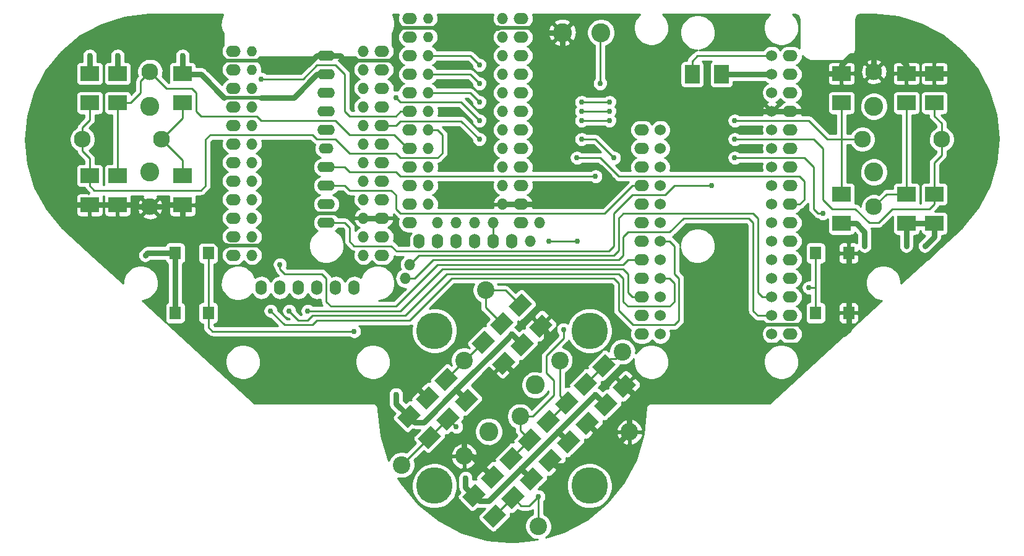
<source format=gbl>
G04 #@! TF.FileFunction,Copper,L2,Bot,Signal*
%FSLAX46Y46*%
G04 Gerber Fmt 4.6, Leading zero omitted, Abs format (unit mm)*
G04 Created by KiCad (PCBNEW 4.0.2-4+6225~38~ubuntu15.10.1-stable) date Fri Apr  1 21:39:14 2016*
%MOMM*%
G01*
G04 APERTURE LIST*
%ADD10C,0.101600*%
%ADD11O,2.413000X1.397000*%
%ADD12O,2.032000X1.397000*%
%ADD13O,2.032000X1.524000*%
%ADD14C,1.524000*%
%ADD15R,1.524000X1.778000*%
%ADD16O,1.524000X2.032000*%
%ADD17O,1.524000X1.524000*%
%ADD18O,1.397000X1.397000*%
%ADD19R,2.500000X2.000000*%
%ADD20R,2.000000X2.500000*%
%ADD21C,2.400000*%
%ADD22C,5.000000*%
%ADD23C,2.600000*%
%ADD24C,2.300000*%
%ADD25C,0.762000*%
%ADD26C,0.254000*%
%ADD27C,0.762000*%
%ADD28C,0.508000*%
G04 APERTURE END LIST*
D10*
D11*
X41910000Y66675000D03*
X41910000Y64135000D03*
X41910000Y61595000D03*
X41910000Y59055000D03*
X41910000Y56515000D03*
D12*
X41910000Y53975000D03*
D11*
X41910000Y51435000D03*
X41910000Y48895000D03*
X41910000Y46355000D03*
X41910000Y43815000D03*
D13*
X85090000Y28575000D03*
X85090000Y31115000D03*
X85090000Y33655000D03*
X85090000Y36195000D03*
X85090000Y38735000D03*
X85090000Y41275000D03*
X85090000Y43815000D03*
X85090000Y46355000D03*
X85090000Y48895000D03*
X85090000Y51435000D03*
X85090000Y53975000D03*
X85090000Y56515000D03*
X105410000Y66675000D03*
X105410000Y64135000D03*
X105410000Y61595000D03*
X105410000Y59055000D03*
X105410000Y56515000D03*
X105410000Y53975000D03*
X105410000Y51435000D03*
X105410000Y48895000D03*
X105410000Y46355000D03*
X105410000Y43815000D03*
X105410000Y41275000D03*
X105410000Y38735000D03*
X105410000Y36195000D03*
X105410000Y33655000D03*
X105410000Y31115000D03*
X105410000Y28575000D03*
D14*
X87630000Y28575000D03*
X87630000Y31115000D03*
X87630000Y33655000D03*
X87630000Y36195000D03*
X87630000Y38735000D03*
X87630000Y41275000D03*
X87630000Y43815000D03*
X87630000Y46355000D03*
X87630000Y48895000D03*
X87630000Y51435000D03*
X87630000Y53975000D03*
X87630000Y56515000D03*
X102870000Y66675000D03*
X102870000Y64135000D03*
X102870000Y61595000D03*
X102870000Y59055000D03*
X102870000Y56515000D03*
X102870000Y53975000D03*
X102870000Y51435000D03*
X102870000Y48895000D03*
X102870000Y46355000D03*
X102870000Y43815000D03*
X102870000Y41275000D03*
X102870000Y38735000D03*
X102870000Y36195000D03*
X102870000Y33655000D03*
X102870000Y31115000D03*
X102870000Y28575000D03*
D15*
X113385600Y39649400D03*
X113385600Y31470600D03*
X108864400Y31470600D03*
X108864400Y39649400D03*
D13*
X49530000Y67310000D03*
X49530000Y64770000D03*
X49530000Y62230000D03*
X49530000Y59690000D03*
X49530000Y57150000D03*
X49530000Y54610000D03*
X49530000Y52070000D03*
X49530000Y49530000D03*
X49530000Y46990000D03*
X49530000Y44450000D03*
X49530000Y41910000D03*
X49530000Y39370000D03*
D16*
X45720000Y34925000D03*
X43180000Y34925000D03*
X40640000Y34925000D03*
X38100000Y34925000D03*
X35560000Y34925000D03*
X33020000Y34925000D03*
D13*
X29210000Y39370000D03*
X29210000Y41910000D03*
X29210000Y44450000D03*
X29210000Y46990000D03*
X29210000Y49530000D03*
X29210000Y52070000D03*
X29210000Y54610000D03*
X29210000Y57150000D03*
X29210000Y59690000D03*
X29210000Y62230000D03*
X29210000Y64770000D03*
X29210000Y67310000D03*
D17*
X46990000Y67310000D03*
X46990000Y64770000D03*
X46990000Y62230000D03*
X46990000Y59690000D03*
X46990000Y57150000D03*
X46990000Y54610000D03*
X46990000Y52070000D03*
X46990000Y49530000D03*
X46990000Y46990000D03*
X46990000Y44450000D03*
X46990000Y41910000D03*
X46990000Y39370000D03*
X31750000Y39370000D03*
X31750000Y41910000D03*
X31750000Y44450000D03*
X31750000Y46990000D03*
X31750000Y49530000D03*
X31750000Y52070000D03*
X31750000Y54610000D03*
X31750000Y57150000D03*
X31750000Y59690000D03*
X31750000Y62230000D03*
D18*
X31750000Y64770000D03*
X31750000Y67310000D03*
D19*
X121285000Y60230000D03*
X121285000Y64230000D03*
X125095000Y60230000D03*
X125095000Y64230000D03*
X112395000Y60230000D03*
X112395000Y64230000D03*
X13335000Y50260000D03*
X13335000Y46260000D03*
X9525000Y50260000D03*
X9525000Y46260000D03*
X22225000Y50260000D03*
X22225000Y46260000D03*
D10*
G36*
X69045204Y6382563D02*
X67277437Y4614796D01*
X65863224Y6029009D01*
X67630991Y7796776D01*
X69045204Y6382563D01*
X69045204Y6382563D01*
G37*
G36*
X66216776Y9210991D02*
X64449009Y7443224D01*
X63034796Y8857437D01*
X64802563Y10625204D01*
X66216776Y9210991D01*
X66216776Y9210991D01*
G37*
G36*
X60155204Y17177563D02*
X58387437Y15409796D01*
X56973224Y16824009D01*
X58740991Y18591776D01*
X60155204Y17177563D01*
X60155204Y17177563D01*
G37*
G36*
X57326776Y20005991D02*
X55559009Y18238224D01*
X54144796Y19652437D01*
X55912563Y21420204D01*
X57326776Y20005991D01*
X57326776Y20005991D01*
G37*
G36*
X66844796Y32352437D02*
X68612563Y34120204D01*
X70026776Y32705991D01*
X68259009Y30938224D01*
X66844796Y32352437D01*
X66844796Y32352437D01*
G37*
G36*
X69673224Y29524009D02*
X71440991Y31291776D01*
X72855204Y29877563D01*
X71087437Y28109796D01*
X69673224Y29524009D01*
X69673224Y29524009D01*
G37*
G36*
X78274796Y24097437D02*
X80042563Y25865204D01*
X81456776Y24450991D01*
X79689009Y22683224D01*
X78274796Y24097437D01*
X78274796Y24097437D01*
G37*
G36*
X81103224Y21269009D02*
X82870991Y23036776D01*
X84285204Y21622563D01*
X82517437Y19854796D01*
X81103224Y21269009D01*
X81103224Y21269009D01*
G37*
G36*
X68114796Y13937437D02*
X69882563Y15705204D01*
X71296776Y14290991D01*
X69529009Y12523224D01*
X68114796Y13937437D01*
X68114796Y13937437D01*
G37*
G36*
X70943224Y11109009D02*
X72710991Y12876776D01*
X74125204Y11462563D01*
X72357437Y9694796D01*
X70943224Y11109009D01*
X70943224Y11109009D01*
G37*
G36*
X61764796Y27272437D02*
X63532563Y29040204D01*
X64946776Y27625991D01*
X63179009Y25858224D01*
X61764796Y27272437D01*
X61764796Y27272437D01*
G37*
G36*
X64593224Y24444009D02*
X66360991Y26211776D01*
X67775204Y24797563D01*
X66007437Y23029796D01*
X64593224Y24444009D01*
X64593224Y24444009D01*
G37*
G36*
X73194796Y19017437D02*
X74962563Y20785204D01*
X76376776Y19370991D01*
X74609009Y17603224D01*
X73194796Y19017437D01*
X73194796Y19017437D01*
G37*
G36*
X76023224Y16189009D02*
X77790991Y17956776D01*
X79205204Y16542563D01*
X77437437Y14774796D01*
X76023224Y16189009D01*
X76023224Y16189009D01*
G37*
D19*
X121285000Y43720000D03*
X121285000Y47720000D03*
X125095000Y43720000D03*
X125095000Y47720000D03*
X112395000Y43720000D03*
X112395000Y47720000D03*
X13335000Y64230000D03*
X13335000Y60230000D03*
X9525000Y64230000D03*
X9525000Y60230000D03*
X22225000Y64230000D03*
X22225000Y60230000D03*
D10*
G36*
X60494796Y6317437D02*
X62262563Y8085204D01*
X63676776Y6670991D01*
X61909009Y4903224D01*
X60494796Y6317437D01*
X60494796Y6317437D01*
G37*
G36*
X63323224Y3489009D02*
X65090991Y5256776D01*
X66505204Y3842563D01*
X64737437Y2074796D01*
X63323224Y3489009D01*
X63323224Y3489009D01*
G37*
G36*
X51604796Y17112437D02*
X53372563Y18880204D01*
X54786776Y17465991D01*
X53019009Y15698224D01*
X51604796Y17112437D01*
X51604796Y17112437D01*
G37*
G36*
X54433224Y14284009D02*
X56200991Y16051776D01*
X57615204Y14637563D01*
X55847437Y12869796D01*
X54433224Y14284009D01*
X54433224Y14284009D01*
G37*
G36*
X70315204Y27337563D02*
X68547437Y25569796D01*
X67133224Y26984009D01*
X68900991Y28751776D01*
X70315204Y27337563D01*
X70315204Y27337563D01*
G37*
G36*
X67486776Y30165991D02*
X65719009Y28398224D01*
X64304796Y29812437D01*
X66072563Y31580204D01*
X67486776Y30165991D01*
X67486776Y30165991D01*
G37*
G36*
X81745204Y19082563D02*
X79977437Y17314796D01*
X78563224Y18729009D01*
X80330991Y20496776D01*
X81745204Y19082563D01*
X81745204Y19082563D01*
G37*
G36*
X78916776Y21910991D02*
X77149009Y20143224D01*
X75734796Y21557437D01*
X77502563Y23325204D01*
X78916776Y21910991D01*
X78916776Y21910991D01*
G37*
G36*
X71585204Y8922563D02*
X69817437Y7154796D01*
X68403224Y8569009D01*
X70170991Y10336776D01*
X71585204Y8922563D01*
X71585204Y8922563D01*
G37*
G36*
X68756776Y11750991D02*
X66989009Y9983224D01*
X65574796Y11397437D01*
X67342563Y13165204D01*
X68756776Y11750991D01*
X68756776Y11750991D01*
G37*
G36*
X62695204Y19717563D02*
X60927437Y17949796D01*
X59513224Y19364009D01*
X61280991Y21131776D01*
X62695204Y19717563D01*
X62695204Y19717563D01*
G37*
G36*
X59866776Y22545991D02*
X58099009Y20778224D01*
X56684796Y22192437D01*
X58452563Y23960204D01*
X59866776Y22545991D01*
X59866776Y22545991D01*
G37*
G36*
X76665204Y14002563D02*
X74897437Y12234796D01*
X73483224Y13649009D01*
X75250991Y15416776D01*
X76665204Y14002563D01*
X76665204Y14002563D01*
G37*
G36*
X73836776Y16830991D02*
X72069009Y15063224D01*
X70654796Y16477437D01*
X72422563Y18245204D01*
X73836776Y16830991D01*
X73836776Y16830991D01*
G37*
D20*
X95980000Y64135000D03*
X91980000Y64135000D03*
D21*
X68420158Y17304842D03*
D22*
X56703398Y29021602D03*
D21*
X60762191Y11867191D03*
D22*
X77916602Y7808398D03*
D21*
X73857809Y24962809D03*
D22*
X56703398Y7808398D03*
X77916602Y29021602D03*
D23*
X64128019Y15233019D03*
X70491981Y21596981D03*
D21*
X52206199Y10665110D03*
X60762191Y24962809D03*
X63703755Y34565319D03*
X70916245Y2264681D03*
X83389608Y15162309D03*
X82413801Y26164890D03*
D24*
X19350000Y55245000D03*
D23*
X17780000Y59745000D03*
D24*
X17780000Y64505000D03*
D23*
X17780000Y50745000D03*
D24*
X17780000Y45985000D03*
X8520000Y55245000D03*
X115270000Y55245000D03*
D23*
X116840000Y50745000D03*
D24*
X116840000Y45985000D03*
D23*
X116840000Y59745000D03*
D24*
X116840000Y64505000D03*
X126100000Y55245000D03*
D13*
X68580000Y71755000D03*
X68580000Y69215000D03*
X68580000Y66675000D03*
X68580000Y64135000D03*
X68580000Y61595000D03*
X68580000Y59055000D03*
X68580000Y56515000D03*
X68580000Y53975000D03*
X68580000Y51435000D03*
X68580000Y48895000D03*
X68580000Y46355000D03*
X68580000Y43815000D03*
D16*
X67310000Y41275000D03*
X64770000Y41275000D03*
X62230000Y41275000D03*
X59690000Y41275000D03*
X57150000Y41275000D03*
X54610000Y41275000D03*
D13*
X53340000Y43815001D03*
X53340000Y46355000D03*
X53340000Y48895000D03*
X53340000Y51435000D03*
X53340000Y53975000D03*
X53340000Y56515000D03*
X53340000Y59055000D03*
X53340000Y61595000D03*
X53340000Y64135000D03*
X53340000Y66675000D03*
X53340000Y69215000D03*
X53340000Y71755000D03*
D17*
X66040000Y71755000D03*
X66040000Y69215000D03*
X66040000Y66675000D03*
X66040000Y64135000D03*
X66040000Y61595000D03*
X66040000Y59055000D03*
X66040000Y56515000D03*
X66040000Y53975000D03*
X66040000Y51435000D03*
X66040000Y48895000D03*
X66040000Y46355000D03*
X71120000Y43815000D03*
X69850000Y41275000D03*
X64770000Y43815000D03*
X62230000Y43815000D03*
X59690000Y43815000D03*
X57150000Y43815000D03*
X55880000Y46355000D03*
X53340000Y38100000D03*
X52705000Y36195000D03*
X55880000Y48895000D03*
X55880000Y51435000D03*
X55880000Y53975000D03*
X55880000Y56515000D03*
X55880000Y59055000D03*
X55880000Y61595000D03*
X55880000Y64135000D03*
X55880000Y66675000D03*
D18*
X55880000Y69215000D03*
X55880000Y71755000D03*
D23*
X74185000Y69850000D03*
X79485000Y69850000D03*
D15*
X25755600Y39649400D03*
X25755600Y31470600D03*
X21234400Y31470600D03*
X21234400Y39649400D03*
D25*
X55245000Y22860000D03*
X69850000Y24765000D03*
X61595000Y16510000D03*
X115570000Y40640000D03*
X17145000Y39370000D03*
X99060000Y64135000D03*
X13335000Y66675000D03*
X22225000Y66675000D03*
X9525000Y66675000D03*
X67310000Y28575000D03*
X59690000Y20955000D03*
X78740000Y20320000D03*
X73660000Y15240000D03*
X68580000Y10160000D03*
X121285000Y40640000D03*
X123825000Y40640000D03*
X51435000Y20320000D03*
X60960000Y8890000D03*
X62865000Y55245000D03*
X76200000Y52705000D03*
X94615000Y48895000D03*
X107950000Y34925000D03*
X79375000Y62865000D03*
X76263520Y41275000D03*
X72390000Y41275000D03*
X74358520Y29210000D03*
X59690000Y15875000D03*
X70916245Y6350000D03*
X33020000Y63500000D03*
X76835000Y60325000D03*
X97790000Y57785000D03*
X80645000Y60325000D03*
X62865000Y65405000D03*
X62865000Y62865000D03*
X76835000Y59055000D03*
X97790000Y55245000D03*
X80645000Y59055000D03*
X62865000Y60325000D03*
X76835000Y57785000D03*
X97790000Y52705000D03*
X80645000Y57785000D03*
X109855000Y45085000D03*
X45720000Y28956000D03*
X81280000Y52705000D03*
X76835000Y55245000D03*
X62865000Y57785000D03*
X51435000Y60960000D03*
X34290000Y31750000D03*
X35560000Y38100000D03*
X36830000Y31750000D03*
X39370000Y31750000D03*
X78740000Y50165000D03*
D26*
X64770000Y41275000D02*
X64770000Y43815000D01*
D27*
X74185000Y61595000D02*
X74185000Y69850000D01*
X68580000Y46355000D02*
X78740000Y46355000D01*
X72390000Y61595000D02*
X74185000Y61595000D01*
X71755000Y60960000D02*
X72390000Y61595000D01*
X71755000Y52705000D02*
X71755000Y60960000D01*
X73025000Y51435000D02*
X71755000Y52705000D01*
X79375000Y51435000D02*
X73025000Y51435000D01*
X80645000Y50165000D02*
X79375000Y51435000D01*
X80645000Y48260000D02*
X80645000Y50165000D01*
X78740000Y46355000D02*
X80645000Y48260000D01*
X98425000Y61595000D02*
X74185000Y61595000D01*
X100965000Y59055000D02*
X98425000Y61595000D01*
X102870000Y59055000D02*
X100965000Y59055000D01*
X124104400Y39014400D02*
X115849400Y39014400D01*
X115849400Y39014400D02*
X114300000Y37465000D01*
X113385600Y39649400D02*
X113385600Y37465000D01*
X113385600Y37465000D02*
X113385600Y31470600D01*
X114300000Y37465000D02*
X113385600Y37465000D01*
X23495000Y41401980D02*
X26606510Y41401980D01*
X26606510Y41401980D02*
X27305000Y40703490D01*
X55245000Y22860000D02*
X52070000Y22860000D01*
X22225000Y42671980D02*
X22225000Y46260000D01*
X52070000Y22860000D02*
X50165000Y20955000D01*
X50165000Y20955000D02*
X41910000Y20955000D01*
X41910000Y20955000D02*
X35179000Y27686000D01*
X35179000Y27686000D02*
X25019000Y27686000D01*
X25019000Y27686000D02*
X23495000Y29210000D01*
X23495000Y29210000D02*
X23495000Y41401980D01*
X23495000Y41401980D02*
X22225000Y42671980D01*
X54610000Y20955000D02*
X54610000Y22225000D01*
X54610000Y22225000D02*
X55245000Y22860000D01*
X55735786Y19829214D02*
X54610000Y20955000D01*
X27305000Y40703490D02*
X28276643Y40703490D01*
D28*
X45085000Y45085000D02*
X45720000Y44450000D01*
X45720000Y44450000D02*
X46990000Y44450000D01*
X33083490Y40703490D02*
X33655000Y41275000D01*
X45085000Y45085000D02*
X34290000Y45085000D01*
X34290000Y45085000D02*
X33655000Y44450000D01*
X33655000Y41275000D02*
X33655000Y44450000D01*
X28276643Y40703490D02*
X33083490Y40703490D01*
D27*
X71120000Y70485000D02*
X69850000Y70485000D01*
X65405000Y70485000D02*
X57150000Y70485000D01*
D28*
X65405000Y70485000D02*
X69850000Y70485000D01*
X57150000Y70485000D02*
X52070000Y70485000D01*
D27*
X51435000Y69850000D02*
X52070000Y70485000D01*
X51435000Y69850000D02*
X51435000Y66675000D01*
X51435000Y66675000D02*
X50800000Y66040000D01*
X43815000Y66675000D02*
X44450000Y66040000D01*
X41910000Y66675000D02*
X43815000Y66675000D01*
D28*
X44450000Y66040000D02*
X50800000Y66040000D01*
D27*
X74185000Y69850000D02*
X71755000Y69850000D01*
X71755000Y69850000D02*
X71120000Y70485000D01*
X27940000Y66040000D02*
X26035000Y66040000D01*
X26035000Y66040000D02*
X23495000Y68580000D01*
X128270000Y63500000D02*
X127540000Y64230000D01*
X127540000Y64230000D02*
X125095000Y64230000D01*
X128270000Y43180000D02*
X128270000Y63500000D01*
X124104400Y39014400D02*
X128270000Y43180000D01*
D28*
X101600000Y29845000D02*
X106735262Y29845000D01*
X101092000Y29337000D02*
X101092000Y26543000D01*
X101600000Y29845000D02*
X101092000Y29337000D01*
X107950000Y28630262D02*
X107950000Y27305000D01*
X106735262Y29845000D02*
X107950000Y28630262D01*
D27*
X111125000Y28575000D02*
X109855000Y27305000D01*
X109855000Y27305000D02*
X107950000Y27305000D01*
X112776000Y28575000D02*
X111125000Y28575000D01*
X113385600Y31470600D02*
X113385600Y29184600D01*
X113385600Y29184600D02*
X112776000Y28575000D01*
D26*
X107950000Y27305000D02*
X101854000Y27305000D01*
D27*
X72042030Y26957030D02*
X69850000Y24765000D01*
X69850000Y24765000D02*
X67945000Y22860000D01*
X22225000Y46260000D02*
X20320000Y46260000D01*
X17780000Y45985000D02*
X20045000Y45985000D01*
X20045000Y45985000D02*
X20320000Y46260000D01*
X17780000Y45985000D02*
X15622000Y45985000D01*
X15622000Y45985000D02*
X15347000Y46260000D01*
X13335000Y46260000D02*
X15347000Y46260000D01*
X9525000Y46260000D02*
X7513000Y46260000D01*
X7620000Y68580000D02*
X23495000Y68580000D01*
X5715000Y66675000D02*
X7620000Y68580000D01*
X5715000Y48058000D02*
X5715000Y66675000D01*
X7513000Y46260000D02*
X5715000Y48058000D01*
X108966000Y60198000D02*
X108966000Y62865000D01*
X112395000Y64230000D02*
X110331000Y64230000D01*
X110331000Y64230000D02*
X108966000Y62865000D01*
X113665000Y66675000D02*
X116840000Y66675000D01*
X116840000Y66675000D02*
X120015000Y66675000D01*
X116840000Y64505000D02*
X116840000Y66675000D01*
X112395000Y64230000D02*
X112395000Y65405000D01*
X112395000Y65405000D02*
X113665000Y66675000D01*
X120015000Y66675000D02*
X121285000Y65405000D01*
X121285000Y65405000D02*
X121285000Y64230000D01*
X86614000Y20447000D02*
X85217000Y19050000D01*
X85217000Y19050000D02*
X83389608Y17222608D01*
X82694214Y21445786D02*
X83472030Y20667970D01*
X83472030Y20667970D02*
X83599030Y20667970D01*
X83599030Y20667970D02*
X85217000Y19050000D01*
X83389608Y15162309D02*
X82189609Y13962310D01*
X82189609Y13962310D02*
X80017690Y13962310D01*
X80017690Y13962310D02*
X79375000Y14605000D01*
X105410000Y59055000D02*
X102870000Y59055000D01*
X41910000Y66675000D02*
X40640000Y66675000D01*
D28*
X33020000Y66040000D02*
X27940000Y66040000D01*
X33655000Y65405000D02*
X33020000Y66040000D01*
D27*
X39370000Y65405000D02*
X33655000Y65405000D01*
X40640000Y66675000D02*
X39370000Y65405000D01*
X83389608Y20750392D02*
X82694214Y21445786D01*
X83389608Y17222608D02*
X83389608Y15162309D01*
X98425000Y20447000D02*
X86614000Y20447000D01*
X101092000Y23114000D02*
X98425000Y20447000D01*
X101092000Y26543000D02*
X101092000Y23114000D01*
D26*
X101854000Y27305000D02*
X101092000Y26543000D01*
D27*
X67945000Y22860000D02*
X61595000Y16510000D01*
X66184214Y24620786D02*
X67945000Y22860000D01*
X60762191Y11867191D02*
X61792809Y11867191D01*
X61792809Y11867191D02*
X64625786Y9034214D01*
X61595000Y16510000D02*
X61595000Y14605000D01*
X61595000Y14605000D02*
X60762191Y13772191D01*
X60762191Y13772191D02*
X60762191Y11867191D01*
X75277970Y10507970D02*
X79375000Y14605000D01*
X77614214Y16365786D02*
X79375000Y14605000D01*
X72534214Y11285786D02*
X73312030Y10507970D01*
X73312030Y10507970D02*
X75277970Y10507970D01*
X71264214Y29700786D02*
X72042030Y28922970D01*
X72042030Y28922970D02*
X72042030Y26957030D01*
X68580000Y46355000D02*
X66040000Y46355000D01*
X105410000Y59055000D02*
X107823000Y59055000D01*
X107823000Y59055000D02*
X108966000Y60198000D01*
X9525000Y46260000D02*
X13335000Y46260000D01*
X121285000Y64230000D02*
X125095000Y64230000D01*
D26*
X49530000Y44450000D02*
X49784000Y44450000D01*
D27*
X49530000Y44450000D02*
X46990000Y44450000D01*
X112395000Y43720000D02*
X114395000Y43720000D01*
X114395000Y43720000D02*
X115570000Y42545000D01*
X115570000Y42545000D02*
X115570000Y40640000D01*
X115570000Y42545000D02*
X115570000Y40640000D01*
X21234400Y39649400D02*
X17424400Y39649400D01*
X17424400Y39649400D02*
X17145000Y39370000D01*
X21234400Y31470600D02*
X21234400Y39649400D01*
X60960000Y7620000D02*
X60960000Y8890000D01*
X62085786Y6494214D02*
X60960000Y7620000D01*
X64136398Y5716398D02*
X68580000Y10160000D01*
X62085786Y6494214D02*
X62863602Y5716398D01*
X62863602Y5716398D02*
X64136398Y5716398D01*
X27940000Y60960000D02*
X24765000Y64135000D01*
X24765000Y64135000D02*
X22320000Y64135000D01*
X22320000Y64135000D02*
X22225000Y64230000D01*
X99060000Y64135000D02*
X95980000Y64135000D01*
X102870000Y64135000D02*
X99060000Y64135000D01*
X13335000Y64230000D02*
X13335000Y66675000D01*
X22225000Y66675000D02*
X22225000Y64230000D01*
X9525000Y64230000D02*
X9525000Y66675000D01*
X67310000Y28575000D02*
X66675000Y27940000D01*
X66675000Y27940000D02*
X66672204Y27940000D01*
X68724214Y27160786D02*
X67310000Y28575000D01*
X59687204Y20955000D02*
X59690000Y20955000D01*
X78740000Y20320000D02*
X73660000Y15240000D01*
X80154214Y18905786D02*
X78740000Y20320000D01*
X121285000Y43720000D02*
X121285000Y40640000D01*
X125095000Y43720000D02*
X125095000Y41910000D01*
X125095000Y41910000D02*
X123825000Y40640000D01*
X40640000Y64135000D02*
X37465000Y60960000D01*
X37465000Y60960000D02*
X33020000Y60960000D01*
D28*
X33020000Y60960000D02*
X27940000Y60960000D01*
D27*
X41910000Y64135000D02*
X40640000Y64135000D01*
X51435000Y19050000D02*
X51435000Y20320000D01*
X53195786Y17289214D02*
X51435000Y19050000D01*
X125127000Y43688000D02*
X125095000Y43720000D01*
X121285000Y43720000D02*
X125095000Y43720000D01*
X68580000Y10160000D02*
X73660000Y15240000D01*
X69994214Y8745786D02*
X68580000Y10160000D01*
X75074214Y13825786D02*
X73660000Y15240000D01*
X55243602Y16511398D02*
X59687204Y20955000D01*
X59687204Y20955000D02*
X66672204Y27940000D01*
X61104214Y19540786D02*
X59690000Y20955000D01*
X53195786Y17289214D02*
X53973602Y16511398D01*
X53973602Y16511398D02*
X55243602Y16511398D01*
D26*
X52031899Y57746899D02*
X60363101Y57746899D01*
X60363101Y57746899D02*
X62865000Y55245000D01*
X79375000Y52705000D02*
X81915000Y50165000D01*
X107315000Y49530000D02*
X106680000Y50165000D01*
X107315000Y46990000D02*
X107315000Y49530000D01*
X106680000Y46355000D02*
X107315000Y46990000D01*
X105410000Y46355000D02*
X106680000Y46355000D01*
X106680000Y50165000D02*
X81915000Y50165000D01*
X79375000Y52705000D02*
X76200000Y52705000D01*
X52031899Y57746899D02*
X51435000Y57150000D01*
X51435000Y57150000D02*
X49530000Y57150000D01*
X105410000Y46355000D02*
X105664000Y46355000D01*
X88265000Y47625000D02*
X89535000Y48895000D01*
X94615000Y48895000D02*
X89535000Y48895000D01*
X41910000Y43815000D02*
X44450000Y43815000D01*
X81280000Y40640000D02*
X81280000Y45085000D01*
X44450000Y43815000D02*
X45085000Y43180000D01*
X50800000Y40640000D02*
X51498510Y39941490D01*
X45085000Y43180000D02*
X45085000Y41275000D01*
X45720000Y40640000D02*
X50800000Y40640000D01*
X45085000Y41275000D02*
X45720000Y40640000D01*
X51498510Y39941490D02*
X80581490Y39941490D01*
X80581490Y39941490D02*
X81280000Y40640000D01*
X41910000Y43815000D02*
X42545000Y43815000D01*
X88265000Y47625000D02*
X83820000Y47625000D01*
X83820000Y47625000D02*
X81280000Y45085000D01*
X107950000Y34925000D02*
X108864400Y34925000D01*
X102870000Y66675000D02*
X92710000Y66675000D01*
X92710000Y66675000D02*
X91980000Y65945000D01*
X91980000Y65945000D02*
X91980000Y64135000D01*
X108864400Y31470600D02*
X108864400Y34925000D01*
X108864400Y34925000D02*
X108864400Y39649400D01*
X79375000Y62865000D02*
X79375000Y69740000D01*
X79375000Y69740000D02*
X79485000Y69850000D01*
X72390000Y41275000D02*
X76263520Y41275000D01*
X74785786Y19194214D02*
X73857809Y20122191D01*
X73857809Y20122191D02*
X73857809Y24962809D01*
X72245786Y16654214D02*
X74785786Y19194214D01*
X63355786Y27449214D02*
X60869381Y24962809D01*
X60869381Y24962809D02*
X60762191Y24962809D01*
X58275786Y22369214D02*
X60762191Y24855619D01*
X60762191Y24855619D02*
X60762191Y24962809D01*
X73025000Y22225000D02*
X72009000Y23241000D01*
X72009000Y25654000D02*
X74358520Y28003520D01*
X72009000Y23241000D02*
X72009000Y25654000D01*
X73025000Y20212628D02*
X73025000Y22225000D01*
X74358520Y28003520D02*
X74358520Y29210000D01*
X68420158Y17304842D02*
X70117214Y17304842D01*
X70117214Y17304842D02*
X73025000Y20212628D01*
X69705786Y14114214D02*
X68420158Y15399842D01*
X68420158Y15399842D02*
X68420158Y17304842D01*
X67165786Y11574214D02*
X69705786Y14114214D01*
X82413801Y26164890D02*
X81477718Y25228807D01*
X79865786Y24274214D02*
X80820379Y25228807D01*
X80820379Y25228807D02*
X81477718Y25228807D01*
X77325786Y21734214D02*
X79865786Y24274214D01*
X68435786Y32529214D02*
X66399681Y34565319D01*
X66399681Y34565319D02*
X63703755Y34565319D01*
X63703755Y34565319D02*
X63703755Y32181245D01*
X63703755Y32181245D02*
X65895786Y29989214D01*
X59690000Y15875000D02*
X58564214Y17000786D01*
X56024214Y14460786D02*
X52228538Y10665110D01*
X52228538Y10665110D02*
X52206199Y10665110D01*
X58564214Y17000786D02*
X56024214Y14460786D01*
X68580000Y5080000D02*
X69646245Y5080000D01*
X69646245Y5080000D02*
X70916245Y6350000D01*
X70916245Y6350000D02*
X70916245Y2264681D01*
X67454214Y6205786D02*
X68580000Y5080000D01*
X64914214Y3665786D02*
X67454214Y6205786D01*
X22225000Y60230000D02*
X22225000Y58120000D01*
X22225000Y58120000D02*
X19350000Y55245000D01*
X22225000Y50260000D02*
X22225000Y52370000D01*
X22225000Y52370000D02*
X19350000Y55245000D01*
X43180000Y65405000D02*
X40640000Y65405000D01*
X38735000Y63500000D02*
X33020000Y63500000D01*
X40640000Y65405000D02*
X38735000Y63500000D01*
X53340000Y59055000D02*
X52070000Y59055000D01*
X52070000Y59055000D02*
X51435000Y58420000D01*
X51435000Y58420000D02*
X45085000Y58420000D01*
X45085000Y58420000D02*
X44450000Y59055000D01*
X44450000Y59055000D02*
X44450000Y64135000D01*
X44450000Y64135000D02*
X43180000Y65405000D01*
X51435000Y53340000D02*
X45085000Y53340000D01*
X55880000Y56515000D02*
X57150000Y56515000D01*
X57150000Y56515000D02*
X57785000Y55880000D01*
X9525000Y48895000D02*
X9525000Y50260000D01*
X52070000Y52705000D02*
X51435000Y53340000D01*
X57785000Y55880000D02*
X57785000Y53340000D01*
X57785000Y53340000D02*
X57150000Y52705000D01*
X57150000Y52705000D02*
X52070000Y52705000D01*
X26035000Y55880000D02*
X25400000Y55245000D01*
X25400000Y55245000D02*
X25400000Y48895000D01*
X45085000Y53340000D02*
X43180000Y55245000D01*
X43180000Y55245000D02*
X40640000Y55245000D01*
X40640000Y55245000D02*
X40005000Y55880000D01*
X10160000Y48260000D02*
X9525000Y48895000D01*
X40005000Y55880000D02*
X26035000Y55880000D01*
X25400000Y48895000D02*
X24765000Y48260000D01*
X24765000Y48260000D02*
X10160000Y48260000D01*
X8520000Y55245000D02*
X8520000Y53618655D01*
X8520000Y53618655D02*
X9525000Y52613655D01*
X9525000Y52613655D02*
X9525000Y50260000D01*
X8520000Y55245000D02*
X8520000Y56871345D01*
X8520000Y56871345D02*
X9525000Y57876345D01*
X9525000Y57876345D02*
X9525000Y60230000D01*
X24765000Y58420000D02*
X32385000Y58420000D01*
X32385000Y58420000D02*
X33020000Y57785000D01*
X53340000Y53975000D02*
X53086000Y53975000D01*
X53086000Y53975000D02*
X51181000Y55880000D01*
X43180000Y57785000D02*
X33020000Y57785000D01*
X45085000Y55880000D02*
X43180000Y57785000D01*
X51181000Y55880000D02*
X45085000Y55880000D01*
X20055000Y62230000D02*
X17780000Y64505000D01*
X23495000Y62230000D02*
X20055000Y62230000D01*
X24765000Y58420000D02*
X24130000Y59055000D01*
X24130000Y61595000D02*
X23495000Y62230000D01*
X24130000Y59055000D02*
X24130000Y61595000D01*
X17780000Y64505000D02*
X16510000Y63235000D01*
X16510000Y63235000D02*
X16510000Y61595000D01*
X16510000Y61595000D02*
X15145000Y60230000D01*
X15145000Y60230000D02*
X13335000Y60230000D01*
X13335000Y50260000D02*
X13335000Y60230000D01*
X55880000Y66675000D02*
X61595000Y66675000D01*
X61595000Y66675000D02*
X62865000Y65405000D01*
X76835000Y60325000D02*
X80645000Y60325000D01*
X112395000Y55245000D02*
X110490000Y55245000D01*
X107950000Y57785000D02*
X97790000Y57785000D01*
X110490000Y55245000D02*
X107950000Y57785000D01*
X115270000Y55245000D02*
X112395000Y55245000D01*
X112395000Y47720000D02*
X112395000Y55245000D01*
X112395000Y55245000D02*
X112395000Y60230000D01*
X55880000Y64135000D02*
X61595000Y64135000D01*
X61595000Y64135000D02*
X62865000Y62865000D01*
X76835000Y59055000D02*
X80645000Y59055000D01*
X124460000Y45720000D02*
X119380000Y45720000D01*
X108585000Y55245000D02*
X97790000Y55245000D01*
X109855000Y46990000D02*
X109855000Y53975000D01*
X111125000Y45720000D02*
X109855000Y46990000D01*
X114300000Y45720000D02*
X111125000Y45720000D01*
X109855000Y53975000D02*
X108585000Y55245000D01*
X116205000Y43815000D02*
X114300000Y45720000D01*
X117475000Y43815000D02*
X116205000Y43815000D01*
X119380000Y45720000D02*
X117475000Y43815000D01*
X125095000Y46355000D02*
X124460000Y45720000D01*
X125095000Y47720000D02*
X125095000Y46355000D01*
X125095000Y52070000D02*
X126100000Y53075000D01*
X126100000Y53075000D02*
X126100000Y55245000D01*
X125095000Y47720000D02*
X125095000Y52070000D01*
X125095000Y58420000D02*
X126100000Y57415000D01*
X126100000Y57415000D02*
X126100000Y55245000D01*
X125095000Y60230000D02*
X125095000Y58420000D01*
X55880000Y61595000D02*
X61595000Y61595000D01*
X61595000Y61595000D02*
X62865000Y60325000D01*
X76835000Y57785000D02*
X80645000Y57785000D01*
X109855000Y45085000D02*
X109220000Y45085000D01*
X108585000Y51435000D02*
X107315000Y52705000D01*
X108585000Y45720000D02*
X108585000Y51435000D01*
X107315000Y52705000D02*
X97790000Y52705000D01*
X109220000Y45085000D02*
X108585000Y45720000D01*
X121285000Y47720000D02*
X118575000Y47720000D01*
X118575000Y47720000D02*
X116840000Y45985000D01*
X121285000Y47720000D02*
X121285000Y60230000D01*
X45720000Y28956000D02*
X26289000Y28956000D01*
X26289000Y28956000D02*
X25755600Y29489400D01*
X25755600Y29489400D02*
X25755600Y31470600D01*
X25755600Y31470600D02*
X25755600Y39649400D01*
X76835000Y55245000D02*
X78740000Y55245000D01*
X78740000Y55245000D02*
X81280000Y52705000D01*
X52070000Y60325000D02*
X60325000Y60325000D01*
X60325000Y60325000D02*
X62865000Y57785000D01*
X52070000Y60325000D02*
X51435000Y60960000D01*
X51435000Y60960000D02*
X52070000Y60325000D01*
X34290000Y31750000D02*
X36195000Y29845000D01*
X36195000Y29845000D02*
X40005000Y29845000D01*
X90170000Y36195000D02*
X89535000Y36830000D01*
X40005000Y29845000D02*
X40640000Y30480000D01*
X40640000Y30480000D02*
X53340000Y30480000D01*
X81915000Y31762734D02*
X83832734Y29845000D01*
X83832734Y29845000D02*
X89535000Y29845000D01*
X53340000Y30480000D02*
X59092501Y36232501D01*
X59092501Y36232501D02*
X81242499Y36232501D01*
X89535000Y29845000D02*
X90170000Y30480000D01*
X81242499Y36232501D02*
X81915000Y35560000D01*
X81915000Y35560000D02*
X81915000Y31762734D01*
X90170000Y30480000D02*
X90170000Y36195000D01*
X89535000Y40640000D02*
X88900000Y41275000D01*
X89535000Y36830000D02*
X89535000Y40640000D01*
X88900000Y41275000D02*
X87630000Y41275000D01*
X41275000Y36830000D02*
X41910000Y36195000D01*
X35560000Y37465000D02*
X36195000Y36830000D01*
X36195000Y36830000D02*
X41275000Y36830000D01*
X35560000Y38100000D02*
X35560000Y37465000D01*
X41910000Y33020000D02*
X42545000Y32385000D01*
X41910000Y36195000D02*
X41910000Y33020000D01*
X51435000Y32385000D02*
X57150000Y38100000D01*
X82550000Y38100000D02*
X83185000Y38735000D01*
X42545000Y32385000D02*
X51435000Y32385000D01*
X57150000Y38100000D02*
X82550000Y38100000D01*
X83185000Y38735000D02*
X85090000Y38735000D01*
X36830000Y31750000D02*
X38100000Y30480000D01*
X38100000Y30480000D02*
X39370000Y30480000D01*
X39370000Y30480000D02*
X40005000Y31115000D01*
X40005000Y31115000D02*
X52705000Y31115000D01*
X82550000Y33020000D02*
X83185000Y32385000D01*
X88900000Y32385000D02*
X89535000Y33020000D01*
X52705000Y31115000D02*
X58420000Y36830000D01*
X81915000Y36830000D02*
X82550000Y36195000D01*
X58420000Y36830000D02*
X81915000Y36830000D01*
X82550000Y36195000D02*
X82550000Y33020000D01*
X83185000Y32385000D02*
X88900000Y32385000D01*
X89535000Y33020000D02*
X89535000Y35560000D01*
X89535000Y35560000D02*
X88900000Y36195000D01*
X88900000Y36195000D02*
X87630000Y36195000D01*
X88265000Y36195000D02*
X87630000Y36195000D01*
X39370000Y31750000D02*
X52070000Y31750000D01*
X52070000Y31750000D02*
X57785000Y37465000D01*
X57785000Y37465000D02*
X82550000Y37465000D01*
X82550000Y37465000D02*
X83185000Y36830000D01*
X83185000Y36830000D02*
X83185000Y34290000D01*
X83185000Y34290000D02*
X83820000Y33655000D01*
X83820000Y33655000D02*
X85090000Y33655000D01*
X85090000Y33655000D02*
X84836000Y33655000D01*
X45085000Y50800000D02*
X51435000Y50800000D01*
X45085000Y50800000D02*
X44450000Y51435000D01*
X51435000Y50800000D02*
X52070000Y50165000D01*
X78740000Y50165000D02*
X52070000Y50165000D01*
X44450000Y51435000D02*
X41910000Y51435000D01*
X52070000Y45085000D02*
X80010000Y45085000D01*
X80010000Y45085000D02*
X83820000Y48895000D01*
X44450000Y48895000D02*
X41910000Y48895000D01*
X45085000Y48260000D02*
X44450000Y48895000D01*
X50800000Y48260000D02*
X45085000Y48260000D01*
X85090000Y48895000D02*
X83820000Y48895000D01*
X51435000Y45720000D02*
X51435000Y47625000D01*
X52070000Y45085000D02*
X51435000Y45720000D01*
X51435000Y47625000D02*
X50800000Y48260000D01*
X102870000Y33655000D02*
X101600000Y33655000D01*
X100330000Y45085000D02*
X82550000Y45085000D01*
X100965000Y44450000D02*
X100330000Y45085000D01*
X100965000Y34290000D02*
X100965000Y44450000D01*
X101600000Y33655000D02*
X100965000Y34290000D01*
X53340000Y38100000D02*
X54610000Y39370000D01*
X81915000Y44450000D02*
X82550000Y45085000D01*
X81915000Y40005000D02*
X81915000Y44450000D01*
X81280000Y39370000D02*
X81915000Y40005000D01*
X54610000Y39370000D02*
X81280000Y39370000D01*
X100330000Y31750000D02*
X100330000Y43815000D01*
X90805000Y44450000D02*
X88900000Y42545000D01*
X99695000Y44450000D02*
X90805000Y44450000D01*
X100330000Y43815000D02*
X99695000Y44450000D01*
X102870000Y31115000D02*
X100965000Y31115000D01*
X100965000Y31115000D02*
X100330000Y31750000D01*
X52705000Y36195000D02*
X53975000Y36195000D01*
X53975000Y36195000D02*
X56515000Y38735000D01*
X83185000Y42545000D02*
X88900000Y42545000D01*
X56515000Y38735000D02*
X81915000Y38735000D01*
X81915000Y38735000D02*
X82550000Y39370000D01*
X82550000Y39370000D02*
X82550000Y41910000D01*
X82550000Y41910000D02*
X83185000Y42545000D01*
G36*
X120154684Y71985382D02*
X123343117Y71022737D01*
X126283844Y69459126D01*
X128864858Y67354101D01*
X130987849Y64787845D01*
X132571953Y61858105D01*
X133556833Y58676474D01*
X133904974Y55364138D01*
X133603114Y52047264D01*
X132662754Y48852193D01*
X131119709Y45900621D01*
X129012023Y43279188D01*
X128906836Y43172893D01*
X128906796Y43172844D01*
X120519066Y35507502D01*
X120523103Y35796607D01*
X120431189Y36260808D01*
X120250861Y36698316D01*
X119988989Y37092466D01*
X119655546Y37428244D01*
X119263234Y37692862D01*
X118826996Y37876240D01*
X118363448Y37971392D01*
X117890245Y37974696D01*
X117425414Y37886025D01*
X116986658Y37708756D01*
X116590689Y37449641D01*
X116252591Y37118551D01*
X115985241Y36728096D01*
X115798822Y36293149D01*
X115700436Y35830276D01*
X115693829Y35357108D01*
X115779253Y34891669D01*
X115953454Y34451686D01*
X116209798Y34053919D01*
X116538520Y33713517D01*
X116927099Y33443448D01*
X117360734Y33253997D01*
X117822909Y33152381D01*
X117939328Y33149942D01*
X102593976Y19126200D01*
X86360000Y19126200D01*
X86327849Y19123047D01*
X86295542Y19123273D01*
X86258940Y19116291D01*
X86221861Y19112655D01*
X86190936Y19103318D01*
X86159199Y19097264D01*
X86124651Y19083306D01*
X86088983Y19072537D01*
X86060458Y19057370D01*
X86030504Y19045268D01*
X85999328Y19024867D01*
X85966428Y19007374D01*
X85941390Y18986954D01*
X85914359Y18969265D01*
X85887739Y18943197D01*
X85858864Y18919647D01*
X85838271Y18894755D01*
X85815189Y18872151D01*
X85794139Y18841409D01*
X85770388Y18812698D01*
X85755020Y18784276D01*
X85736771Y18757623D01*
X85722093Y18723377D01*
X85704371Y18690601D01*
X85694820Y18659746D01*
X85682090Y18630046D01*
X85674342Y18593593D01*
X85663326Y18558007D01*
X85659949Y18525880D01*
X85653232Y18494277D01*
X85652194Y18484401D01*
X85296195Y14853638D01*
X84261911Y11427923D01*
X82581936Y8268349D01*
X80320256Y5495256D01*
X77563020Y3214273D01*
X74415250Y1512281D01*
X71955707Y750925D01*
X72051450Y811685D01*
X72312052Y1059852D01*
X72519488Y1353912D01*
X72665858Y1682662D01*
X72745584Y2033582D01*
X72751324Y2444612D01*
X72681426Y2797621D01*
X72544294Y3130330D01*
X72345149Y3430067D01*
X72091578Y3685414D01*
X71793238Y3886647D01*
X71678245Y3934986D01*
X71678245Y5672601D01*
X71689073Y5682912D01*
X71803926Y5845727D01*
X71884968Y6027749D01*
X71929111Y6222045D01*
X71932289Y6449624D01*
X71893588Y6645077D01*
X71817660Y6829291D01*
X71707398Y6995249D01*
X71567001Y7136629D01*
X71401817Y7248047D01*
X71218138Y7325259D01*
X71022960Y7365323D01*
X70930976Y7365965D01*
X71109810Y7544799D01*
X74777481Y7544799D01*
X74888465Y6940094D01*
X75114790Y6368462D01*
X75447835Y5851678D01*
X75874915Y5409424D01*
X76379762Y5058546D01*
X76943146Y4812409D01*
X77543609Y4680389D01*
X78158280Y4667513D01*
X78763745Y4774273D01*
X79336942Y4996602D01*
X79856040Y5326031D01*
X80301264Y5750013D01*
X80655658Y6252398D01*
X80905722Y6814050D01*
X81041931Y7413577D01*
X81051737Y8115801D01*
X80932320Y8718897D01*
X80698036Y9287313D01*
X80357808Y9799397D01*
X79924595Y10235645D01*
X79414899Y10579440D01*
X78848132Y10817686D01*
X78245884Y10941310D01*
X77631094Y10945602D01*
X77027179Y10830399D01*
X76457141Y10600089D01*
X75942694Y10263444D01*
X75503433Y9833288D01*
X75156088Y9326003D01*
X74913890Y8760914D01*
X74786065Y8159544D01*
X74777481Y7544799D01*
X71109810Y7544799D01*
X72036389Y8471378D01*
X72102191Y8548584D01*
X72185911Y8707419D01*
X72222066Y8883289D01*
X72207794Y9062270D01*
X72201714Y9078330D01*
X72294895Y9059795D01*
X72419979Y9059795D01*
X72542660Y9084198D01*
X72658222Y9132066D01*
X72762226Y9201559D01*
X73488278Y9927611D01*
X73488278Y10152117D01*
X72534214Y11106181D01*
X72520072Y11092038D01*
X72340467Y11271643D01*
X72354609Y11285786D01*
X72340467Y11299928D01*
X72520072Y11479533D01*
X72534214Y11465391D01*
X72548357Y11479533D01*
X72727962Y11299928D01*
X72713819Y11285786D01*
X73667883Y10331722D01*
X73892389Y10331722D01*
X74618441Y11057774D01*
X74687934Y11161778D01*
X74735802Y11277340D01*
X74760205Y11400021D01*
X74760205Y11525105D01*
X74740924Y11622036D01*
X74858163Y11597934D01*
X75037144Y11612206D01*
X75205062Y11675777D01*
X75348622Y11783611D01*
X77116389Y13551378D01*
X77182191Y13628584D01*
X77265911Y13787419D01*
X77302066Y13963289D01*
X77287794Y14142270D01*
X77281714Y14158330D01*
X77374895Y14139795D01*
X77499979Y14139795D01*
X77622660Y14164198D01*
X77738222Y14212066D01*
X77842226Y14281559D01*
X78309778Y14749111D01*
X81592622Y14749111D01*
X81707762Y14406476D01*
X81887534Y14092887D01*
X82125030Y13820396D01*
X82411123Y13599474D01*
X82734818Y13438610D01*
X82976410Y13365323D01*
X83262608Y13481973D01*
X83262608Y15035309D01*
X83516608Y15035309D01*
X83516608Y13481973D01*
X83802806Y13365323D01*
X84145441Y13480463D01*
X84459030Y13660235D01*
X84731521Y13897731D01*
X84952443Y14183824D01*
X85113307Y14507519D01*
X85186594Y14749111D01*
X85069944Y15035309D01*
X83516608Y15035309D01*
X83262608Y15035309D01*
X81709272Y15035309D01*
X81592622Y14749111D01*
X78309778Y14749111D01*
X78568278Y15007611D01*
X78568278Y15232117D01*
X77614214Y16186181D01*
X77600072Y16172038D01*
X77420467Y16351643D01*
X77434609Y16365786D01*
X77420467Y16379928D01*
X77600072Y16559533D01*
X77614214Y16545391D01*
X77628357Y16559533D01*
X77807962Y16379928D01*
X77793819Y16365786D01*
X78747883Y15411722D01*
X78972389Y15411722D01*
X79136174Y15575507D01*
X81592622Y15575507D01*
X81709272Y15289309D01*
X83262608Y15289309D01*
X83262608Y16842645D01*
X83516608Y16842645D01*
X83516608Y15289309D01*
X85069944Y15289309D01*
X85186594Y15575507D01*
X85071454Y15918142D01*
X84891682Y16231731D01*
X84654186Y16504222D01*
X84368093Y16725144D01*
X84044398Y16886008D01*
X83802806Y16959295D01*
X83516608Y16842645D01*
X83262608Y16842645D01*
X82976410Y16959295D01*
X82633775Y16844155D01*
X82320186Y16664383D01*
X82047695Y16426887D01*
X81826773Y16140794D01*
X81665909Y15817099D01*
X81592622Y15575507D01*
X79136174Y15575507D01*
X79698441Y16137774D01*
X79767934Y16241778D01*
X79815802Y16357340D01*
X79840205Y16480021D01*
X79840205Y16605105D01*
X79820924Y16702036D01*
X79938163Y16677934D01*
X80117144Y16692206D01*
X80285062Y16755777D01*
X80428622Y16863611D01*
X82196389Y18631378D01*
X82262191Y18708584D01*
X82345911Y18867419D01*
X82382066Y19043289D01*
X82367794Y19222270D01*
X82361714Y19238330D01*
X82454895Y19219795D01*
X82579979Y19219795D01*
X82702660Y19244198D01*
X82818222Y19292066D01*
X82922226Y19361559D01*
X83648278Y20087611D01*
X83648278Y20312117D01*
X82694214Y21266181D01*
X82680072Y21252038D01*
X82500467Y21431643D01*
X82514609Y21445786D01*
X82873819Y21445786D01*
X83827883Y20491722D01*
X84052389Y20491722D01*
X84778441Y21217774D01*
X84847934Y21321778D01*
X84895802Y21437340D01*
X84920205Y21560021D01*
X84920205Y21685105D01*
X84895802Y21807786D01*
X84847934Y21923348D01*
X84778441Y22027352D01*
X84229166Y22576627D01*
X84004660Y22576627D01*
X82873819Y21445786D01*
X82514609Y21445786D01*
X81560545Y22399850D01*
X81336039Y22399850D01*
X80609987Y21673798D01*
X80540494Y21569794D01*
X80492626Y21454232D01*
X80468223Y21331551D01*
X80468223Y21206467D01*
X80487504Y21109536D01*
X80370265Y21133638D01*
X80191284Y21119366D01*
X80023366Y21055795D01*
X79879806Y20947961D01*
X79714343Y20782498D01*
X79468595Y21028245D01*
X79390756Y21106629D01*
X79225572Y21218047D01*
X79155611Y21247456D01*
X79367961Y21459806D01*
X79433763Y21537012D01*
X79517483Y21695847D01*
X79553638Y21871717D01*
X79539366Y22050698D01*
X79531831Y22070600D01*
X79649735Y22046362D01*
X79828716Y22060634D01*
X79996634Y22124205D01*
X80140194Y22232039D01*
X80712116Y22803961D01*
X81740150Y22803961D01*
X81740150Y22579455D01*
X82694214Y21625391D01*
X83825055Y22756232D01*
X83825055Y22980738D01*
X83275780Y23530013D01*
X83171776Y23599506D01*
X83056214Y23647374D01*
X82933533Y23671777D01*
X82808449Y23671777D01*
X82685768Y23647374D01*
X82570206Y23599506D01*
X82466202Y23530013D01*
X81740150Y22803961D01*
X80712116Y22803961D01*
X81907961Y23999806D01*
X81973763Y24077012D01*
X82057483Y24235847D01*
X82082753Y24358766D01*
X82195478Y24333982D01*
X82555262Y24326445D01*
X82909657Y24388935D01*
X83245165Y24519070D01*
X83549006Y24711894D01*
X83809608Y24960061D01*
X83988288Y25213357D01*
X83950436Y25035276D01*
X83943829Y24562108D01*
X84029253Y24096669D01*
X84203454Y23656686D01*
X84459798Y23258919D01*
X84788520Y22918517D01*
X85177099Y22648448D01*
X85610734Y22458997D01*
X86072909Y22357381D01*
X86546019Y22347471D01*
X87012043Y22429644D01*
X87453232Y22600769D01*
X87852779Y22854330D01*
X88195467Y23180667D01*
X88468243Y23567352D01*
X88660716Y23999654D01*
X88765556Y24461108D01*
X88766966Y24562108D01*
X101723829Y24562108D01*
X101809253Y24096669D01*
X101983454Y23656686D01*
X102239798Y23258919D01*
X102568520Y22918517D01*
X102957099Y22648448D01*
X103390734Y22458997D01*
X103852909Y22357381D01*
X104326019Y22347471D01*
X104792043Y22429644D01*
X105233232Y22600769D01*
X105632779Y22854330D01*
X105975467Y23180667D01*
X106248243Y23567352D01*
X106440716Y23999654D01*
X106545556Y24461108D01*
X106553103Y25001607D01*
X106461189Y25465808D01*
X106280861Y25903316D01*
X106018989Y26297466D01*
X105685546Y26633244D01*
X105293234Y26897862D01*
X104856996Y27081240D01*
X104393448Y27176392D01*
X103920245Y27179696D01*
X103455414Y27091025D01*
X103016658Y26913756D01*
X102620689Y26654641D01*
X102282591Y26323551D01*
X102015241Y25933096D01*
X101828822Y25498149D01*
X101730436Y25035276D01*
X101723829Y24562108D01*
X88766966Y24562108D01*
X88773103Y25001607D01*
X88681189Y25465808D01*
X88500861Y25903316D01*
X88238989Y26297466D01*
X87905546Y26633244D01*
X87513234Y26897862D01*
X87076996Y27081240D01*
X86613448Y27176392D01*
X86140245Y27179696D01*
X85675414Y27091025D01*
X85236658Y26913756D01*
X84840689Y26654641D01*
X84502591Y26323551D01*
X84243295Y25944858D01*
X84248880Y26344821D01*
X84178982Y26697830D01*
X84041850Y27030539D01*
X83842705Y27330276D01*
X83589134Y27585623D01*
X83290794Y27786856D01*
X82959051Y27926308D01*
X82606539Y27998668D01*
X82246685Y28001180D01*
X81893198Y27933749D01*
X81559539Y27798942D01*
X81258419Y27601895D01*
X81001308Y27350113D01*
X80797998Y27053185D01*
X80656233Y26722423D01*
X80581413Y26370425D01*
X80579462Y26230675D01*
X80493748Y26316389D01*
X80416542Y26382191D01*
X80257707Y26465911D01*
X80081837Y26502066D01*
X79902856Y26487794D01*
X79734938Y26424223D01*
X79591378Y26316389D01*
X77823611Y24548622D01*
X77757809Y24471416D01*
X77674089Y24312581D01*
X77637934Y24136711D01*
X77652206Y23957730D01*
X77659741Y23937828D01*
X77541837Y23962066D01*
X77362856Y23947794D01*
X77194938Y23884223D01*
X77051378Y23776389D01*
X75283611Y22008622D01*
X75217809Y21931416D01*
X75134089Y21772581D01*
X75097934Y21596711D01*
X75112206Y21417730D01*
X75119741Y21397828D01*
X75001837Y21422066D01*
X74822856Y21407794D01*
X74654938Y21344223D01*
X74619809Y21317836D01*
X74619809Y23290084D01*
X74689173Y23316989D01*
X74993014Y23509813D01*
X75253616Y23757980D01*
X75461052Y24052040D01*
X75607422Y24380790D01*
X75687148Y24731710D01*
X75692888Y25142740D01*
X75622990Y25495749D01*
X75485858Y25828458D01*
X75286713Y26128195D01*
X75033142Y26383542D01*
X74734802Y26584775D01*
X74403059Y26724227D01*
X74198788Y26766158D01*
X74897335Y27464705D01*
X74942032Y27519119D01*
X74987256Y27573015D01*
X74989184Y27576523D01*
X74991731Y27579623D01*
X75025010Y27641689D01*
X75058901Y27703336D01*
X75060113Y27707156D01*
X75062006Y27710687D01*
X75062747Y27713111D01*
X75114790Y27581666D01*
X75447835Y27064882D01*
X75874915Y26622628D01*
X76379762Y26271750D01*
X76943146Y26025613D01*
X77543609Y25893593D01*
X78158280Y25880717D01*
X78763745Y25987477D01*
X79336942Y26209806D01*
X79856040Y26539235D01*
X80301264Y26963217D01*
X80655658Y27465602D01*
X80905722Y28027254D01*
X81041931Y28626781D01*
X81051737Y29329005D01*
X80932320Y29932101D01*
X80698036Y30500517D01*
X80357808Y31012601D01*
X79924595Y31448849D01*
X79414899Y31792644D01*
X78848132Y32030890D01*
X78245884Y32154514D01*
X77631094Y32158806D01*
X77027179Y32043603D01*
X76457141Y31813293D01*
X75942694Y31476648D01*
X75503433Y31046492D01*
X75156088Y30539207D01*
X74942766Y30041491D01*
X74844092Y30108047D01*
X74660413Y30185259D01*
X74465235Y30225323D01*
X74265992Y30226714D01*
X74070273Y30189379D01*
X73885534Y30114739D01*
X73718810Y30005639D01*
X73576453Y29866232D01*
X73469248Y29709664D01*
X73490205Y29815021D01*
X73490205Y29940105D01*
X73465802Y30062786D01*
X73417934Y30178348D01*
X73348441Y30282352D01*
X72799166Y30831627D01*
X72574660Y30831627D01*
X71443819Y29700786D01*
X72397883Y28746722D01*
X72622389Y28746722D01*
X73348441Y29472774D01*
X73396606Y29544858D01*
X73385392Y29518694D01*
X73343966Y29323800D01*
X73341184Y29124572D01*
X73377153Y28928597D01*
X73450501Y28743341D01*
X73558435Y28575860D01*
X73596520Y28536422D01*
X73596520Y28319150D01*
X71470185Y26192815D01*
X71425488Y26138401D01*
X71380264Y26084505D01*
X71378336Y26080997D01*
X71375789Y26077897D01*
X71342510Y26015831D01*
X71308619Y25954184D01*
X71307407Y25950364D01*
X71305514Y25946833D01*
X71284939Y25879536D01*
X71263652Y25812429D01*
X71263205Y25808446D01*
X71262034Y25804615D01*
X71254925Y25734627D01*
X71247074Y25664639D01*
X71247019Y25656803D01*
X71247005Y25656660D01*
X71247018Y25656527D01*
X71247000Y25654000D01*
X71247000Y23378701D01*
X71066945Y23454389D01*
X70695222Y23530693D01*
X70315758Y23533342D01*
X69943007Y23462236D01*
X69591165Y23320082D01*
X69273636Y23112297D01*
X69002513Y22846793D01*
X68788123Y22533685D01*
X68638632Y22184898D01*
X68559735Y21813717D01*
X68554437Y21434281D01*
X68622939Y21061042D01*
X68762633Y20708217D01*
X68968196Y20389244D01*
X69231801Y20116274D01*
X69543405Y19899704D01*
X69891140Y19747782D01*
X70261761Y19666296D01*
X70641151Y19658349D01*
X71014859Y19724243D01*
X71368651Y19861470D01*
X71689050Y20064802D01*
X71963854Y20326494D01*
X72182595Y20636579D01*
X72263000Y20817172D01*
X72263000Y20528259D01*
X69991134Y18256392D01*
X69849062Y18470228D01*
X69595491Y18725575D01*
X69297151Y18926808D01*
X68965408Y19066260D01*
X68612896Y19138620D01*
X68253042Y19141132D01*
X67899555Y19073701D01*
X67565896Y18938894D01*
X67264776Y18741847D01*
X67007665Y18490065D01*
X66804355Y18193137D01*
X66662590Y17862375D01*
X66587770Y17510377D01*
X66582746Y17150550D01*
X66647708Y16796600D01*
X66780182Y16462009D01*
X66975122Y16159521D01*
X67225103Y15900658D01*
X67520604Y15695279D01*
X67658158Y15635183D01*
X67658158Y15399842D01*
X67665033Y15329728D01*
X67671162Y15259672D01*
X67672278Y15255829D01*
X67672670Y15251835D01*
X67693035Y15184382D01*
X67712652Y15116860D01*
X67714495Y15113304D01*
X67715654Y15109466D01*
X67748714Y15047289D01*
X67781091Y14984828D01*
X67783590Y14981698D01*
X67785472Y14978158D01*
X67829959Y14923611D01*
X67873872Y14868602D01*
X67879370Y14863027D01*
X67879465Y14862911D01*
X67879573Y14862822D01*
X67881343Y14861027D01*
X68008679Y14733690D01*
X67663611Y14388622D01*
X67597809Y14311416D01*
X67514089Y14152581D01*
X67477934Y13976711D01*
X67492206Y13797730D01*
X67499741Y13777828D01*
X67381837Y13802066D01*
X67202856Y13787794D01*
X67034938Y13724223D01*
X66891378Y13616389D01*
X65123611Y11848622D01*
X65057809Y11771416D01*
X64974089Y11612581D01*
X64937934Y11436711D01*
X64952206Y11257730D01*
X64958286Y11241670D01*
X64865105Y11260205D01*
X64740021Y11260205D01*
X64617340Y11235802D01*
X64501778Y11187934D01*
X64397774Y11118441D01*
X63671722Y10392389D01*
X63671722Y10167883D01*
X64625786Y9213819D01*
X64639929Y9227961D01*
X64819534Y9048356D01*
X64805391Y9034214D01*
X64819534Y9020071D01*
X64639929Y8840466D01*
X64625786Y8854609D01*
X64611644Y8840466D01*
X64432039Y9020071D01*
X64446181Y9034214D01*
X63492117Y9988278D01*
X63267611Y9988278D01*
X62541559Y9262226D01*
X62472066Y9158222D01*
X62424198Y9042660D01*
X62399795Y8919979D01*
X62399795Y8794895D01*
X62419076Y8697964D01*
X62301837Y8722066D01*
X62122856Y8707794D01*
X61976000Y8652197D01*
X61976000Y8890000D01*
X61974821Y8902027D01*
X61976044Y8989624D01*
X61937343Y9185077D01*
X61861415Y9369291D01*
X61751153Y9535249D01*
X61610756Y9676629D01*
X61445572Y9788047D01*
X61261893Y9865259D01*
X61066715Y9905323D01*
X60867472Y9906714D01*
X60671753Y9869379D01*
X60487014Y9794739D01*
X60320290Y9685639D01*
X60177933Y9546232D01*
X60065364Y9381830D01*
X59986872Y9198694D01*
X59945446Y9003800D01*
X59942664Y8804572D01*
X59944000Y8797293D01*
X59944000Y7620000D01*
X59953159Y7526593D01*
X59961338Y7433105D01*
X59962829Y7427974D01*
X59963350Y7422658D01*
X59990469Y7332834D01*
X60016658Y7242690D01*
X60019117Y7237946D01*
X60020661Y7232832D01*
X60064732Y7149947D01*
X60107911Y7066647D01*
X60111242Y7062474D01*
X60113752Y7057754D01*
X60173074Y6985018D01*
X60211665Y6936676D01*
X60043611Y6768622D01*
X59977809Y6691416D01*
X59894089Y6532581D01*
X59857934Y6356711D01*
X59872206Y6177730D01*
X59935777Y6009812D01*
X60043611Y5866252D01*
X61457824Y4452039D01*
X61535030Y4386237D01*
X61693865Y4302517D01*
X61869735Y4266362D01*
X62048716Y4280634D01*
X62216634Y4344205D01*
X62360194Y4452039D01*
X62635959Y4727804D01*
X62652364Y4722600D01*
X62657670Y4722005D01*
X62662782Y4720442D01*
X62756183Y4710955D01*
X62849416Y4700497D01*
X62859857Y4700424D01*
X62860055Y4700404D01*
X62860240Y4700421D01*
X62863602Y4700398D01*
X63632243Y4700398D01*
X62872039Y3940194D01*
X62806237Y3862988D01*
X62722517Y3704153D01*
X62686362Y3528283D01*
X62700634Y3349302D01*
X62764205Y3181384D01*
X62872039Y3037824D01*
X64286252Y1623611D01*
X64363458Y1557809D01*
X64522293Y1474089D01*
X64698163Y1437934D01*
X64877144Y1452206D01*
X65045062Y1515777D01*
X65188622Y1623611D01*
X66956389Y3391378D01*
X67022191Y3468584D01*
X67105911Y3627419D01*
X67142066Y3803289D01*
X67127794Y3982270D01*
X67120259Y4002172D01*
X67238163Y3977934D01*
X67417144Y3992206D01*
X67585062Y4055777D01*
X67728622Y4163611D01*
X68076877Y4511866D01*
X68095599Y4496488D01*
X68149495Y4451264D01*
X68153003Y4449336D01*
X68156103Y4446789D01*
X68218204Y4413491D01*
X68279816Y4379619D01*
X68283632Y4378409D01*
X68287167Y4376513D01*
X68354551Y4355912D01*
X68421571Y4334652D01*
X68425549Y4334206D01*
X68429385Y4333033D01*
X68499422Y4325919D01*
X68569361Y4318074D01*
X68577197Y4318019D01*
X68577340Y4318005D01*
X68577473Y4318018D01*
X68580000Y4318000D01*
X69646245Y4318000D01*
X69716359Y4324875D01*
X69786415Y4331004D01*
X69790258Y4332120D01*
X69794252Y4332512D01*
X69861705Y4352877D01*
X69929227Y4372494D01*
X69932783Y4374337D01*
X69936621Y4375496D01*
X69998798Y4408556D01*
X70061259Y4440933D01*
X70064389Y4443432D01*
X70067929Y4445314D01*
X70122476Y4489801D01*
X70154245Y4515162D01*
X70154245Y3936009D01*
X70061983Y3898733D01*
X69760863Y3701686D01*
X69503752Y3449904D01*
X69300442Y3152976D01*
X69158677Y2822214D01*
X69083857Y2470216D01*
X69078833Y2110389D01*
X69143795Y1756439D01*
X69276269Y1421848D01*
X69471209Y1119360D01*
X69721190Y860497D01*
X70016691Y655118D01*
X70346455Y511048D01*
X70697922Y433773D01*
X70785860Y431931D01*
X67884637Y127000D01*
X66922188Y127000D01*
X63874290Y404381D01*
X60441442Y1414723D01*
X57270216Y3072600D01*
X54481401Y5314863D01*
X52610264Y7544799D01*
X53564277Y7544799D01*
X53675261Y6940094D01*
X53901586Y6368462D01*
X54234631Y5851678D01*
X54661711Y5409424D01*
X55166558Y5058546D01*
X55729942Y4812409D01*
X56330405Y4680389D01*
X56945076Y4667513D01*
X57550541Y4774273D01*
X58123738Y4996602D01*
X58642836Y5326031D01*
X59088060Y5750013D01*
X59442454Y6252398D01*
X59692518Y6814050D01*
X59828727Y7413577D01*
X59838533Y8115801D01*
X59719116Y8718897D01*
X59484832Y9287313D01*
X59144604Y9799397D01*
X58711391Y10235645D01*
X58201695Y10579440D01*
X57634928Y10817686D01*
X57032680Y10941310D01*
X56417890Y10945602D01*
X55813975Y10830399D01*
X55243937Y10600089D01*
X54729490Y10263444D01*
X54290229Y9833288D01*
X53942884Y9326003D01*
X53700686Y8760914D01*
X53572861Y8159544D01*
X53564277Y7544799D01*
X52610264Y7544799D01*
X52181224Y8056109D01*
X51721234Y8892827D01*
X51987876Y8834202D01*
X52347660Y8826665D01*
X52702055Y8889155D01*
X53037563Y9019290D01*
X53341404Y9212114D01*
X53602006Y9460281D01*
X53809442Y9754341D01*
X53955812Y10083091D01*
X54035538Y10434011D01*
X54041278Y10845041D01*
X53971380Y11198050D01*
X53932774Y11291716D01*
X54095051Y11453993D01*
X58965205Y11453993D01*
X59080345Y11111358D01*
X59260117Y10797769D01*
X59497613Y10525278D01*
X59783706Y10304356D01*
X60107401Y10143492D01*
X60348993Y10070205D01*
X60635191Y10186855D01*
X60635191Y11740191D01*
X60889191Y11740191D01*
X60889191Y10186855D01*
X61175389Y10070205D01*
X61518024Y10185345D01*
X61831613Y10365117D01*
X62104104Y10602613D01*
X62325026Y10888706D01*
X62485890Y11212401D01*
X62559177Y11453993D01*
X62442527Y11740191D01*
X60889191Y11740191D01*
X60635191Y11740191D01*
X59081855Y11740191D01*
X58965205Y11453993D01*
X54095051Y11453993D01*
X55227961Y12586902D01*
X55396252Y12418611D01*
X55473458Y12352809D01*
X55632293Y12269089D01*
X55808163Y12232934D01*
X55987144Y12247206D01*
X56074794Y12280389D01*
X58965205Y12280389D01*
X59081855Y11994191D01*
X60635191Y11994191D01*
X60635191Y13547527D01*
X60889191Y13547527D01*
X60889191Y11994191D01*
X62442527Y11994191D01*
X62559177Y12280389D01*
X62444037Y12623024D01*
X62264265Y12936613D01*
X62026769Y13209104D01*
X61740676Y13430026D01*
X61416981Y13590890D01*
X61175389Y13664177D01*
X60889191Y13547527D01*
X60635191Y13547527D01*
X60348993Y13664177D01*
X60006358Y13549037D01*
X59692769Y13369265D01*
X59420278Y13131769D01*
X59199356Y12845676D01*
X59038492Y12521981D01*
X58965205Y12280389D01*
X56074794Y12280389D01*
X56155062Y12310777D01*
X56298622Y12418611D01*
X58066389Y14186378D01*
X58132191Y14263584D01*
X58215911Y14422419D01*
X58252066Y14598289D01*
X58237794Y14777270D01*
X58230259Y14797172D01*
X58348163Y14772934D01*
X58527144Y14787206D01*
X58695062Y14850777D01*
X58838622Y14958611D01*
X59003377Y15123366D01*
X59028324Y15097533D01*
X59191936Y14983820D01*
X59374520Y14904051D01*
X59569119Y14861266D01*
X59768324Y14857093D01*
X59964545Y14891692D01*
X60150308Y14963745D01*
X60318242Y15070319D01*
X62190475Y15070319D01*
X62258977Y14697080D01*
X62398671Y14344255D01*
X62604234Y14025282D01*
X62867839Y13752312D01*
X63179443Y13535742D01*
X63527178Y13383820D01*
X63897799Y13302334D01*
X64277189Y13294387D01*
X64650897Y13360281D01*
X65004689Y13497508D01*
X65325088Y13700840D01*
X65599892Y13962532D01*
X65818633Y14272617D01*
X65972978Y14619283D01*
X66057050Y14989326D01*
X66063102Y15422756D01*
X65989396Y15795002D01*
X65844790Y16145842D01*
X65634792Y16461913D01*
X65367403Y16731176D01*
X65052805Y16943375D01*
X64702983Y17090427D01*
X64331260Y17166731D01*
X63951796Y17169380D01*
X63579045Y17098274D01*
X63227203Y16956120D01*
X62909674Y16748335D01*
X62638551Y16482831D01*
X62424161Y16169723D01*
X62274670Y15820936D01*
X62195773Y15449755D01*
X62190475Y15070319D01*
X60318242Y15070319D01*
X60318539Y15070507D01*
X60462828Y15207912D01*
X60577681Y15370727D01*
X60658723Y15552749D01*
X60702866Y15747045D01*
X60706044Y15974624D01*
X60667343Y16170077D01*
X60591415Y16354291D01*
X60481153Y16520249D01*
X60440848Y16560837D01*
X60606389Y16726378D01*
X60672191Y16803584D01*
X60755911Y16962419D01*
X60792066Y17138289D01*
X60777794Y17317270D01*
X60770259Y17337172D01*
X60888163Y17312934D01*
X61067144Y17327206D01*
X61235062Y17390777D01*
X61378622Y17498611D01*
X63146389Y19266378D01*
X63212191Y19343584D01*
X63295911Y19502419D01*
X63332066Y19678289D01*
X63317794Y19857270D01*
X63254223Y20025188D01*
X63146389Y20168748D01*
X61742091Y21573046D01*
X63479385Y23310340D01*
X65053373Y23310340D01*
X65053373Y23085834D01*
X65602648Y22536559D01*
X65706652Y22467066D01*
X65822214Y22419198D01*
X65944895Y22394795D01*
X66069979Y22394795D01*
X66192660Y22419198D01*
X66308222Y22467066D01*
X66412226Y22536559D01*
X67138278Y23262611D01*
X67138278Y23487117D01*
X66184214Y24441181D01*
X65053373Y23310340D01*
X63479385Y23310340D01*
X64154126Y23985081D01*
X64649262Y23489945D01*
X64873768Y23489945D01*
X66004609Y24620786D01*
X65990467Y24634928D01*
X66170072Y24814533D01*
X66184214Y24800391D01*
X66198357Y24814533D01*
X66377962Y24634928D01*
X66363819Y24620786D01*
X67317883Y23666722D01*
X67542389Y23666722D01*
X68268441Y24392774D01*
X68337934Y24496778D01*
X68385802Y24612340D01*
X68410205Y24735021D01*
X68410205Y24860105D01*
X68390924Y24957036D01*
X68508163Y24932934D01*
X68687144Y24947206D01*
X68855062Y25010777D01*
X68998622Y25118611D01*
X70766389Y26886378D01*
X70832191Y26963584D01*
X70915911Y27122419D01*
X70952066Y27298289D01*
X70937794Y27477270D01*
X70931714Y27493330D01*
X71024895Y27474795D01*
X71149979Y27474795D01*
X71272660Y27499198D01*
X71388222Y27547066D01*
X71492226Y27616559D01*
X72218278Y28342611D01*
X72218278Y28567117D01*
X71264214Y29521181D01*
X71250072Y29507038D01*
X71070467Y29686643D01*
X71084609Y29700786D01*
X70130545Y30654850D01*
X69906039Y30654850D01*
X69179987Y29928798D01*
X69110494Y29824794D01*
X69062626Y29709232D01*
X69038223Y29586551D01*
X69038223Y29461467D01*
X69057504Y29364536D01*
X68940265Y29388638D01*
X68761284Y29374366D01*
X68593366Y29310795D01*
X68449806Y29202961D01*
X68284343Y29037498D01*
X68038595Y29283245D01*
X67960756Y29361629D01*
X67795572Y29473047D01*
X67725611Y29502456D01*
X67937961Y29714806D01*
X68003763Y29792012D01*
X68087483Y29950847D01*
X68123638Y30126717D01*
X68109366Y30305698D01*
X68101831Y30325600D01*
X68219735Y30301362D01*
X68398716Y30315634D01*
X68566634Y30379205D01*
X68710194Y30487039D01*
X69282116Y31058961D01*
X70310150Y31058961D01*
X70310150Y30834455D01*
X71264214Y29880391D01*
X72395055Y31011232D01*
X72395055Y31235738D01*
X71845780Y31785013D01*
X71741776Y31854506D01*
X71626214Y31902374D01*
X71503533Y31926777D01*
X71378449Y31926777D01*
X71255768Y31902374D01*
X71140206Y31854506D01*
X71036202Y31785013D01*
X70310150Y31058961D01*
X69282116Y31058961D01*
X70477961Y32254806D01*
X70543763Y32332012D01*
X70627483Y32490847D01*
X70663638Y32666717D01*
X70649366Y32845698D01*
X70585795Y33013616D01*
X70477961Y33157176D01*
X69063748Y34571389D01*
X68986542Y34637191D01*
X68827707Y34720911D01*
X68651837Y34757066D01*
X68472856Y34742794D01*
X68304938Y34679223D01*
X68161378Y34571389D01*
X67816310Y34226321D01*
X66938496Y35104134D01*
X66884082Y35148831D01*
X66830186Y35194055D01*
X66826678Y35195983D01*
X66823578Y35198530D01*
X66761512Y35231809D01*
X66699865Y35265700D01*
X66696045Y35266912D01*
X66692514Y35268805D01*
X66625217Y35289380D01*
X66558110Y35310667D01*
X66554127Y35311114D01*
X66550296Y35312285D01*
X66480308Y35319394D01*
X66410320Y35327245D01*
X66402484Y35327300D01*
X66402341Y35327314D01*
X66402208Y35327301D01*
X66399681Y35327319D01*
X65374525Y35327319D01*
X65331804Y35430968D01*
X65305538Y35470501D01*
X80926869Y35470501D01*
X81153000Y35244370D01*
X81153000Y31762734D01*
X81159875Y31692620D01*
X81166004Y31622564D01*
X81167120Y31618721D01*
X81167512Y31614727D01*
X81187877Y31547274D01*
X81207494Y31479752D01*
X81209337Y31476196D01*
X81210496Y31472358D01*
X81243556Y31410181D01*
X81275933Y31347720D01*
X81278432Y31344590D01*
X81280314Y31341050D01*
X81324801Y31286503D01*
X81368714Y31231494D01*
X81374212Y31225919D01*
X81374307Y31225803D01*
X81374415Y31225714D01*
X81376185Y31223919D01*
X83293918Y29306185D01*
X83348331Y29261490D01*
X83402229Y29216264D01*
X83405740Y29214334D01*
X83408837Y29211790D01*
X83470864Y29178531D01*
X83532550Y29144619D01*
X83536370Y29143407D01*
X83539901Y29141514D01*
X83551803Y29137875D01*
X83540169Y29116359D01*
X83459545Y28855906D01*
X83431046Y28584753D01*
X83455757Y28313228D01*
X83532736Y28051675D01*
X83659052Y27810054D01*
X83829894Y27597570D01*
X84038753Y27422316D01*
X84277675Y27290968D01*
X84537559Y27208528D01*
X84808507Y27178136D01*
X84828012Y27178000D01*
X85351988Y27178000D01*
X85623333Y27204606D01*
X85884343Y27283409D01*
X86125076Y27411409D01*
X86336362Y27583730D01*
X86488369Y27767476D01*
X86529883Y27703058D01*
X86720196Y27505984D01*
X86945163Y27349628D01*
X87196215Y27239946D01*
X87463789Y27181116D01*
X87737695Y27175378D01*
X88007499Y27222952D01*
X88262923Y27322025D01*
X88494240Y27468823D01*
X88692639Y27657755D01*
X88850561Y27881625D01*
X88961993Y28131905D01*
X89022690Y28399062D01*
X89027059Y28711983D01*
X88973846Y28980731D01*
X88931694Y29083000D01*
X89535000Y29083000D01*
X89605114Y29089875D01*
X89675170Y29096004D01*
X89679013Y29097120D01*
X89683007Y29097512D01*
X89750460Y29117877D01*
X89817982Y29137494D01*
X89821538Y29139337D01*
X89825376Y29140496D01*
X89887553Y29173556D01*
X89950014Y29205933D01*
X89953144Y29208432D01*
X89956684Y29210314D01*
X90011231Y29254801D01*
X90066240Y29298714D01*
X90071815Y29304212D01*
X90071931Y29304307D01*
X90072020Y29304415D01*
X90073815Y29306185D01*
X90708816Y29941185D01*
X90753537Y29995629D01*
X90798736Y30049495D01*
X90800664Y30053003D01*
X90803211Y30056103D01*
X90836499Y30118185D01*
X90870381Y30179816D01*
X90871592Y30183634D01*
X90873487Y30187168D01*
X90894084Y30254537D01*
X90915348Y30321571D01*
X90915794Y30325549D01*
X90916967Y30329385D01*
X90924086Y30399467D01*
X90931926Y30469361D01*
X90931980Y30477187D01*
X90931996Y30477340D01*
X90931982Y30477483D01*
X90932000Y30480000D01*
X90932000Y36195000D01*
X90925130Y36265064D01*
X90918997Y36335170D01*
X90917879Y36339018D01*
X90917488Y36343007D01*
X90897149Y36410372D01*
X90877507Y36477982D01*
X90875661Y36481542D01*
X90874504Y36485376D01*
X90841463Y36547518D01*
X90809067Y36610014D01*
X90806568Y36613144D01*
X90804686Y36616684D01*
X90760199Y36671231D01*
X90716286Y36726240D01*
X90710784Y36731819D01*
X90710693Y36731931D01*
X90710589Y36732017D01*
X90708816Y36733815D01*
X90297000Y37145630D01*
X90297000Y40419831D01*
X90379253Y39971669D01*
X90553454Y39531686D01*
X90809798Y39133919D01*
X91138520Y38793517D01*
X91527099Y38523448D01*
X91960734Y38333997D01*
X92422909Y38232381D01*
X92896019Y38222471D01*
X93362043Y38304644D01*
X93803232Y38475769D01*
X94202779Y38729330D01*
X94545467Y39055667D01*
X94818243Y39442352D01*
X95010716Y39874654D01*
X95115556Y40336108D01*
X95123103Y40876607D01*
X95031189Y41340808D01*
X94850861Y41778316D01*
X94588989Y42172466D01*
X94255546Y42508244D01*
X93863234Y42772862D01*
X93426996Y42956240D01*
X92963448Y43051392D01*
X92490245Y43054696D01*
X92025414Y42966025D01*
X91586658Y42788756D01*
X91190689Y42529641D01*
X90852591Y42198551D01*
X90585241Y41808096D01*
X90398822Y41373149D01*
X90300436Y40910276D01*
X90296704Y40643017D01*
X90290130Y40710064D01*
X90283997Y40780170D01*
X90282879Y40784018D01*
X90282488Y40788007D01*
X90262149Y40855372D01*
X90242507Y40922982D01*
X90240661Y40926542D01*
X90239504Y40930376D01*
X90206463Y40992518D01*
X90174067Y41055014D01*
X90171568Y41058144D01*
X90169686Y41061684D01*
X90125199Y41116231D01*
X90081286Y41171240D01*
X90075784Y41176819D01*
X90075693Y41176931D01*
X90075589Y41177017D01*
X90073816Y41178815D01*
X89438815Y41813815D01*
X89384401Y41858512D01*
X89330505Y41903736D01*
X89326997Y41905664D01*
X89323897Y41908211D01*
X89320826Y41909858D01*
X89321684Y41910314D01*
X89376231Y41954801D01*
X89431240Y41998714D01*
X89436815Y42004212D01*
X89436931Y42004307D01*
X89437020Y42004415D01*
X89438815Y42006185D01*
X91120630Y43688000D01*
X99379370Y43688000D01*
X99568000Y43499369D01*
X99568000Y31750000D01*
X99574875Y31679886D01*
X99581004Y31609830D01*
X99582120Y31605987D01*
X99582512Y31601993D01*
X99602877Y31534540D01*
X99622494Y31467018D01*
X99624337Y31463462D01*
X99625496Y31459624D01*
X99658556Y31397447D01*
X99690933Y31334986D01*
X99693432Y31331856D01*
X99695314Y31328316D01*
X99739801Y31273769D01*
X99783714Y31218760D01*
X99789212Y31213185D01*
X99789307Y31213069D01*
X99789415Y31212980D01*
X99791185Y31211185D01*
X100426185Y30576184D01*
X100480629Y30531463D01*
X100534495Y30486264D01*
X100538003Y30484336D01*
X100541103Y30481789D01*
X100603185Y30448501D01*
X100664816Y30414619D01*
X100668634Y30413408D01*
X100672168Y30411513D01*
X100739537Y30390916D01*
X100806571Y30369652D01*
X100810549Y30369206D01*
X100814385Y30368033D01*
X100884467Y30360914D01*
X100954361Y30353074D01*
X100962187Y30353020D01*
X100962340Y30353004D01*
X100962483Y30353018D01*
X100965000Y30353000D01*
X101699031Y30353000D01*
X101769883Y30243058D01*
X101960196Y30045984D01*
X102185163Y29889628D01*
X102285700Y29845704D01*
X102219644Y29819016D01*
X101990399Y29669003D01*
X101794658Y29477319D01*
X101639877Y29251266D01*
X101531950Y28999454D01*
X101474989Y28731476D01*
X101471164Y28457536D01*
X101520620Y28188072D01*
X101621474Y27933345D01*
X101769883Y27703058D01*
X101960196Y27505984D01*
X102185163Y27349628D01*
X102436215Y27239946D01*
X102703789Y27181116D01*
X102977695Y27175378D01*
X103247499Y27222952D01*
X103502923Y27322025D01*
X103734240Y27468823D01*
X103932639Y27657755D01*
X104011556Y27769627D01*
X104149894Y27597570D01*
X104358753Y27422316D01*
X104597675Y27290968D01*
X104857559Y27208528D01*
X105128507Y27178136D01*
X105148012Y27178000D01*
X105671988Y27178000D01*
X105943333Y27204606D01*
X106204343Y27283409D01*
X106445076Y27411409D01*
X106656362Y27583730D01*
X106830153Y27793808D01*
X106959831Y28033641D01*
X107040455Y28294094D01*
X107068954Y28565247D01*
X107044243Y28836772D01*
X106967264Y29098325D01*
X106840948Y29339946D01*
X106670106Y29552430D01*
X106461247Y29727684D01*
X106246424Y29845784D01*
X106445076Y29951409D01*
X106656362Y30123730D01*
X106830153Y30333808D01*
X106959831Y30573641D01*
X107040455Y30834094D01*
X107068954Y31105247D01*
X107044243Y31376772D01*
X106967264Y31638325D01*
X106840948Y31879946D01*
X106670106Y32092430D01*
X106461247Y32267684D01*
X106246424Y32385784D01*
X106445076Y32491409D01*
X106656362Y32663730D01*
X106830153Y32873808D01*
X106959831Y33113641D01*
X107040455Y33374094D01*
X107068954Y33645247D01*
X107044243Y33916772D01*
X106967264Y34178325D01*
X106840948Y34419946D01*
X106670106Y34632430D01*
X106461247Y34807684D01*
X106403243Y34839572D01*
X106932664Y34839572D01*
X106968633Y34643597D01*
X107041981Y34458341D01*
X107149915Y34290860D01*
X107288324Y34147533D01*
X107451936Y34033820D01*
X107634520Y33954051D01*
X107829119Y33911266D01*
X108028324Y33907093D01*
X108102400Y33920155D01*
X108102400Y32997672D01*
X108001279Y32989608D01*
X107829766Y32936494D01*
X107679841Y32837700D01*
X107563375Y32701050D01*
X107489590Y32537363D01*
X107464328Y32359600D01*
X107464328Y30581600D01*
X107472392Y30480479D01*
X107525506Y30308966D01*
X107624300Y30159041D01*
X107760950Y30042575D01*
X107924637Y29968790D01*
X108102400Y29943528D01*
X109626400Y29943528D01*
X109727521Y29951592D01*
X109899034Y30004706D01*
X110048959Y30103500D01*
X110165425Y30240150D01*
X110239210Y30403837D01*
X110264472Y30581600D01*
X110264472Y31184850D01*
X111988600Y31184850D01*
X111988600Y30519058D01*
X112013003Y30396377D01*
X112060870Y30280815D01*
X112130363Y30176811D01*
X112218811Y30088363D01*
X112322815Y30018870D01*
X112438377Y29971003D01*
X112561058Y29946600D01*
X113099850Y29946600D01*
X113258600Y30105350D01*
X113258600Y31343600D01*
X113512600Y31343600D01*
X113512600Y30105350D01*
X113671350Y29946600D01*
X114210142Y29946600D01*
X114332823Y29971003D01*
X114448385Y30018870D01*
X114552389Y30088363D01*
X114640837Y30176811D01*
X114710330Y30280815D01*
X114758197Y30396377D01*
X114782600Y30519058D01*
X114782600Y31184850D01*
X114623850Y31343600D01*
X113512600Y31343600D01*
X113258600Y31343600D01*
X112147350Y31343600D01*
X111988600Y31184850D01*
X110264472Y31184850D01*
X110264472Y32359600D01*
X110259485Y32422142D01*
X111988600Y32422142D01*
X111988600Y31756350D01*
X112147350Y31597600D01*
X113258600Y31597600D01*
X113258600Y32835850D01*
X113512600Y32835850D01*
X113512600Y31597600D01*
X114623850Y31597600D01*
X114782600Y31756350D01*
X114782600Y32422142D01*
X114758197Y32544823D01*
X114710330Y32660385D01*
X114640837Y32764389D01*
X114552389Y32852837D01*
X114448385Y32922330D01*
X114332823Y32970197D01*
X114210142Y32994600D01*
X113671350Y32994600D01*
X113512600Y32835850D01*
X113258600Y32835850D01*
X113099850Y32994600D01*
X112561058Y32994600D01*
X112438377Y32970197D01*
X112322815Y32922330D01*
X112218811Y32852837D01*
X112130363Y32764389D01*
X112060870Y32660385D01*
X112013003Y32544823D01*
X111988600Y32422142D01*
X110259485Y32422142D01*
X110256408Y32460721D01*
X110203294Y32632234D01*
X110104500Y32782159D01*
X109967850Y32898625D01*
X109804163Y32972410D01*
X109626400Y32997672D01*
X109626400Y38122328D01*
X109727521Y38130392D01*
X109899034Y38183506D01*
X110048959Y38282300D01*
X110165425Y38418950D01*
X110239210Y38582637D01*
X110264472Y38760400D01*
X110264472Y39363650D01*
X111988600Y39363650D01*
X111988600Y38697858D01*
X112013003Y38575177D01*
X112060870Y38459615D01*
X112130363Y38355611D01*
X112218811Y38267163D01*
X112322815Y38197670D01*
X112438377Y38149803D01*
X112561058Y38125400D01*
X113099850Y38125400D01*
X113258600Y38284150D01*
X113258600Y39522400D01*
X113512600Y39522400D01*
X113512600Y38284150D01*
X113671350Y38125400D01*
X114210142Y38125400D01*
X114332823Y38149803D01*
X114448385Y38197670D01*
X114552389Y38267163D01*
X114640837Y38355611D01*
X114710330Y38459615D01*
X114758197Y38575177D01*
X114782600Y38697858D01*
X114782600Y39363650D01*
X114623850Y39522400D01*
X113512600Y39522400D01*
X113258600Y39522400D01*
X112147350Y39522400D01*
X111988600Y39363650D01*
X110264472Y39363650D01*
X110264472Y40538400D01*
X110259485Y40600942D01*
X111988600Y40600942D01*
X111988600Y39935150D01*
X112147350Y39776400D01*
X113258600Y39776400D01*
X113258600Y41014650D01*
X113099850Y41173400D01*
X112561058Y41173400D01*
X112438377Y41148997D01*
X112322815Y41101130D01*
X112218811Y41031637D01*
X112130363Y40943189D01*
X112060870Y40839185D01*
X112013003Y40723623D01*
X111988600Y40600942D01*
X110259485Y40600942D01*
X110256408Y40639521D01*
X110203294Y40811034D01*
X110104500Y40960959D01*
X109967850Y41077425D01*
X109804163Y41151210D01*
X109626400Y41176472D01*
X108102400Y41176472D01*
X108001279Y41168408D01*
X107829766Y41115294D01*
X107679841Y41016500D01*
X107563375Y40879850D01*
X107489590Y40716163D01*
X107464328Y40538400D01*
X107464328Y38760400D01*
X107472392Y38659279D01*
X107525506Y38487766D01*
X107624300Y38337841D01*
X107760950Y38221375D01*
X107924637Y38147590D01*
X108102400Y38122328D01*
X108102400Y35930945D01*
X108056715Y35940323D01*
X107857472Y35941714D01*
X107661753Y35904379D01*
X107477014Y35829739D01*
X107310290Y35720639D01*
X107167933Y35581232D01*
X107055364Y35416830D01*
X106976872Y35233694D01*
X106935446Y35038800D01*
X106932664Y34839572D01*
X106403243Y34839572D01*
X106246424Y34925784D01*
X106445076Y35031409D01*
X106656362Y35203730D01*
X106830153Y35413808D01*
X106959831Y35653641D01*
X107040455Y35914094D01*
X107068954Y36185247D01*
X107044243Y36456772D01*
X106967264Y36718325D01*
X106840948Y36959946D01*
X106670106Y37172430D01*
X106461247Y37347684D01*
X106246424Y37465784D01*
X106445076Y37571409D01*
X106656362Y37743730D01*
X106830153Y37953808D01*
X106959831Y38193641D01*
X107040455Y38454094D01*
X107068954Y38725247D01*
X107044243Y38996772D01*
X106967264Y39258325D01*
X106840948Y39499946D01*
X106670106Y39712430D01*
X106461247Y39887684D01*
X106246424Y40005784D01*
X106445076Y40111409D01*
X106656362Y40283730D01*
X106830153Y40493808D01*
X106959831Y40733641D01*
X107040455Y40994094D01*
X107068954Y41265247D01*
X107044243Y41536772D01*
X106967264Y41798325D01*
X106840948Y42039946D01*
X106670106Y42252430D01*
X106461247Y42427684D01*
X106246424Y42545784D01*
X106445076Y42651409D01*
X106656362Y42823730D01*
X106830153Y43033808D01*
X106959831Y43273641D01*
X107040455Y43534094D01*
X107068954Y43805247D01*
X107044243Y44076772D01*
X106967264Y44338325D01*
X106840948Y44579946D01*
X106670106Y44792430D01*
X106461247Y44967684D01*
X106246424Y45085784D01*
X106445076Y45191409D01*
X106656362Y45363730D01*
X106830153Y45573808D01*
X106852351Y45614862D01*
X106895460Y45627877D01*
X106962982Y45647494D01*
X106966538Y45649337D01*
X106970376Y45650496D01*
X107032553Y45683556D01*
X107095014Y45715933D01*
X107098144Y45718432D01*
X107101684Y45720314D01*
X107156231Y45764801D01*
X107211240Y45808714D01*
X107216815Y45814212D01*
X107216931Y45814307D01*
X107217020Y45814415D01*
X107218815Y45816185D01*
X107823000Y46420369D01*
X107823000Y45720000D01*
X107829875Y45649886D01*
X107836004Y45579830D01*
X107837120Y45575987D01*
X107837512Y45571993D01*
X107857877Y45504540D01*
X107877494Y45437018D01*
X107879337Y45433462D01*
X107880496Y45429624D01*
X107913556Y45367447D01*
X107945933Y45304986D01*
X107948432Y45301856D01*
X107950314Y45298316D01*
X107994801Y45243769D01*
X108038714Y45188760D01*
X108044212Y45183185D01*
X108044307Y45183069D01*
X108044415Y45182980D01*
X108046185Y45181185D01*
X108681185Y44546184D01*
X108735629Y44501463D01*
X108789495Y44456264D01*
X108793003Y44454336D01*
X108796103Y44451789D01*
X108858185Y44418501D01*
X108919816Y44384619D01*
X108923634Y44383408D01*
X108927168Y44381513D01*
X108994537Y44360916D01*
X109061571Y44339652D01*
X109065549Y44339206D01*
X109069385Y44338033D01*
X109139467Y44330914D01*
X109174545Y44326979D01*
X109193324Y44307533D01*
X109356936Y44193820D01*
X109539520Y44114051D01*
X109734119Y44071266D01*
X109933324Y44067093D01*
X110129545Y44101692D01*
X110315308Y44173745D01*
X110483539Y44280507D01*
X110506928Y44302780D01*
X110506928Y42720000D01*
X110514992Y42618879D01*
X110568106Y42447366D01*
X110666900Y42297441D01*
X110803550Y42180975D01*
X110967237Y42107190D01*
X111145000Y42081928D01*
X113645000Y42081928D01*
X113746121Y42089992D01*
X113917634Y42143106D01*
X114067559Y42241900D01*
X114184025Y42378550D01*
X114219938Y42458221D01*
X114554000Y42124159D01*
X114554000Y41030026D01*
X114552389Y41031637D01*
X114448385Y41101130D01*
X114332823Y41148997D01*
X114210142Y41173400D01*
X113671350Y41173400D01*
X113512600Y41014650D01*
X113512600Y39776400D01*
X114623850Y39776400D01*
X114782600Y39935150D01*
X114782600Y39992724D01*
X114908324Y39862533D01*
X115071936Y39748820D01*
X115254520Y39669051D01*
X115449119Y39626266D01*
X115648324Y39622093D01*
X115844545Y39656692D01*
X116030308Y39728745D01*
X116198539Y39835507D01*
X116342828Y39972912D01*
X116457681Y40135727D01*
X116538723Y40317749D01*
X116582866Y40512045D01*
X116584249Y40611087D01*
X116585901Y40625814D01*
X116586000Y40640000D01*
X116586000Y40736473D01*
X116586044Y40739624D01*
X116586000Y40739846D01*
X116586000Y42545000D01*
X116576841Y42638407D01*
X116568662Y42731895D01*
X116567171Y42737026D01*
X116566650Y42742342D01*
X116539531Y42832166D01*
X116513342Y42922310D01*
X116510883Y42927054D01*
X116509339Y42932168D01*
X116465268Y43015053D01*
X116445598Y43053000D01*
X117475000Y43053000D01*
X117545114Y43059875D01*
X117615170Y43066004D01*
X117619013Y43067120D01*
X117623007Y43067512D01*
X117690460Y43087877D01*
X117757982Y43107494D01*
X117761538Y43109337D01*
X117765376Y43110496D01*
X117827553Y43143556D01*
X117890014Y43175933D01*
X117893144Y43178432D01*
X117896684Y43180314D01*
X117951231Y43224801D01*
X118006240Y43268714D01*
X118011815Y43274212D01*
X118011931Y43274307D01*
X118012020Y43274415D01*
X118013815Y43276185D01*
X119396928Y44659298D01*
X119396928Y42720000D01*
X119404992Y42618879D01*
X119458106Y42447366D01*
X119556900Y42297441D01*
X119693550Y42180975D01*
X119857237Y42107190D01*
X120035000Y42081928D01*
X120269000Y42081928D01*
X120269000Y40650247D01*
X120267664Y40554572D01*
X120303633Y40358597D01*
X120376981Y40173341D01*
X120484915Y40005860D01*
X120623324Y39862533D01*
X120786936Y39748820D01*
X120969520Y39669051D01*
X121164119Y39626266D01*
X121363324Y39622093D01*
X121559545Y39656692D01*
X121745308Y39728745D01*
X121913539Y39835507D01*
X122057828Y39972912D01*
X122172681Y40135727D01*
X122253723Y40317749D01*
X122297866Y40512045D01*
X122299249Y40611087D01*
X122300901Y40625814D01*
X122301000Y40640000D01*
X122301000Y40736473D01*
X122301044Y40739624D01*
X122301000Y40739846D01*
X122301000Y42081928D01*
X122535000Y42081928D01*
X122636121Y42089992D01*
X122807634Y42143106D01*
X122957559Y42241900D01*
X123074025Y42378550D01*
X123147810Y42542237D01*
X123170798Y42704000D01*
X123208204Y42704000D01*
X123214992Y42618879D01*
X123268106Y42447366D01*
X123366900Y42297441D01*
X123503550Y42180975D01*
X123667237Y42107190D01*
X123831943Y42083784D01*
X123113339Y41365179D01*
X123042933Y41296232D01*
X122930364Y41131830D01*
X122851872Y40948694D01*
X122810446Y40753800D01*
X122807664Y40554572D01*
X122843633Y40358597D01*
X122916981Y40173341D01*
X123024915Y40005860D01*
X123163324Y39862533D01*
X123326936Y39748820D01*
X123509520Y39669051D01*
X123704119Y39626266D01*
X123903324Y39622093D01*
X124099545Y39656692D01*
X124285308Y39728745D01*
X124453539Y39835507D01*
X124597828Y39972912D01*
X124605194Y39983354D01*
X125813420Y41191579D01*
X125872998Y41264110D01*
X125933315Y41335994D01*
X125935888Y41340675D01*
X125939280Y41344804D01*
X125983628Y41427512D01*
X126028842Y41509755D01*
X126030458Y41514848D01*
X126032982Y41519556D01*
X126060428Y41609327D01*
X126088798Y41698762D01*
X126089393Y41704068D01*
X126090956Y41709180D01*
X126100438Y41802536D01*
X126110901Y41895814D01*
X126110974Y41906265D01*
X126110993Y41906453D01*
X126110976Y41906628D01*
X126111000Y41910000D01*
X126111000Y42081928D01*
X126345000Y42081928D01*
X126446121Y42089992D01*
X126617634Y42143106D01*
X126767559Y42241900D01*
X126884025Y42378550D01*
X126957810Y42542237D01*
X126983072Y42720000D01*
X126983072Y44720000D01*
X126975008Y44821121D01*
X126921894Y44992634D01*
X126823100Y45142559D01*
X126686450Y45259025D01*
X126522763Y45332810D01*
X126345000Y45358072D01*
X125175702Y45358072D01*
X125633816Y45816185D01*
X125678537Y45870629D01*
X125723736Y45924495D01*
X125725664Y45928003D01*
X125728211Y45931103D01*
X125761499Y45993185D01*
X125795381Y46054816D01*
X125796592Y46058634D01*
X125798487Y46062168D01*
X125804528Y46081928D01*
X126345000Y46081928D01*
X126446121Y46089992D01*
X126617634Y46143106D01*
X126767559Y46241900D01*
X126884025Y46378550D01*
X126957810Y46542237D01*
X126983072Y46720000D01*
X126983072Y48720000D01*
X126975008Y48821121D01*
X126921894Y48992634D01*
X126823100Y49142559D01*
X126686450Y49259025D01*
X126522763Y49332810D01*
X126345000Y49358072D01*
X125857000Y49358072D01*
X125857000Y51754370D01*
X126638816Y52536185D01*
X126683537Y52590629D01*
X126728736Y52644495D01*
X126730664Y52648003D01*
X126733211Y52651103D01*
X126766499Y52713185D01*
X126800381Y52774816D01*
X126801592Y52778634D01*
X126803487Y52782168D01*
X126824084Y52849537D01*
X126845348Y52916571D01*
X126845794Y52920549D01*
X126846967Y52924385D01*
X126854081Y52994422D01*
X126861926Y53064361D01*
X126861981Y53072197D01*
X126861995Y53072340D01*
X126861982Y53072473D01*
X126862000Y53075000D01*
X126862000Y53625907D01*
X126908711Y53644025D01*
X127204273Y53831595D01*
X127457774Y54073001D01*
X127659558Y54359048D01*
X127801939Y54678840D01*
X127879494Y55020198D01*
X127885077Y55420028D01*
X127817084Y55763418D01*
X127683687Y56087062D01*
X127489969Y56378631D01*
X127243307Y56627021D01*
X126953097Y56822770D01*
X126862000Y56861064D01*
X126862000Y57415000D01*
X126855130Y57485064D01*
X126848997Y57555170D01*
X126847879Y57559018D01*
X126847488Y57563007D01*
X126827149Y57630372D01*
X126807507Y57697982D01*
X126805661Y57701542D01*
X126804504Y57705376D01*
X126771463Y57767518D01*
X126739067Y57830014D01*
X126736568Y57833144D01*
X126734686Y57836684D01*
X126690199Y57891231D01*
X126646286Y57946240D01*
X126640784Y57951819D01*
X126640693Y57951931D01*
X126640589Y57952017D01*
X126638816Y57953815D01*
X126000702Y58591928D01*
X126345000Y58591928D01*
X126446121Y58599992D01*
X126617634Y58653106D01*
X126767559Y58751900D01*
X126884025Y58888550D01*
X126957810Y59052237D01*
X126983072Y59230000D01*
X126983072Y61230000D01*
X126975008Y61331121D01*
X126921894Y61502634D01*
X126823100Y61652559D01*
X126686450Y61769025D01*
X126522763Y61842810D01*
X126345000Y61868072D01*
X123845000Y61868072D01*
X123743879Y61860008D01*
X123572366Y61806894D01*
X123422441Y61708100D01*
X123305975Y61571450D01*
X123232190Y61407763D01*
X123206928Y61230000D01*
X123206928Y59230000D01*
X123214992Y59128879D01*
X123268106Y58957366D01*
X123366900Y58807441D01*
X123503550Y58690975D01*
X123667237Y58617190D01*
X123845000Y58591928D01*
X124333000Y58591928D01*
X124333000Y58420000D01*
X124339875Y58349886D01*
X124346004Y58279830D01*
X124347120Y58275987D01*
X124347512Y58271993D01*
X124367877Y58204540D01*
X124387494Y58137018D01*
X124389337Y58133462D01*
X124390496Y58129624D01*
X124423556Y58067447D01*
X124455933Y58004986D01*
X124458432Y58001856D01*
X124460314Y57998316D01*
X124504801Y57943769D01*
X124548714Y57888760D01*
X124554212Y57883185D01*
X124554307Y57883069D01*
X124554415Y57882980D01*
X124556185Y57881185D01*
X125338000Y57099369D01*
X125338000Y56862400D01*
X125269015Y56834528D01*
X124976100Y56642849D01*
X124725994Y56397928D01*
X124528224Y56109091D01*
X124390322Y55787342D01*
X124317541Y55444935D01*
X124312654Y55094912D01*
X124375845Y54750607D01*
X124504710Y54425132D01*
X124694338Y54130886D01*
X124937508Y53879077D01*
X125224957Y53679295D01*
X125338000Y53629908D01*
X125338000Y53390631D01*
X124556185Y52608815D01*
X124511488Y52554401D01*
X124466264Y52500505D01*
X124464336Y52496997D01*
X124461789Y52493897D01*
X124428510Y52431831D01*
X124394619Y52370184D01*
X124393407Y52366364D01*
X124391514Y52362833D01*
X124370939Y52295536D01*
X124349652Y52228429D01*
X124349205Y52224446D01*
X124348034Y52220615D01*
X124340925Y52150627D01*
X124333074Y52080639D01*
X124333019Y52072803D01*
X124333005Y52072660D01*
X124333018Y52072527D01*
X124333000Y52070000D01*
X124333000Y49358072D01*
X123845000Y49358072D01*
X123743879Y49350008D01*
X123572366Y49296894D01*
X123422441Y49198100D01*
X123305975Y49061450D01*
X123232190Y48897763D01*
X123206928Y48720000D01*
X123206928Y46720000D01*
X123214992Y46618879D01*
X123257381Y46482000D01*
X123120657Y46482000D01*
X123147810Y46542237D01*
X123173072Y46720000D01*
X123173072Y48720000D01*
X123165008Y48821121D01*
X123111894Y48992634D01*
X123013100Y49142559D01*
X122876450Y49259025D01*
X122712763Y49332810D01*
X122535000Y49358072D01*
X122047000Y49358072D01*
X122047000Y58591928D01*
X122535000Y58591928D01*
X122636121Y58599992D01*
X122807634Y58653106D01*
X122957559Y58751900D01*
X123074025Y58888550D01*
X123147810Y59052237D01*
X123173072Y59230000D01*
X123173072Y61230000D01*
X123165008Y61331121D01*
X123111894Y61502634D01*
X123013100Y61652559D01*
X122876450Y61769025D01*
X122712763Y61842810D01*
X122535000Y61868072D01*
X120035000Y61868072D01*
X119933879Y61860008D01*
X119762366Y61806894D01*
X119612441Y61708100D01*
X119495975Y61571450D01*
X119422190Y61407763D01*
X119396928Y61230000D01*
X119396928Y59230000D01*
X119404992Y59128879D01*
X119458106Y58957366D01*
X119556900Y58807441D01*
X119693550Y58690975D01*
X119857237Y58617190D01*
X120035000Y58591928D01*
X120523000Y58591928D01*
X120523000Y49358072D01*
X120035000Y49358072D01*
X119933879Y49350008D01*
X119762366Y49296894D01*
X119612441Y49198100D01*
X119495975Y49061450D01*
X119422190Y48897763D01*
X119396928Y48720000D01*
X119396928Y48482000D01*
X118575000Y48482000D01*
X118504936Y48475130D01*
X118434830Y48468997D01*
X118430982Y48467879D01*
X118426993Y48467488D01*
X118359628Y48447149D01*
X118292018Y48427507D01*
X118288458Y48425661D01*
X118284624Y48424504D01*
X118222482Y48391463D01*
X118159986Y48359067D01*
X118156856Y48356568D01*
X118153316Y48354686D01*
X118098769Y48310199D01*
X118043760Y48266286D01*
X118038181Y48260784D01*
X118038069Y48260693D01*
X118037983Y48260589D01*
X118036185Y48258816D01*
X117444599Y47667230D01*
X117370393Y47698423D01*
X117027486Y47768811D01*
X116677438Y47771255D01*
X116333582Y47705661D01*
X116009015Y47574528D01*
X115716100Y47382849D01*
X115465994Y47137928D01*
X115268224Y46849091D01*
X115130322Y46527342D01*
X115057541Y46184935D01*
X115055547Y46042083D01*
X114838815Y46258815D01*
X114784401Y46303512D01*
X114730505Y46348736D01*
X114726997Y46350664D01*
X114723897Y46353211D01*
X114661831Y46386490D01*
X114600184Y46420381D01*
X114596364Y46421593D01*
X114592833Y46423486D01*
X114525536Y46444061D01*
X114458429Y46465348D01*
X114454446Y46465795D01*
X114450615Y46466966D01*
X114380627Y46474075D01*
X114310639Y46481926D01*
X114302803Y46481981D01*
X114302660Y46481995D01*
X114302527Y46481982D01*
X114300000Y46482000D01*
X114230657Y46482000D01*
X114257810Y46542237D01*
X114283072Y46720000D01*
X114283072Y48720000D01*
X114275008Y48821121D01*
X114221894Y48992634D01*
X114123100Y49142559D01*
X113986450Y49259025D01*
X113822763Y49332810D01*
X113645000Y49358072D01*
X113157000Y49358072D01*
X113157000Y50582300D01*
X114902456Y50582300D01*
X114970958Y50209061D01*
X115110652Y49856236D01*
X115316215Y49537263D01*
X115579820Y49264293D01*
X115891424Y49047723D01*
X116239159Y48895801D01*
X116609780Y48814315D01*
X116989170Y48806368D01*
X117362878Y48872262D01*
X117716670Y49009489D01*
X118037069Y49212821D01*
X118311873Y49474513D01*
X118530614Y49784598D01*
X118684959Y50131264D01*
X118769031Y50501307D01*
X118775083Y50934737D01*
X118701377Y51306983D01*
X118556771Y51657823D01*
X118346773Y51973894D01*
X118079384Y52243157D01*
X117764786Y52455356D01*
X117414964Y52602408D01*
X117043241Y52678712D01*
X116663777Y52681361D01*
X116291026Y52610255D01*
X115939184Y52468101D01*
X115621655Y52260316D01*
X115350532Y51994812D01*
X115136142Y51681704D01*
X114986651Y51332917D01*
X114907754Y50961736D01*
X114902456Y50582300D01*
X113157000Y50582300D01*
X113157000Y54483000D01*
X113651798Y54483000D01*
X113674710Y54425132D01*
X113864338Y54130886D01*
X114107508Y53879077D01*
X114394957Y53679295D01*
X114715736Y53539150D01*
X115057626Y53463980D01*
X115407606Y53456649D01*
X115752345Y53517436D01*
X116078711Y53644025D01*
X116374273Y53831595D01*
X116627774Y54073001D01*
X116829558Y54359048D01*
X116971939Y54678840D01*
X117049494Y55020198D01*
X117055077Y55420028D01*
X116987084Y55763418D01*
X116853687Y56087062D01*
X116659969Y56378631D01*
X116413307Y56627021D01*
X116123097Y56822770D01*
X115800393Y56958423D01*
X115457486Y57028811D01*
X115107438Y57031255D01*
X114763582Y56965661D01*
X114439015Y56834528D01*
X114146100Y56642849D01*
X113895994Y56397928D01*
X113698224Y56109091D01*
X113654468Y56007000D01*
X113157000Y56007000D01*
X113157000Y58591928D01*
X113645000Y58591928D01*
X113746121Y58599992D01*
X113917634Y58653106D01*
X114067559Y58751900D01*
X114184025Y58888550D01*
X114257810Y59052237D01*
X114283072Y59230000D01*
X114283072Y59582300D01*
X114902456Y59582300D01*
X114970958Y59209061D01*
X115110652Y58856236D01*
X115316215Y58537263D01*
X115579820Y58264293D01*
X115891424Y58047723D01*
X116239159Y57895801D01*
X116609780Y57814315D01*
X116989170Y57806368D01*
X117362878Y57872262D01*
X117716670Y58009489D01*
X118037069Y58212821D01*
X118311873Y58474513D01*
X118530614Y58784598D01*
X118684959Y59131264D01*
X118769031Y59501307D01*
X118775083Y59934737D01*
X118701377Y60306983D01*
X118556771Y60657823D01*
X118346773Y60973894D01*
X118079384Y61243157D01*
X117764786Y61455356D01*
X117414964Y61602408D01*
X117043241Y61678712D01*
X116663777Y61681361D01*
X116291026Y61610255D01*
X115939184Y61468101D01*
X115621655Y61260316D01*
X115350532Y60994812D01*
X115136142Y60681704D01*
X114986651Y60332917D01*
X114907754Y59961736D01*
X114902456Y59582300D01*
X114283072Y59582300D01*
X114283072Y61230000D01*
X114275008Y61331121D01*
X114221894Y61502634D01*
X114123100Y61652559D01*
X113986450Y61769025D01*
X113822763Y61842810D01*
X113645000Y61868072D01*
X111145000Y61868072D01*
X111043879Y61860008D01*
X110872366Y61806894D01*
X110722441Y61708100D01*
X110605975Y61571450D01*
X110532190Y61407763D01*
X110506928Y61230000D01*
X110506928Y59230000D01*
X110514992Y59128879D01*
X110568106Y58957366D01*
X110666900Y58807441D01*
X110803550Y58690975D01*
X110967237Y58617190D01*
X111145000Y58591928D01*
X111633000Y58591928D01*
X111633000Y56007000D01*
X110805631Y56007000D01*
X108488815Y58323815D01*
X108434401Y58368512D01*
X108380505Y58413736D01*
X108376997Y58415664D01*
X108373897Y58418211D01*
X108311831Y58451490D01*
X108250184Y58485381D01*
X108246364Y58486593D01*
X108242833Y58488486D01*
X108175536Y58509061D01*
X108108429Y58530348D01*
X108104446Y58530795D01*
X108100615Y58531966D01*
X108030627Y58539075D01*
X107960639Y58546926D01*
X107952803Y58546981D01*
X107952660Y58546995D01*
X107952527Y58546982D01*
X107950000Y58547000D01*
X106964882Y58547000D01*
X107003262Y58637724D01*
X107018220Y58711930D01*
X106895720Y58928000D01*
X105537000Y58928000D01*
X105537000Y58908000D01*
X105283000Y58908000D01*
X105283000Y58928000D01*
X105263000Y58928000D01*
X105263000Y59182000D01*
X105283000Y59182000D01*
X105283000Y59202000D01*
X105537000Y59202000D01*
X105537000Y59182000D01*
X106895720Y59182000D01*
X107018220Y59398070D01*
X107003262Y59472276D01*
X106896122Y59725535D01*
X106741632Y59953026D01*
X106545729Y60146006D01*
X106315942Y60297059D01*
X106245848Y60325478D01*
X106445076Y60431409D01*
X106656362Y60603730D01*
X106830153Y60813808D01*
X106959831Y61053641D01*
X107040455Y61314094D01*
X107068954Y61585247D01*
X107044243Y61856772D01*
X106967264Y62118325D01*
X106840948Y62359946D01*
X106670106Y62572430D01*
X106461247Y62747684D01*
X106246424Y62865784D01*
X106445076Y62971409D01*
X106656362Y63143730D01*
X106830153Y63353808D01*
X106959831Y63593641D01*
X107040455Y63854094D01*
X107049930Y63944250D01*
X110510000Y63944250D01*
X110510000Y63167458D01*
X110534403Y63044777D01*
X110582270Y62929215D01*
X110651763Y62825211D01*
X110740211Y62736763D01*
X110844215Y62667270D01*
X110959777Y62619403D01*
X111082458Y62595000D01*
X112109250Y62595000D01*
X112268000Y62753750D01*
X112268000Y64103000D01*
X112522000Y64103000D01*
X112522000Y62753750D01*
X112680750Y62595000D01*
X113707542Y62595000D01*
X113830223Y62619403D01*
X113945785Y62667270D01*
X114049789Y62736763D01*
X114138237Y62825211D01*
X114207730Y62929215D01*
X114255597Y63044777D01*
X114280000Y63167458D01*
X114280000Y63262651D01*
X115777256Y63262651D01*
X115891118Y62982910D01*
X116206296Y62827039D01*
X116545826Y62735651D01*
X116896661Y62712259D01*
X117245319Y62757760D01*
X117578400Y62870406D01*
X117788882Y62982910D01*
X117902744Y63262651D01*
X116840000Y64325395D01*
X115777256Y63262651D01*
X114280000Y63262651D01*
X114280000Y63944250D01*
X114121250Y64103000D01*
X112522000Y64103000D01*
X112268000Y64103000D01*
X110668750Y64103000D01*
X110510000Y63944250D01*
X107049930Y63944250D01*
X107068954Y64125247D01*
X107044243Y64396772D01*
X106967264Y64658325D01*
X106840948Y64899946D01*
X106670106Y65112430D01*
X106461247Y65287684D01*
X106452411Y65292542D01*
X110510000Y65292542D01*
X110510000Y64515750D01*
X110668750Y64357000D01*
X112268000Y64357000D01*
X112268000Y65706250D01*
X112522000Y65706250D01*
X112522000Y64357000D01*
X114121250Y64357000D01*
X114212589Y64448339D01*
X115047259Y64448339D01*
X115092760Y64099681D01*
X115205406Y63766600D01*
X115317910Y63556118D01*
X115597651Y63442256D01*
X116660395Y64505000D01*
X117019605Y64505000D01*
X118082349Y63442256D01*
X118362090Y63556118D01*
X118517961Y63871296D01*
X118537597Y63944250D01*
X119400000Y63944250D01*
X119400000Y63167458D01*
X119424403Y63044777D01*
X119472270Y62929215D01*
X119541763Y62825211D01*
X119630211Y62736763D01*
X119734215Y62667270D01*
X119849777Y62619403D01*
X119972458Y62595000D01*
X120999250Y62595000D01*
X121158000Y62753750D01*
X121158000Y64103000D01*
X121412000Y64103000D01*
X121412000Y62753750D01*
X121570750Y62595000D01*
X122597542Y62595000D01*
X122720223Y62619403D01*
X122835785Y62667270D01*
X122939789Y62736763D01*
X123028237Y62825211D01*
X123097730Y62929215D01*
X123145597Y63044777D01*
X123170000Y63167458D01*
X123170000Y63944250D01*
X123210000Y63944250D01*
X123210000Y63167458D01*
X123234403Y63044777D01*
X123282270Y62929215D01*
X123351763Y62825211D01*
X123440211Y62736763D01*
X123544215Y62667270D01*
X123659777Y62619403D01*
X123782458Y62595000D01*
X124809250Y62595000D01*
X124968000Y62753750D01*
X124968000Y64103000D01*
X125222000Y64103000D01*
X125222000Y62753750D01*
X125380750Y62595000D01*
X126407542Y62595000D01*
X126530223Y62619403D01*
X126645785Y62667270D01*
X126749789Y62736763D01*
X126838237Y62825211D01*
X126907730Y62929215D01*
X126955597Y63044777D01*
X126980000Y63167458D01*
X126980000Y63944250D01*
X126821250Y64103000D01*
X125222000Y64103000D01*
X124968000Y64103000D01*
X123368750Y64103000D01*
X123210000Y63944250D01*
X123170000Y63944250D01*
X123011250Y64103000D01*
X121412000Y64103000D01*
X121158000Y64103000D01*
X119558750Y64103000D01*
X119400000Y63944250D01*
X118537597Y63944250D01*
X118609349Y64210826D01*
X118632741Y64561661D01*
X118587240Y64910319D01*
X118474594Y65243400D01*
X118448328Y65292542D01*
X119400000Y65292542D01*
X119400000Y64515750D01*
X119558750Y64357000D01*
X121158000Y64357000D01*
X121158000Y65706250D01*
X121412000Y65706250D01*
X121412000Y64357000D01*
X123011250Y64357000D01*
X123170000Y64515750D01*
X123170000Y65292542D01*
X123210000Y65292542D01*
X123210000Y64515750D01*
X123368750Y64357000D01*
X124968000Y64357000D01*
X124968000Y65706250D01*
X125222000Y65706250D01*
X125222000Y64357000D01*
X126821250Y64357000D01*
X126980000Y64515750D01*
X126980000Y65292542D01*
X126955597Y65415223D01*
X126907730Y65530785D01*
X126838237Y65634789D01*
X126749789Y65723237D01*
X126645785Y65792730D01*
X126530223Y65840597D01*
X126407542Y65865000D01*
X125380750Y65865000D01*
X125222000Y65706250D01*
X124968000Y65706250D01*
X124809250Y65865000D01*
X123782458Y65865000D01*
X123659777Y65840597D01*
X123544215Y65792730D01*
X123440211Y65723237D01*
X123351763Y65634789D01*
X123282270Y65530785D01*
X123234403Y65415223D01*
X123210000Y65292542D01*
X123170000Y65292542D01*
X123145597Y65415223D01*
X123097730Y65530785D01*
X123028237Y65634789D01*
X122939789Y65723237D01*
X122835785Y65792730D01*
X122720223Y65840597D01*
X122597542Y65865000D01*
X121570750Y65865000D01*
X121412000Y65706250D01*
X121158000Y65706250D01*
X120999250Y65865000D01*
X119972458Y65865000D01*
X119849777Y65840597D01*
X119734215Y65792730D01*
X119630211Y65723237D01*
X119541763Y65634789D01*
X119472270Y65530785D01*
X119424403Y65415223D01*
X119400000Y65292542D01*
X118448328Y65292542D01*
X118362090Y65453882D01*
X118082349Y65567744D01*
X117019605Y64505000D01*
X116660395Y64505000D01*
X115597651Y65567744D01*
X115317910Y65453882D01*
X115162039Y65138704D01*
X115070651Y64799174D01*
X115047259Y64448339D01*
X114212589Y64448339D01*
X114280000Y64515750D01*
X114280000Y65292542D01*
X114255597Y65415223D01*
X114207730Y65530785D01*
X114138237Y65634789D01*
X114049789Y65723237D01*
X114013703Y65747349D01*
X115777256Y65747349D01*
X116840000Y64684605D01*
X117902744Y65747349D01*
X117788882Y66027090D01*
X117473704Y66182961D01*
X117134174Y66274349D01*
X116783339Y66297741D01*
X116434681Y66252240D01*
X116101600Y66139594D01*
X115891118Y66027090D01*
X115777256Y65747349D01*
X114013703Y65747349D01*
X113945785Y65792730D01*
X113830223Y65840597D01*
X113707542Y65865000D01*
X112680750Y65865000D01*
X112522000Y65706250D01*
X112268000Y65706250D01*
X112109250Y65865000D01*
X111082458Y65865000D01*
X110959777Y65840597D01*
X110844215Y65792730D01*
X110740211Y65723237D01*
X110651763Y65634789D01*
X110582270Y65530785D01*
X110534403Y65415223D01*
X110510000Y65292542D01*
X106452411Y65292542D01*
X106246424Y65405784D01*
X106445076Y65511409D01*
X106656362Y65683730D01*
X106830153Y65893808D01*
X106959831Y66133641D01*
X107040455Y66394094D01*
X107068954Y66665247D01*
X107067552Y66680653D01*
X107142127Y66590508D01*
X107187820Y66545133D01*
X107232964Y66499034D01*
X107240616Y66492704D01*
X107432693Y66336050D01*
X107486373Y66300385D01*
X107539571Y66263960D01*
X107548306Y66259237D01*
X107767154Y66142874D01*
X107826704Y66118330D01*
X107885994Y66092918D01*
X107895480Y66089982D01*
X108132761Y66018342D01*
X108195932Y66005834D01*
X108259045Y65992419D01*
X108268921Y65991381D01*
X108515599Y65967194D01*
X108545425Y65967194D01*
X108575070Y65963869D01*
X108585000Y65963800D01*
X112395000Y65963800D01*
X112395126Y65963812D01*
X112397487Y65963804D01*
X112406353Y65963835D01*
X112437261Y65966975D01*
X112468322Y65966758D01*
X112478205Y65967727D01*
X112724708Y65993635D01*
X112787816Y66006589D01*
X112851172Y66018675D01*
X112860678Y66021546D01*
X113097454Y66094841D01*
X113156816Y66119795D01*
X113216640Y66143965D01*
X113225408Y66148627D01*
X113443438Y66266515D01*
X113496846Y66302539D01*
X113550817Y66337857D01*
X113558512Y66344134D01*
X113749492Y66502127D01*
X113794867Y66547820D01*
X113840966Y66592964D01*
X113847296Y66600616D01*
X114003950Y66792693D01*
X114039615Y66846373D01*
X114076040Y66899571D01*
X114080763Y66908306D01*
X114197126Y67127154D01*
X114221670Y67186704D01*
X114247082Y67245994D01*
X114250018Y67255480D01*
X114321658Y67492761D01*
X114334166Y67555932D01*
X114347581Y67619045D01*
X114348619Y67628921D01*
X114372806Y67875599D01*
X114372806Y67905425D01*
X114376131Y67935070D01*
X114376200Y67945000D01*
X114376200Y71720214D01*
X114390188Y71862877D01*
X114421517Y71966641D01*
X114472404Y72062347D01*
X114540913Y72146347D01*
X114624428Y72215438D01*
X114719782Y72266995D01*
X114823322Y72299046D01*
X114963699Y72313800D01*
X116805214Y72313800D01*
X120154684Y71985382D01*
X120154684Y71985382D01*
G37*
X120154684Y71985382D02*
X123343117Y71022737D01*
X126283844Y69459126D01*
X128864858Y67354101D01*
X130987849Y64787845D01*
X132571953Y61858105D01*
X133556833Y58676474D01*
X133904974Y55364138D01*
X133603114Y52047264D01*
X132662754Y48852193D01*
X131119709Y45900621D01*
X129012023Y43279188D01*
X128906836Y43172893D01*
X128906796Y43172844D01*
X120519066Y35507502D01*
X120523103Y35796607D01*
X120431189Y36260808D01*
X120250861Y36698316D01*
X119988989Y37092466D01*
X119655546Y37428244D01*
X119263234Y37692862D01*
X118826996Y37876240D01*
X118363448Y37971392D01*
X117890245Y37974696D01*
X117425414Y37886025D01*
X116986658Y37708756D01*
X116590689Y37449641D01*
X116252591Y37118551D01*
X115985241Y36728096D01*
X115798822Y36293149D01*
X115700436Y35830276D01*
X115693829Y35357108D01*
X115779253Y34891669D01*
X115953454Y34451686D01*
X116209798Y34053919D01*
X116538520Y33713517D01*
X116927099Y33443448D01*
X117360734Y33253997D01*
X117822909Y33152381D01*
X117939328Y33149942D01*
X102593976Y19126200D01*
X86360000Y19126200D01*
X86327849Y19123047D01*
X86295542Y19123273D01*
X86258940Y19116291D01*
X86221861Y19112655D01*
X86190936Y19103318D01*
X86159199Y19097264D01*
X86124651Y19083306D01*
X86088983Y19072537D01*
X86060458Y19057370D01*
X86030504Y19045268D01*
X85999328Y19024867D01*
X85966428Y19007374D01*
X85941390Y18986954D01*
X85914359Y18969265D01*
X85887739Y18943197D01*
X85858864Y18919647D01*
X85838271Y18894755D01*
X85815189Y18872151D01*
X85794139Y18841409D01*
X85770388Y18812698D01*
X85755020Y18784276D01*
X85736771Y18757623D01*
X85722093Y18723377D01*
X85704371Y18690601D01*
X85694820Y18659746D01*
X85682090Y18630046D01*
X85674342Y18593593D01*
X85663326Y18558007D01*
X85659949Y18525880D01*
X85653232Y18494277D01*
X85652194Y18484401D01*
X85296195Y14853638D01*
X84261911Y11427923D01*
X82581936Y8268349D01*
X80320256Y5495256D01*
X77563020Y3214273D01*
X74415250Y1512281D01*
X71955707Y750925D01*
X72051450Y811685D01*
X72312052Y1059852D01*
X72519488Y1353912D01*
X72665858Y1682662D01*
X72745584Y2033582D01*
X72751324Y2444612D01*
X72681426Y2797621D01*
X72544294Y3130330D01*
X72345149Y3430067D01*
X72091578Y3685414D01*
X71793238Y3886647D01*
X71678245Y3934986D01*
X71678245Y5672601D01*
X71689073Y5682912D01*
X71803926Y5845727D01*
X71884968Y6027749D01*
X71929111Y6222045D01*
X71932289Y6449624D01*
X71893588Y6645077D01*
X71817660Y6829291D01*
X71707398Y6995249D01*
X71567001Y7136629D01*
X71401817Y7248047D01*
X71218138Y7325259D01*
X71022960Y7365323D01*
X70930976Y7365965D01*
X71109810Y7544799D01*
X74777481Y7544799D01*
X74888465Y6940094D01*
X75114790Y6368462D01*
X75447835Y5851678D01*
X75874915Y5409424D01*
X76379762Y5058546D01*
X76943146Y4812409D01*
X77543609Y4680389D01*
X78158280Y4667513D01*
X78763745Y4774273D01*
X79336942Y4996602D01*
X79856040Y5326031D01*
X80301264Y5750013D01*
X80655658Y6252398D01*
X80905722Y6814050D01*
X81041931Y7413577D01*
X81051737Y8115801D01*
X80932320Y8718897D01*
X80698036Y9287313D01*
X80357808Y9799397D01*
X79924595Y10235645D01*
X79414899Y10579440D01*
X78848132Y10817686D01*
X78245884Y10941310D01*
X77631094Y10945602D01*
X77027179Y10830399D01*
X76457141Y10600089D01*
X75942694Y10263444D01*
X75503433Y9833288D01*
X75156088Y9326003D01*
X74913890Y8760914D01*
X74786065Y8159544D01*
X74777481Y7544799D01*
X71109810Y7544799D01*
X72036389Y8471378D01*
X72102191Y8548584D01*
X72185911Y8707419D01*
X72222066Y8883289D01*
X72207794Y9062270D01*
X72201714Y9078330D01*
X72294895Y9059795D01*
X72419979Y9059795D01*
X72542660Y9084198D01*
X72658222Y9132066D01*
X72762226Y9201559D01*
X73488278Y9927611D01*
X73488278Y10152117D01*
X72534214Y11106181D01*
X72520072Y11092038D01*
X72340467Y11271643D01*
X72354609Y11285786D01*
X72340467Y11299928D01*
X72520072Y11479533D01*
X72534214Y11465391D01*
X72548357Y11479533D01*
X72727962Y11299928D01*
X72713819Y11285786D01*
X73667883Y10331722D01*
X73892389Y10331722D01*
X74618441Y11057774D01*
X74687934Y11161778D01*
X74735802Y11277340D01*
X74760205Y11400021D01*
X74760205Y11525105D01*
X74740924Y11622036D01*
X74858163Y11597934D01*
X75037144Y11612206D01*
X75205062Y11675777D01*
X75348622Y11783611D01*
X77116389Y13551378D01*
X77182191Y13628584D01*
X77265911Y13787419D01*
X77302066Y13963289D01*
X77287794Y14142270D01*
X77281714Y14158330D01*
X77374895Y14139795D01*
X77499979Y14139795D01*
X77622660Y14164198D01*
X77738222Y14212066D01*
X77842226Y14281559D01*
X78309778Y14749111D01*
X81592622Y14749111D01*
X81707762Y14406476D01*
X81887534Y14092887D01*
X82125030Y13820396D01*
X82411123Y13599474D01*
X82734818Y13438610D01*
X82976410Y13365323D01*
X83262608Y13481973D01*
X83262608Y15035309D01*
X83516608Y15035309D01*
X83516608Y13481973D01*
X83802806Y13365323D01*
X84145441Y13480463D01*
X84459030Y13660235D01*
X84731521Y13897731D01*
X84952443Y14183824D01*
X85113307Y14507519D01*
X85186594Y14749111D01*
X85069944Y15035309D01*
X83516608Y15035309D01*
X83262608Y15035309D01*
X81709272Y15035309D01*
X81592622Y14749111D01*
X78309778Y14749111D01*
X78568278Y15007611D01*
X78568278Y15232117D01*
X77614214Y16186181D01*
X77600072Y16172038D01*
X77420467Y16351643D01*
X77434609Y16365786D01*
X77420467Y16379928D01*
X77600072Y16559533D01*
X77614214Y16545391D01*
X77628357Y16559533D01*
X77807962Y16379928D01*
X77793819Y16365786D01*
X78747883Y15411722D01*
X78972389Y15411722D01*
X79136174Y15575507D01*
X81592622Y15575507D01*
X81709272Y15289309D01*
X83262608Y15289309D01*
X83262608Y16842645D01*
X83516608Y16842645D01*
X83516608Y15289309D01*
X85069944Y15289309D01*
X85186594Y15575507D01*
X85071454Y15918142D01*
X84891682Y16231731D01*
X84654186Y16504222D01*
X84368093Y16725144D01*
X84044398Y16886008D01*
X83802806Y16959295D01*
X83516608Y16842645D01*
X83262608Y16842645D01*
X82976410Y16959295D01*
X82633775Y16844155D01*
X82320186Y16664383D01*
X82047695Y16426887D01*
X81826773Y16140794D01*
X81665909Y15817099D01*
X81592622Y15575507D01*
X79136174Y15575507D01*
X79698441Y16137774D01*
X79767934Y16241778D01*
X79815802Y16357340D01*
X79840205Y16480021D01*
X79840205Y16605105D01*
X79820924Y16702036D01*
X79938163Y16677934D01*
X80117144Y16692206D01*
X80285062Y16755777D01*
X80428622Y16863611D01*
X82196389Y18631378D01*
X82262191Y18708584D01*
X82345911Y18867419D01*
X82382066Y19043289D01*
X82367794Y19222270D01*
X82361714Y19238330D01*
X82454895Y19219795D01*
X82579979Y19219795D01*
X82702660Y19244198D01*
X82818222Y19292066D01*
X82922226Y19361559D01*
X83648278Y20087611D01*
X83648278Y20312117D01*
X82694214Y21266181D01*
X82680072Y21252038D01*
X82500467Y21431643D01*
X82514609Y21445786D01*
X82873819Y21445786D01*
X83827883Y20491722D01*
X84052389Y20491722D01*
X84778441Y21217774D01*
X84847934Y21321778D01*
X84895802Y21437340D01*
X84920205Y21560021D01*
X84920205Y21685105D01*
X84895802Y21807786D01*
X84847934Y21923348D01*
X84778441Y22027352D01*
X84229166Y22576627D01*
X84004660Y22576627D01*
X82873819Y21445786D01*
X82514609Y21445786D01*
X81560545Y22399850D01*
X81336039Y22399850D01*
X80609987Y21673798D01*
X80540494Y21569794D01*
X80492626Y21454232D01*
X80468223Y21331551D01*
X80468223Y21206467D01*
X80487504Y21109536D01*
X80370265Y21133638D01*
X80191284Y21119366D01*
X80023366Y21055795D01*
X79879806Y20947961D01*
X79714343Y20782498D01*
X79468595Y21028245D01*
X79390756Y21106629D01*
X79225572Y21218047D01*
X79155611Y21247456D01*
X79367961Y21459806D01*
X79433763Y21537012D01*
X79517483Y21695847D01*
X79553638Y21871717D01*
X79539366Y22050698D01*
X79531831Y22070600D01*
X79649735Y22046362D01*
X79828716Y22060634D01*
X79996634Y22124205D01*
X80140194Y22232039D01*
X80712116Y22803961D01*
X81740150Y22803961D01*
X81740150Y22579455D01*
X82694214Y21625391D01*
X83825055Y22756232D01*
X83825055Y22980738D01*
X83275780Y23530013D01*
X83171776Y23599506D01*
X83056214Y23647374D01*
X82933533Y23671777D01*
X82808449Y23671777D01*
X82685768Y23647374D01*
X82570206Y23599506D01*
X82466202Y23530013D01*
X81740150Y22803961D01*
X80712116Y22803961D01*
X81907961Y23999806D01*
X81973763Y24077012D01*
X82057483Y24235847D01*
X82082753Y24358766D01*
X82195478Y24333982D01*
X82555262Y24326445D01*
X82909657Y24388935D01*
X83245165Y24519070D01*
X83549006Y24711894D01*
X83809608Y24960061D01*
X83988288Y25213357D01*
X83950436Y25035276D01*
X83943829Y24562108D01*
X84029253Y24096669D01*
X84203454Y23656686D01*
X84459798Y23258919D01*
X84788520Y22918517D01*
X85177099Y22648448D01*
X85610734Y22458997D01*
X86072909Y22357381D01*
X86546019Y22347471D01*
X87012043Y22429644D01*
X87453232Y22600769D01*
X87852779Y22854330D01*
X88195467Y23180667D01*
X88468243Y23567352D01*
X88660716Y23999654D01*
X88765556Y24461108D01*
X88766966Y24562108D01*
X101723829Y24562108D01*
X101809253Y24096669D01*
X101983454Y23656686D01*
X102239798Y23258919D01*
X102568520Y22918517D01*
X102957099Y22648448D01*
X103390734Y22458997D01*
X103852909Y22357381D01*
X104326019Y22347471D01*
X104792043Y22429644D01*
X105233232Y22600769D01*
X105632779Y22854330D01*
X105975467Y23180667D01*
X106248243Y23567352D01*
X106440716Y23999654D01*
X106545556Y24461108D01*
X106553103Y25001607D01*
X106461189Y25465808D01*
X106280861Y25903316D01*
X106018989Y26297466D01*
X105685546Y26633244D01*
X105293234Y26897862D01*
X104856996Y27081240D01*
X104393448Y27176392D01*
X103920245Y27179696D01*
X103455414Y27091025D01*
X103016658Y26913756D01*
X102620689Y26654641D01*
X102282591Y26323551D01*
X102015241Y25933096D01*
X101828822Y25498149D01*
X101730436Y25035276D01*
X101723829Y24562108D01*
X88766966Y24562108D01*
X88773103Y25001607D01*
X88681189Y25465808D01*
X88500861Y25903316D01*
X88238989Y26297466D01*
X87905546Y26633244D01*
X87513234Y26897862D01*
X87076996Y27081240D01*
X86613448Y27176392D01*
X86140245Y27179696D01*
X85675414Y27091025D01*
X85236658Y26913756D01*
X84840689Y26654641D01*
X84502591Y26323551D01*
X84243295Y25944858D01*
X84248880Y26344821D01*
X84178982Y26697830D01*
X84041850Y27030539D01*
X83842705Y27330276D01*
X83589134Y27585623D01*
X83290794Y27786856D01*
X82959051Y27926308D01*
X82606539Y27998668D01*
X82246685Y28001180D01*
X81893198Y27933749D01*
X81559539Y27798942D01*
X81258419Y27601895D01*
X81001308Y27350113D01*
X80797998Y27053185D01*
X80656233Y26722423D01*
X80581413Y26370425D01*
X80579462Y26230675D01*
X80493748Y26316389D01*
X80416542Y26382191D01*
X80257707Y26465911D01*
X80081837Y26502066D01*
X79902856Y26487794D01*
X79734938Y26424223D01*
X79591378Y26316389D01*
X77823611Y24548622D01*
X77757809Y24471416D01*
X77674089Y24312581D01*
X77637934Y24136711D01*
X77652206Y23957730D01*
X77659741Y23937828D01*
X77541837Y23962066D01*
X77362856Y23947794D01*
X77194938Y23884223D01*
X77051378Y23776389D01*
X75283611Y22008622D01*
X75217809Y21931416D01*
X75134089Y21772581D01*
X75097934Y21596711D01*
X75112206Y21417730D01*
X75119741Y21397828D01*
X75001837Y21422066D01*
X74822856Y21407794D01*
X74654938Y21344223D01*
X74619809Y21317836D01*
X74619809Y23290084D01*
X74689173Y23316989D01*
X74993014Y23509813D01*
X75253616Y23757980D01*
X75461052Y24052040D01*
X75607422Y24380790D01*
X75687148Y24731710D01*
X75692888Y25142740D01*
X75622990Y25495749D01*
X75485858Y25828458D01*
X75286713Y26128195D01*
X75033142Y26383542D01*
X74734802Y26584775D01*
X74403059Y26724227D01*
X74198788Y26766158D01*
X74897335Y27464705D01*
X74942032Y27519119D01*
X74987256Y27573015D01*
X74989184Y27576523D01*
X74991731Y27579623D01*
X75025010Y27641689D01*
X75058901Y27703336D01*
X75060113Y27707156D01*
X75062006Y27710687D01*
X75062747Y27713111D01*
X75114790Y27581666D01*
X75447835Y27064882D01*
X75874915Y26622628D01*
X76379762Y26271750D01*
X76943146Y26025613D01*
X77543609Y25893593D01*
X78158280Y25880717D01*
X78763745Y25987477D01*
X79336942Y26209806D01*
X79856040Y26539235D01*
X80301264Y26963217D01*
X80655658Y27465602D01*
X80905722Y28027254D01*
X81041931Y28626781D01*
X81051737Y29329005D01*
X80932320Y29932101D01*
X80698036Y30500517D01*
X80357808Y31012601D01*
X79924595Y31448849D01*
X79414899Y31792644D01*
X78848132Y32030890D01*
X78245884Y32154514D01*
X77631094Y32158806D01*
X77027179Y32043603D01*
X76457141Y31813293D01*
X75942694Y31476648D01*
X75503433Y31046492D01*
X75156088Y30539207D01*
X74942766Y30041491D01*
X74844092Y30108047D01*
X74660413Y30185259D01*
X74465235Y30225323D01*
X74265992Y30226714D01*
X74070273Y30189379D01*
X73885534Y30114739D01*
X73718810Y30005639D01*
X73576453Y29866232D01*
X73469248Y29709664D01*
X73490205Y29815021D01*
X73490205Y29940105D01*
X73465802Y30062786D01*
X73417934Y30178348D01*
X73348441Y30282352D01*
X72799166Y30831627D01*
X72574660Y30831627D01*
X71443819Y29700786D01*
X72397883Y28746722D01*
X72622389Y28746722D01*
X73348441Y29472774D01*
X73396606Y29544858D01*
X73385392Y29518694D01*
X73343966Y29323800D01*
X73341184Y29124572D01*
X73377153Y28928597D01*
X73450501Y28743341D01*
X73558435Y28575860D01*
X73596520Y28536422D01*
X73596520Y28319150D01*
X71470185Y26192815D01*
X71425488Y26138401D01*
X71380264Y26084505D01*
X71378336Y26080997D01*
X71375789Y26077897D01*
X71342510Y26015831D01*
X71308619Y25954184D01*
X71307407Y25950364D01*
X71305514Y25946833D01*
X71284939Y25879536D01*
X71263652Y25812429D01*
X71263205Y25808446D01*
X71262034Y25804615D01*
X71254925Y25734627D01*
X71247074Y25664639D01*
X71247019Y25656803D01*
X71247005Y25656660D01*
X71247018Y25656527D01*
X71247000Y25654000D01*
X71247000Y23378701D01*
X71066945Y23454389D01*
X70695222Y23530693D01*
X70315758Y23533342D01*
X69943007Y23462236D01*
X69591165Y23320082D01*
X69273636Y23112297D01*
X69002513Y22846793D01*
X68788123Y22533685D01*
X68638632Y22184898D01*
X68559735Y21813717D01*
X68554437Y21434281D01*
X68622939Y21061042D01*
X68762633Y20708217D01*
X68968196Y20389244D01*
X69231801Y20116274D01*
X69543405Y19899704D01*
X69891140Y19747782D01*
X70261761Y19666296D01*
X70641151Y19658349D01*
X71014859Y19724243D01*
X71368651Y19861470D01*
X71689050Y20064802D01*
X71963854Y20326494D01*
X72182595Y20636579D01*
X72263000Y20817172D01*
X72263000Y20528259D01*
X69991134Y18256392D01*
X69849062Y18470228D01*
X69595491Y18725575D01*
X69297151Y18926808D01*
X68965408Y19066260D01*
X68612896Y19138620D01*
X68253042Y19141132D01*
X67899555Y19073701D01*
X67565896Y18938894D01*
X67264776Y18741847D01*
X67007665Y18490065D01*
X66804355Y18193137D01*
X66662590Y17862375D01*
X66587770Y17510377D01*
X66582746Y17150550D01*
X66647708Y16796600D01*
X66780182Y16462009D01*
X66975122Y16159521D01*
X67225103Y15900658D01*
X67520604Y15695279D01*
X67658158Y15635183D01*
X67658158Y15399842D01*
X67665033Y15329728D01*
X67671162Y15259672D01*
X67672278Y15255829D01*
X67672670Y15251835D01*
X67693035Y15184382D01*
X67712652Y15116860D01*
X67714495Y15113304D01*
X67715654Y15109466D01*
X67748714Y15047289D01*
X67781091Y14984828D01*
X67783590Y14981698D01*
X67785472Y14978158D01*
X67829959Y14923611D01*
X67873872Y14868602D01*
X67879370Y14863027D01*
X67879465Y14862911D01*
X67879573Y14862822D01*
X67881343Y14861027D01*
X68008679Y14733690D01*
X67663611Y14388622D01*
X67597809Y14311416D01*
X67514089Y14152581D01*
X67477934Y13976711D01*
X67492206Y13797730D01*
X67499741Y13777828D01*
X67381837Y13802066D01*
X67202856Y13787794D01*
X67034938Y13724223D01*
X66891378Y13616389D01*
X65123611Y11848622D01*
X65057809Y11771416D01*
X64974089Y11612581D01*
X64937934Y11436711D01*
X64952206Y11257730D01*
X64958286Y11241670D01*
X64865105Y11260205D01*
X64740021Y11260205D01*
X64617340Y11235802D01*
X64501778Y11187934D01*
X64397774Y11118441D01*
X63671722Y10392389D01*
X63671722Y10167883D01*
X64625786Y9213819D01*
X64639929Y9227961D01*
X64819534Y9048356D01*
X64805391Y9034214D01*
X64819534Y9020071D01*
X64639929Y8840466D01*
X64625786Y8854609D01*
X64611644Y8840466D01*
X64432039Y9020071D01*
X64446181Y9034214D01*
X63492117Y9988278D01*
X63267611Y9988278D01*
X62541559Y9262226D01*
X62472066Y9158222D01*
X62424198Y9042660D01*
X62399795Y8919979D01*
X62399795Y8794895D01*
X62419076Y8697964D01*
X62301837Y8722066D01*
X62122856Y8707794D01*
X61976000Y8652197D01*
X61976000Y8890000D01*
X61974821Y8902027D01*
X61976044Y8989624D01*
X61937343Y9185077D01*
X61861415Y9369291D01*
X61751153Y9535249D01*
X61610756Y9676629D01*
X61445572Y9788047D01*
X61261893Y9865259D01*
X61066715Y9905323D01*
X60867472Y9906714D01*
X60671753Y9869379D01*
X60487014Y9794739D01*
X60320290Y9685639D01*
X60177933Y9546232D01*
X60065364Y9381830D01*
X59986872Y9198694D01*
X59945446Y9003800D01*
X59942664Y8804572D01*
X59944000Y8797293D01*
X59944000Y7620000D01*
X59953159Y7526593D01*
X59961338Y7433105D01*
X59962829Y7427974D01*
X59963350Y7422658D01*
X59990469Y7332834D01*
X60016658Y7242690D01*
X60019117Y7237946D01*
X60020661Y7232832D01*
X60064732Y7149947D01*
X60107911Y7066647D01*
X60111242Y7062474D01*
X60113752Y7057754D01*
X60173074Y6985018D01*
X60211665Y6936676D01*
X60043611Y6768622D01*
X59977809Y6691416D01*
X59894089Y6532581D01*
X59857934Y6356711D01*
X59872206Y6177730D01*
X59935777Y6009812D01*
X60043611Y5866252D01*
X61457824Y4452039D01*
X61535030Y4386237D01*
X61693865Y4302517D01*
X61869735Y4266362D01*
X62048716Y4280634D01*
X62216634Y4344205D01*
X62360194Y4452039D01*
X62635959Y4727804D01*
X62652364Y4722600D01*
X62657670Y4722005D01*
X62662782Y4720442D01*
X62756183Y4710955D01*
X62849416Y4700497D01*
X62859857Y4700424D01*
X62860055Y4700404D01*
X62860240Y4700421D01*
X62863602Y4700398D01*
X63632243Y4700398D01*
X62872039Y3940194D01*
X62806237Y3862988D01*
X62722517Y3704153D01*
X62686362Y3528283D01*
X62700634Y3349302D01*
X62764205Y3181384D01*
X62872039Y3037824D01*
X64286252Y1623611D01*
X64363458Y1557809D01*
X64522293Y1474089D01*
X64698163Y1437934D01*
X64877144Y1452206D01*
X65045062Y1515777D01*
X65188622Y1623611D01*
X66956389Y3391378D01*
X67022191Y3468584D01*
X67105911Y3627419D01*
X67142066Y3803289D01*
X67127794Y3982270D01*
X67120259Y4002172D01*
X67238163Y3977934D01*
X67417144Y3992206D01*
X67585062Y4055777D01*
X67728622Y4163611D01*
X68076877Y4511866D01*
X68095599Y4496488D01*
X68149495Y4451264D01*
X68153003Y4449336D01*
X68156103Y4446789D01*
X68218204Y4413491D01*
X68279816Y4379619D01*
X68283632Y4378409D01*
X68287167Y4376513D01*
X68354551Y4355912D01*
X68421571Y4334652D01*
X68425549Y4334206D01*
X68429385Y4333033D01*
X68499422Y4325919D01*
X68569361Y4318074D01*
X68577197Y4318019D01*
X68577340Y4318005D01*
X68577473Y4318018D01*
X68580000Y4318000D01*
X69646245Y4318000D01*
X69716359Y4324875D01*
X69786415Y4331004D01*
X69790258Y4332120D01*
X69794252Y4332512D01*
X69861705Y4352877D01*
X69929227Y4372494D01*
X69932783Y4374337D01*
X69936621Y4375496D01*
X69998798Y4408556D01*
X70061259Y4440933D01*
X70064389Y4443432D01*
X70067929Y4445314D01*
X70122476Y4489801D01*
X70154245Y4515162D01*
X70154245Y3936009D01*
X70061983Y3898733D01*
X69760863Y3701686D01*
X69503752Y3449904D01*
X69300442Y3152976D01*
X69158677Y2822214D01*
X69083857Y2470216D01*
X69078833Y2110389D01*
X69143795Y1756439D01*
X69276269Y1421848D01*
X69471209Y1119360D01*
X69721190Y860497D01*
X70016691Y655118D01*
X70346455Y511048D01*
X70697922Y433773D01*
X70785860Y431931D01*
X67884637Y127000D01*
X66922188Y127000D01*
X63874290Y404381D01*
X60441442Y1414723D01*
X57270216Y3072600D01*
X54481401Y5314863D01*
X52610264Y7544799D01*
X53564277Y7544799D01*
X53675261Y6940094D01*
X53901586Y6368462D01*
X54234631Y5851678D01*
X54661711Y5409424D01*
X55166558Y5058546D01*
X55729942Y4812409D01*
X56330405Y4680389D01*
X56945076Y4667513D01*
X57550541Y4774273D01*
X58123738Y4996602D01*
X58642836Y5326031D01*
X59088060Y5750013D01*
X59442454Y6252398D01*
X59692518Y6814050D01*
X59828727Y7413577D01*
X59838533Y8115801D01*
X59719116Y8718897D01*
X59484832Y9287313D01*
X59144604Y9799397D01*
X58711391Y10235645D01*
X58201695Y10579440D01*
X57634928Y10817686D01*
X57032680Y10941310D01*
X56417890Y10945602D01*
X55813975Y10830399D01*
X55243937Y10600089D01*
X54729490Y10263444D01*
X54290229Y9833288D01*
X53942884Y9326003D01*
X53700686Y8760914D01*
X53572861Y8159544D01*
X53564277Y7544799D01*
X52610264Y7544799D01*
X52181224Y8056109D01*
X51721234Y8892827D01*
X51987876Y8834202D01*
X52347660Y8826665D01*
X52702055Y8889155D01*
X53037563Y9019290D01*
X53341404Y9212114D01*
X53602006Y9460281D01*
X53809442Y9754341D01*
X53955812Y10083091D01*
X54035538Y10434011D01*
X54041278Y10845041D01*
X53971380Y11198050D01*
X53932774Y11291716D01*
X54095051Y11453993D01*
X58965205Y11453993D01*
X59080345Y11111358D01*
X59260117Y10797769D01*
X59497613Y10525278D01*
X59783706Y10304356D01*
X60107401Y10143492D01*
X60348993Y10070205D01*
X60635191Y10186855D01*
X60635191Y11740191D01*
X60889191Y11740191D01*
X60889191Y10186855D01*
X61175389Y10070205D01*
X61518024Y10185345D01*
X61831613Y10365117D01*
X62104104Y10602613D01*
X62325026Y10888706D01*
X62485890Y11212401D01*
X62559177Y11453993D01*
X62442527Y11740191D01*
X60889191Y11740191D01*
X60635191Y11740191D01*
X59081855Y11740191D01*
X58965205Y11453993D01*
X54095051Y11453993D01*
X55227961Y12586902D01*
X55396252Y12418611D01*
X55473458Y12352809D01*
X55632293Y12269089D01*
X55808163Y12232934D01*
X55987144Y12247206D01*
X56074794Y12280389D01*
X58965205Y12280389D01*
X59081855Y11994191D01*
X60635191Y11994191D01*
X60635191Y13547527D01*
X60889191Y13547527D01*
X60889191Y11994191D01*
X62442527Y11994191D01*
X62559177Y12280389D01*
X62444037Y12623024D01*
X62264265Y12936613D01*
X62026769Y13209104D01*
X61740676Y13430026D01*
X61416981Y13590890D01*
X61175389Y13664177D01*
X60889191Y13547527D01*
X60635191Y13547527D01*
X60348993Y13664177D01*
X60006358Y13549037D01*
X59692769Y13369265D01*
X59420278Y13131769D01*
X59199356Y12845676D01*
X59038492Y12521981D01*
X58965205Y12280389D01*
X56074794Y12280389D01*
X56155062Y12310777D01*
X56298622Y12418611D01*
X58066389Y14186378D01*
X58132191Y14263584D01*
X58215911Y14422419D01*
X58252066Y14598289D01*
X58237794Y14777270D01*
X58230259Y14797172D01*
X58348163Y14772934D01*
X58527144Y14787206D01*
X58695062Y14850777D01*
X58838622Y14958611D01*
X59003377Y15123366D01*
X59028324Y15097533D01*
X59191936Y14983820D01*
X59374520Y14904051D01*
X59569119Y14861266D01*
X59768324Y14857093D01*
X59964545Y14891692D01*
X60150308Y14963745D01*
X60318242Y15070319D01*
X62190475Y15070319D01*
X62258977Y14697080D01*
X62398671Y14344255D01*
X62604234Y14025282D01*
X62867839Y13752312D01*
X63179443Y13535742D01*
X63527178Y13383820D01*
X63897799Y13302334D01*
X64277189Y13294387D01*
X64650897Y13360281D01*
X65004689Y13497508D01*
X65325088Y13700840D01*
X65599892Y13962532D01*
X65818633Y14272617D01*
X65972978Y14619283D01*
X66057050Y14989326D01*
X66063102Y15422756D01*
X65989396Y15795002D01*
X65844790Y16145842D01*
X65634792Y16461913D01*
X65367403Y16731176D01*
X65052805Y16943375D01*
X64702983Y17090427D01*
X64331260Y17166731D01*
X63951796Y17169380D01*
X63579045Y17098274D01*
X63227203Y16956120D01*
X62909674Y16748335D01*
X62638551Y16482831D01*
X62424161Y16169723D01*
X62274670Y15820936D01*
X62195773Y15449755D01*
X62190475Y15070319D01*
X60318242Y15070319D01*
X60318539Y15070507D01*
X60462828Y15207912D01*
X60577681Y15370727D01*
X60658723Y15552749D01*
X60702866Y15747045D01*
X60706044Y15974624D01*
X60667343Y16170077D01*
X60591415Y16354291D01*
X60481153Y16520249D01*
X60440848Y16560837D01*
X60606389Y16726378D01*
X60672191Y16803584D01*
X60755911Y16962419D01*
X60792066Y17138289D01*
X60777794Y17317270D01*
X60770259Y17337172D01*
X60888163Y17312934D01*
X61067144Y17327206D01*
X61235062Y17390777D01*
X61378622Y17498611D01*
X63146389Y19266378D01*
X63212191Y19343584D01*
X63295911Y19502419D01*
X63332066Y19678289D01*
X63317794Y19857270D01*
X63254223Y20025188D01*
X63146389Y20168748D01*
X61742091Y21573046D01*
X63479385Y23310340D01*
X65053373Y23310340D01*
X65053373Y23085834D01*
X65602648Y22536559D01*
X65706652Y22467066D01*
X65822214Y22419198D01*
X65944895Y22394795D01*
X66069979Y22394795D01*
X66192660Y22419198D01*
X66308222Y22467066D01*
X66412226Y22536559D01*
X67138278Y23262611D01*
X67138278Y23487117D01*
X66184214Y24441181D01*
X65053373Y23310340D01*
X63479385Y23310340D01*
X64154126Y23985081D01*
X64649262Y23489945D01*
X64873768Y23489945D01*
X66004609Y24620786D01*
X65990467Y24634928D01*
X66170072Y24814533D01*
X66184214Y24800391D01*
X66198357Y24814533D01*
X66377962Y24634928D01*
X66363819Y24620786D01*
X67317883Y23666722D01*
X67542389Y23666722D01*
X68268441Y24392774D01*
X68337934Y24496778D01*
X68385802Y24612340D01*
X68410205Y24735021D01*
X68410205Y24860105D01*
X68390924Y24957036D01*
X68508163Y24932934D01*
X68687144Y24947206D01*
X68855062Y25010777D01*
X68998622Y25118611D01*
X70766389Y26886378D01*
X70832191Y26963584D01*
X70915911Y27122419D01*
X70952066Y27298289D01*
X70937794Y27477270D01*
X70931714Y27493330D01*
X71024895Y27474795D01*
X71149979Y27474795D01*
X71272660Y27499198D01*
X71388222Y27547066D01*
X71492226Y27616559D01*
X72218278Y28342611D01*
X72218278Y28567117D01*
X71264214Y29521181D01*
X71250072Y29507038D01*
X71070467Y29686643D01*
X71084609Y29700786D01*
X70130545Y30654850D01*
X69906039Y30654850D01*
X69179987Y29928798D01*
X69110494Y29824794D01*
X69062626Y29709232D01*
X69038223Y29586551D01*
X69038223Y29461467D01*
X69057504Y29364536D01*
X68940265Y29388638D01*
X68761284Y29374366D01*
X68593366Y29310795D01*
X68449806Y29202961D01*
X68284343Y29037498D01*
X68038595Y29283245D01*
X67960756Y29361629D01*
X67795572Y29473047D01*
X67725611Y29502456D01*
X67937961Y29714806D01*
X68003763Y29792012D01*
X68087483Y29950847D01*
X68123638Y30126717D01*
X68109366Y30305698D01*
X68101831Y30325600D01*
X68219735Y30301362D01*
X68398716Y30315634D01*
X68566634Y30379205D01*
X68710194Y30487039D01*
X69282116Y31058961D01*
X70310150Y31058961D01*
X70310150Y30834455D01*
X71264214Y29880391D01*
X72395055Y31011232D01*
X72395055Y31235738D01*
X71845780Y31785013D01*
X71741776Y31854506D01*
X71626214Y31902374D01*
X71503533Y31926777D01*
X71378449Y31926777D01*
X71255768Y31902374D01*
X71140206Y31854506D01*
X71036202Y31785013D01*
X70310150Y31058961D01*
X69282116Y31058961D01*
X70477961Y32254806D01*
X70543763Y32332012D01*
X70627483Y32490847D01*
X70663638Y32666717D01*
X70649366Y32845698D01*
X70585795Y33013616D01*
X70477961Y33157176D01*
X69063748Y34571389D01*
X68986542Y34637191D01*
X68827707Y34720911D01*
X68651837Y34757066D01*
X68472856Y34742794D01*
X68304938Y34679223D01*
X68161378Y34571389D01*
X67816310Y34226321D01*
X66938496Y35104134D01*
X66884082Y35148831D01*
X66830186Y35194055D01*
X66826678Y35195983D01*
X66823578Y35198530D01*
X66761512Y35231809D01*
X66699865Y35265700D01*
X66696045Y35266912D01*
X66692514Y35268805D01*
X66625217Y35289380D01*
X66558110Y35310667D01*
X66554127Y35311114D01*
X66550296Y35312285D01*
X66480308Y35319394D01*
X66410320Y35327245D01*
X66402484Y35327300D01*
X66402341Y35327314D01*
X66402208Y35327301D01*
X66399681Y35327319D01*
X65374525Y35327319D01*
X65331804Y35430968D01*
X65305538Y35470501D01*
X80926869Y35470501D01*
X81153000Y35244370D01*
X81153000Y31762734D01*
X81159875Y31692620D01*
X81166004Y31622564D01*
X81167120Y31618721D01*
X81167512Y31614727D01*
X81187877Y31547274D01*
X81207494Y31479752D01*
X81209337Y31476196D01*
X81210496Y31472358D01*
X81243556Y31410181D01*
X81275933Y31347720D01*
X81278432Y31344590D01*
X81280314Y31341050D01*
X81324801Y31286503D01*
X81368714Y31231494D01*
X81374212Y31225919D01*
X81374307Y31225803D01*
X81374415Y31225714D01*
X81376185Y31223919D01*
X83293918Y29306185D01*
X83348331Y29261490D01*
X83402229Y29216264D01*
X83405740Y29214334D01*
X83408837Y29211790D01*
X83470864Y29178531D01*
X83532550Y29144619D01*
X83536370Y29143407D01*
X83539901Y29141514D01*
X83551803Y29137875D01*
X83540169Y29116359D01*
X83459545Y28855906D01*
X83431046Y28584753D01*
X83455757Y28313228D01*
X83532736Y28051675D01*
X83659052Y27810054D01*
X83829894Y27597570D01*
X84038753Y27422316D01*
X84277675Y27290968D01*
X84537559Y27208528D01*
X84808507Y27178136D01*
X84828012Y27178000D01*
X85351988Y27178000D01*
X85623333Y27204606D01*
X85884343Y27283409D01*
X86125076Y27411409D01*
X86336362Y27583730D01*
X86488369Y27767476D01*
X86529883Y27703058D01*
X86720196Y27505984D01*
X86945163Y27349628D01*
X87196215Y27239946D01*
X87463789Y27181116D01*
X87737695Y27175378D01*
X88007499Y27222952D01*
X88262923Y27322025D01*
X88494240Y27468823D01*
X88692639Y27657755D01*
X88850561Y27881625D01*
X88961993Y28131905D01*
X89022690Y28399062D01*
X89027059Y28711983D01*
X88973846Y28980731D01*
X88931694Y29083000D01*
X89535000Y29083000D01*
X89605114Y29089875D01*
X89675170Y29096004D01*
X89679013Y29097120D01*
X89683007Y29097512D01*
X89750460Y29117877D01*
X89817982Y29137494D01*
X89821538Y29139337D01*
X89825376Y29140496D01*
X89887553Y29173556D01*
X89950014Y29205933D01*
X89953144Y29208432D01*
X89956684Y29210314D01*
X90011231Y29254801D01*
X90066240Y29298714D01*
X90071815Y29304212D01*
X90071931Y29304307D01*
X90072020Y29304415D01*
X90073815Y29306185D01*
X90708816Y29941185D01*
X90753537Y29995629D01*
X90798736Y30049495D01*
X90800664Y30053003D01*
X90803211Y30056103D01*
X90836499Y30118185D01*
X90870381Y30179816D01*
X90871592Y30183634D01*
X90873487Y30187168D01*
X90894084Y30254537D01*
X90915348Y30321571D01*
X90915794Y30325549D01*
X90916967Y30329385D01*
X90924086Y30399467D01*
X90931926Y30469361D01*
X90931980Y30477187D01*
X90931996Y30477340D01*
X90931982Y30477483D01*
X90932000Y30480000D01*
X90932000Y36195000D01*
X90925130Y36265064D01*
X90918997Y36335170D01*
X90917879Y36339018D01*
X90917488Y36343007D01*
X90897149Y36410372D01*
X90877507Y36477982D01*
X90875661Y36481542D01*
X90874504Y36485376D01*
X90841463Y36547518D01*
X90809067Y36610014D01*
X90806568Y36613144D01*
X90804686Y36616684D01*
X90760199Y36671231D01*
X90716286Y36726240D01*
X90710784Y36731819D01*
X90710693Y36731931D01*
X90710589Y36732017D01*
X90708816Y36733815D01*
X90297000Y37145630D01*
X90297000Y40419831D01*
X90379253Y39971669D01*
X90553454Y39531686D01*
X90809798Y39133919D01*
X91138520Y38793517D01*
X91527099Y38523448D01*
X91960734Y38333997D01*
X92422909Y38232381D01*
X92896019Y38222471D01*
X93362043Y38304644D01*
X93803232Y38475769D01*
X94202779Y38729330D01*
X94545467Y39055667D01*
X94818243Y39442352D01*
X95010716Y39874654D01*
X95115556Y40336108D01*
X95123103Y40876607D01*
X95031189Y41340808D01*
X94850861Y41778316D01*
X94588989Y42172466D01*
X94255546Y42508244D01*
X93863234Y42772862D01*
X93426996Y42956240D01*
X92963448Y43051392D01*
X92490245Y43054696D01*
X92025414Y42966025D01*
X91586658Y42788756D01*
X91190689Y42529641D01*
X90852591Y42198551D01*
X90585241Y41808096D01*
X90398822Y41373149D01*
X90300436Y40910276D01*
X90296704Y40643017D01*
X90290130Y40710064D01*
X90283997Y40780170D01*
X90282879Y40784018D01*
X90282488Y40788007D01*
X90262149Y40855372D01*
X90242507Y40922982D01*
X90240661Y40926542D01*
X90239504Y40930376D01*
X90206463Y40992518D01*
X90174067Y41055014D01*
X90171568Y41058144D01*
X90169686Y41061684D01*
X90125199Y41116231D01*
X90081286Y41171240D01*
X90075784Y41176819D01*
X90075693Y41176931D01*
X90075589Y41177017D01*
X90073816Y41178815D01*
X89438815Y41813815D01*
X89384401Y41858512D01*
X89330505Y41903736D01*
X89326997Y41905664D01*
X89323897Y41908211D01*
X89320826Y41909858D01*
X89321684Y41910314D01*
X89376231Y41954801D01*
X89431240Y41998714D01*
X89436815Y42004212D01*
X89436931Y42004307D01*
X89437020Y42004415D01*
X89438815Y42006185D01*
X91120630Y43688000D01*
X99379370Y43688000D01*
X99568000Y43499369D01*
X99568000Y31750000D01*
X99574875Y31679886D01*
X99581004Y31609830D01*
X99582120Y31605987D01*
X99582512Y31601993D01*
X99602877Y31534540D01*
X99622494Y31467018D01*
X99624337Y31463462D01*
X99625496Y31459624D01*
X99658556Y31397447D01*
X99690933Y31334986D01*
X99693432Y31331856D01*
X99695314Y31328316D01*
X99739801Y31273769D01*
X99783714Y31218760D01*
X99789212Y31213185D01*
X99789307Y31213069D01*
X99789415Y31212980D01*
X99791185Y31211185D01*
X100426185Y30576184D01*
X100480629Y30531463D01*
X100534495Y30486264D01*
X100538003Y30484336D01*
X100541103Y30481789D01*
X100603185Y30448501D01*
X100664816Y30414619D01*
X100668634Y30413408D01*
X100672168Y30411513D01*
X100739537Y30390916D01*
X100806571Y30369652D01*
X100810549Y30369206D01*
X100814385Y30368033D01*
X100884467Y30360914D01*
X100954361Y30353074D01*
X100962187Y30353020D01*
X100962340Y30353004D01*
X100962483Y30353018D01*
X100965000Y30353000D01*
X101699031Y30353000D01*
X101769883Y30243058D01*
X101960196Y30045984D01*
X102185163Y29889628D01*
X102285700Y29845704D01*
X102219644Y29819016D01*
X101990399Y29669003D01*
X101794658Y29477319D01*
X101639877Y29251266D01*
X101531950Y28999454D01*
X101474989Y28731476D01*
X101471164Y28457536D01*
X101520620Y28188072D01*
X101621474Y27933345D01*
X101769883Y27703058D01*
X101960196Y27505984D01*
X102185163Y27349628D01*
X102436215Y27239946D01*
X102703789Y27181116D01*
X102977695Y27175378D01*
X103247499Y27222952D01*
X103502923Y27322025D01*
X103734240Y27468823D01*
X103932639Y27657755D01*
X104011556Y27769627D01*
X104149894Y27597570D01*
X104358753Y27422316D01*
X104597675Y27290968D01*
X104857559Y27208528D01*
X105128507Y27178136D01*
X105148012Y27178000D01*
X105671988Y27178000D01*
X105943333Y27204606D01*
X106204343Y27283409D01*
X106445076Y27411409D01*
X106656362Y27583730D01*
X106830153Y27793808D01*
X106959831Y28033641D01*
X107040455Y28294094D01*
X107068954Y28565247D01*
X107044243Y28836772D01*
X106967264Y29098325D01*
X106840948Y29339946D01*
X106670106Y29552430D01*
X106461247Y29727684D01*
X106246424Y29845784D01*
X106445076Y29951409D01*
X106656362Y30123730D01*
X106830153Y30333808D01*
X106959831Y30573641D01*
X107040455Y30834094D01*
X107068954Y31105247D01*
X107044243Y31376772D01*
X106967264Y31638325D01*
X106840948Y31879946D01*
X106670106Y32092430D01*
X106461247Y32267684D01*
X106246424Y32385784D01*
X106445076Y32491409D01*
X106656362Y32663730D01*
X106830153Y32873808D01*
X106959831Y33113641D01*
X107040455Y33374094D01*
X107068954Y33645247D01*
X107044243Y33916772D01*
X106967264Y34178325D01*
X106840948Y34419946D01*
X106670106Y34632430D01*
X106461247Y34807684D01*
X106403243Y34839572D01*
X106932664Y34839572D01*
X106968633Y34643597D01*
X107041981Y34458341D01*
X107149915Y34290860D01*
X107288324Y34147533D01*
X107451936Y34033820D01*
X107634520Y33954051D01*
X107829119Y33911266D01*
X108028324Y33907093D01*
X108102400Y33920155D01*
X108102400Y32997672D01*
X108001279Y32989608D01*
X107829766Y32936494D01*
X107679841Y32837700D01*
X107563375Y32701050D01*
X107489590Y32537363D01*
X107464328Y32359600D01*
X107464328Y30581600D01*
X107472392Y30480479D01*
X107525506Y30308966D01*
X107624300Y30159041D01*
X107760950Y30042575D01*
X107924637Y29968790D01*
X108102400Y29943528D01*
X109626400Y29943528D01*
X109727521Y29951592D01*
X109899034Y30004706D01*
X110048959Y30103500D01*
X110165425Y30240150D01*
X110239210Y30403837D01*
X110264472Y30581600D01*
X110264472Y31184850D01*
X111988600Y31184850D01*
X111988600Y30519058D01*
X112013003Y30396377D01*
X112060870Y30280815D01*
X112130363Y30176811D01*
X112218811Y30088363D01*
X112322815Y30018870D01*
X112438377Y29971003D01*
X112561058Y29946600D01*
X113099850Y29946600D01*
X113258600Y30105350D01*
X113258600Y31343600D01*
X113512600Y31343600D01*
X113512600Y30105350D01*
X113671350Y29946600D01*
X114210142Y29946600D01*
X114332823Y29971003D01*
X114448385Y30018870D01*
X114552389Y30088363D01*
X114640837Y30176811D01*
X114710330Y30280815D01*
X114758197Y30396377D01*
X114782600Y30519058D01*
X114782600Y31184850D01*
X114623850Y31343600D01*
X113512600Y31343600D01*
X113258600Y31343600D01*
X112147350Y31343600D01*
X111988600Y31184850D01*
X110264472Y31184850D01*
X110264472Y32359600D01*
X110259485Y32422142D01*
X111988600Y32422142D01*
X111988600Y31756350D01*
X112147350Y31597600D01*
X113258600Y31597600D01*
X113258600Y32835850D01*
X113512600Y32835850D01*
X113512600Y31597600D01*
X114623850Y31597600D01*
X114782600Y31756350D01*
X114782600Y32422142D01*
X114758197Y32544823D01*
X114710330Y32660385D01*
X114640837Y32764389D01*
X114552389Y32852837D01*
X114448385Y32922330D01*
X114332823Y32970197D01*
X114210142Y32994600D01*
X113671350Y32994600D01*
X113512600Y32835850D01*
X113258600Y32835850D01*
X113099850Y32994600D01*
X112561058Y32994600D01*
X112438377Y32970197D01*
X112322815Y32922330D01*
X112218811Y32852837D01*
X112130363Y32764389D01*
X112060870Y32660385D01*
X112013003Y32544823D01*
X111988600Y32422142D01*
X110259485Y32422142D01*
X110256408Y32460721D01*
X110203294Y32632234D01*
X110104500Y32782159D01*
X109967850Y32898625D01*
X109804163Y32972410D01*
X109626400Y32997672D01*
X109626400Y38122328D01*
X109727521Y38130392D01*
X109899034Y38183506D01*
X110048959Y38282300D01*
X110165425Y38418950D01*
X110239210Y38582637D01*
X110264472Y38760400D01*
X110264472Y39363650D01*
X111988600Y39363650D01*
X111988600Y38697858D01*
X112013003Y38575177D01*
X112060870Y38459615D01*
X112130363Y38355611D01*
X112218811Y38267163D01*
X112322815Y38197670D01*
X112438377Y38149803D01*
X112561058Y38125400D01*
X113099850Y38125400D01*
X113258600Y38284150D01*
X113258600Y39522400D01*
X113512600Y39522400D01*
X113512600Y38284150D01*
X113671350Y38125400D01*
X114210142Y38125400D01*
X114332823Y38149803D01*
X114448385Y38197670D01*
X114552389Y38267163D01*
X114640837Y38355611D01*
X114710330Y38459615D01*
X114758197Y38575177D01*
X114782600Y38697858D01*
X114782600Y39363650D01*
X114623850Y39522400D01*
X113512600Y39522400D01*
X113258600Y39522400D01*
X112147350Y39522400D01*
X111988600Y39363650D01*
X110264472Y39363650D01*
X110264472Y40538400D01*
X110259485Y40600942D01*
X111988600Y40600942D01*
X111988600Y39935150D01*
X112147350Y39776400D01*
X113258600Y39776400D01*
X113258600Y41014650D01*
X113099850Y41173400D01*
X112561058Y41173400D01*
X112438377Y41148997D01*
X112322815Y41101130D01*
X112218811Y41031637D01*
X112130363Y40943189D01*
X112060870Y40839185D01*
X112013003Y40723623D01*
X111988600Y40600942D01*
X110259485Y40600942D01*
X110256408Y40639521D01*
X110203294Y40811034D01*
X110104500Y40960959D01*
X109967850Y41077425D01*
X109804163Y41151210D01*
X109626400Y41176472D01*
X108102400Y41176472D01*
X108001279Y41168408D01*
X107829766Y41115294D01*
X107679841Y41016500D01*
X107563375Y40879850D01*
X107489590Y40716163D01*
X107464328Y40538400D01*
X107464328Y38760400D01*
X107472392Y38659279D01*
X107525506Y38487766D01*
X107624300Y38337841D01*
X107760950Y38221375D01*
X107924637Y38147590D01*
X108102400Y38122328D01*
X108102400Y35930945D01*
X108056715Y35940323D01*
X107857472Y35941714D01*
X107661753Y35904379D01*
X107477014Y35829739D01*
X107310290Y35720639D01*
X107167933Y35581232D01*
X107055364Y35416830D01*
X106976872Y35233694D01*
X106935446Y35038800D01*
X106932664Y34839572D01*
X106403243Y34839572D01*
X106246424Y34925784D01*
X106445076Y35031409D01*
X106656362Y35203730D01*
X106830153Y35413808D01*
X106959831Y35653641D01*
X107040455Y35914094D01*
X107068954Y36185247D01*
X107044243Y36456772D01*
X106967264Y36718325D01*
X106840948Y36959946D01*
X106670106Y37172430D01*
X106461247Y37347684D01*
X106246424Y37465784D01*
X106445076Y37571409D01*
X106656362Y37743730D01*
X106830153Y37953808D01*
X106959831Y38193641D01*
X107040455Y38454094D01*
X107068954Y38725247D01*
X107044243Y38996772D01*
X106967264Y39258325D01*
X106840948Y39499946D01*
X106670106Y39712430D01*
X106461247Y39887684D01*
X106246424Y40005784D01*
X106445076Y40111409D01*
X106656362Y40283730D01*
X106830153Y40493808D01*
X106959831Y40733641D01*
X107040455Y40994094D01*
X107068954Y41265247D01*
X107044243Y41536772D01*
X106967264Y41798325D01*
X106840948Y42039946D01*
X106670106Y42252430D01*
X106461247Y42427684D01*
X106246424Y42545784D01*
X106445076Y42651409D01*
X106656362Y42823730D01*
X106830153Y43033808D01*
X106959831Y43273641D01*
X107040455Y43534094D01*
X107068954Y43805247D01*
X107044243Y44076772D01*
X106967264Y44338325D01*
X106840948Y44579946D01*
X106670106Y44792430D01*
X106461247Y44967684D01*
X106246424Y45085784D01*
X106445076Y45191409D01*
X106656362Y45363730D01*
X106830153Y45573808D01*
X106852351Y45614862D01*
X106895460Y45627877D01*
X106962982Y45647494D01*
X106966538Y45649337D01*
X106970376Y45650496D01*
X107032553Y45683556D01*
X107095014Y45715933D01*
X107098144Y45718432D01*
X107101684Y45720314D01*
X107156231Y45764801D01*
X107211240Y45808714D01*
X107216815Y45814212D01*
X107216931Y45814307D01*
X107217020Y45814415D01*
X107218815Y45816185D01*
X107823000Y46420369D01*
X107823000Y45720000D01*
X107829875Y45649886D01*
X107836004Y45579830D01*
X107837120Y45575987D01*
X107837512Y45571993D01*
X107857877Y45504540D01*
X107877494Y45437018D01*
X107879337Y45433462D01*
X107880496Y45429624D01*
X107913556Y45367447D01*
X107945933Y45304986D01*
X107948432Y45301856D01*
X107950314Y45298316D01*
X107994801Y45243769D01*
X108038714Y45188760D01*
X108044212Y45183185D01*
X108044307Y45183069D01*
X108044415Y45182980D01*
X108046185Y45181185D01*
X108681185Y44546184D01*
X108735629Y44501463D01*
X108789495Y44456264D01*
X108793003Y44454336D01*
X108796103Y44451789D01*
X108858185Y44418501D01*
X108919816Y44384619D01*
X108923634Y44383408D01*
X108927168Y44381513D01*
X108994537Y44360916D01*
X109061571Y44339652D01*
X109065549Y44339206D01*
X109069385Y44338033D01*
X109139467Y44330914D01*
X109174545Y44326979D01*
X109193324Y44307533D01*
X109356936Y44193820D01*
X109539520Y44114051D01*
X109734119Y44071266D01*
X109933324Y44067093D01*
X110129545Y44101692D01*
X110315308Y44173745D01*
X110483539Y44280507D01*
X110506928Y44302780D01*
X110506928Y42720000D01*
X110514992Y42618879D01*
X110568106Y42447366D01*
X110666900Y42297441D01*
X110803550Y42180975D01*
X110967237Y42107190D01*
X111145000Y42081928D01*
X113645000Y42081928D01*
X113746121Y42089992D01*
X113917634Y42143106D01*
X114067559Y42241900D01*
X114184025Y42378550D01*
X114219938Y42458221D01*
X114554000Y42124159D01*
X114554000Y41030026D01*
X114552389Y41031637D01*
X114448385Y41101130D01*
X114332823Y41148997D01*
X114210142Y41173400D01*
X113671350Y41173400D01*
X113512600Y41014650D01*
X113512600Y39776400D01*
X114623850Y39776400D01*
X114782600Y39935150D01*
X114782600Y39992724D01*
X114908324Y39862533D01*
X115071936Y39748820D01*
X115254520Y39669051D01*
X115449119Y39626266D01*
X115648324Y39622093D01*
X115844545Y39656692D01*
X116030308Y39728745D01*
X116198539Y39835507D01*
X116342828Y39972912D01*
X116457681Y40135727D01*
X116538723Y40317749D01*
X116582866Y40512045D01*
X116584249Y40611087D01*
X116585901Y40625814D01*
X116586000Y40640000D01*
X116586000Y40736473D01*
X116586044Y40739624D01*
X116586000Y40739846D01*
X116586000Y42545000D01*
X116576841Y42638407D01*
X116568662Y42731895D01*
X116567171Y42737026D01*
X116566650Y42742342D01*
X116539531Y42832166D01*
X116513342Y42922310D01*
X116510883Y42927054D01*
X116509339Y42932168D01*
X116465268Y43015053D01*
X116445598Y43053000D01*
X117475000Y43053000D01*
X117545114Y43059875D01*
X117615170Y43066004D01*
X117619013Y43067120D01*
X117623007Y43067512D01*
X117690460Y43087877D01*
X117757982Y43107494D01*
X117761538Y43109337D01*
X117765376Y43110496D01*
X117827553Y43143556D01*
X117890014Y43175933D01*
X117893144Y43178432D01*
X117896684Y43180314D01*
X117951231Y43224801D01*
X118006240Y43268714D01*
X118011815Y43274212D01*
X118011931Y43274307D01*
X118012020Y43274415D01*
X118013815Y43276185D01*
X119396928Y44659298D01*
X119396928Y42720000D01*
X119404992Y42618879D01*
X119458106Y42447366D01*
X119556900Y42297441D01*
X119693550Y42180975D01*
X119857237Y42107190D01*
X120035000Y42081928D01*
X120269000Y42081928D01*
X120269000Y40650247D01*
X120267664Y40554572D01*
X120303633Y40358597D01*
X120376981Y40173341D01*
X120484915Y40005860D01*
X120623324Y39862533D01*
X120786936Y39748820D01*
X120969520Y39669051D01*
X121164119Y39626266D01*
X121363324Y39622093D01*
X121559545Y39656692D01*
X121745308Y39728745D01*
X121913539Y39835507D01*
X122057828Y39972912D01*
X122172681Y40135727D01*
X122253723Y40317749D01*
X122297866Y40512045D01*
X122299249Y40611087D01*
X122300901Y40625814D01*
X122301000Y40640000D01*
X122301000Y40736473D01*
X122301044Y40739624D01*
X122301000Y40739846D01*
X122301000Y42081928D01*
X122535000Y42081928D01*
X122636121Y42089992D01*
X122807634Y42143106D01*
X122957559Y42241900D01*
X123074025Y42378550D01*
X123147810Y42542237D01*
X123170798Y42704000D01*
X123208204Y42704000D01*
X123214992Y42618879D01*
X123268106Y42447366D01*
X123366900Y42297441D01*
X123503550Y42180975D01*
X123667237Y42107190D01*
X123831943Y42083784D01*
X123113339Y41365179D01*
X123042933Y41296232D01*
X122930364Y41131830D01*
X122851872Y40948694D01*
X122810446Y40753800D01*
X122807664Y40554572D01*
X122843633Y40358597D01*
X122916981Y40173341D01*
X123024915Y40005860D01*
X123163324Y39862533D01*
X123326936Y39748820D01*
X123509520Y39669051D01*
X123704119Y39626266D01*
X123903324Y39622093D01*
X124099545Y39656692D01*
X124285308Y39728745D01*
X124453539Y39835507D01*
X124597828Y39972912D01*
X124605194Y39983354D01*
X125813420Y41191579D01*
X125872998Y41264110D01*
X125933315Y41335994D01*
X125935888Y41340675D01*
X125939280Y41344804D01*
X125983628Y41427512D01*
X126028842Y41509755D01*
X126030458Y41514848D01*
X126032982Y41519556D01*
X126060428Y41609327D01*
X126088798Y41698762D01*
X126089393Y41704068D01*
X126090956Y41709180D01*
X126100438Y41802536D01*
X126110901Y41895814D01*
X126110974Y41906265D01*
X126110993Y41906453D01*
X126110976Y41906628D01*
X126111000Y41910000D01*
X126111000Y42081928D01*
X126345000Y42081928D01*
X126446121Y42089992D01*
X126617634Y42143106D01*
X126767559Y42241900D01*
X126884025Y42378550D01*
X126957810Y42542237D01*
X126983072Y42720000D01*
X126983072Y44720000D01*
X126975008Y44821121D01*
X126921894Y44992634D01*
X126823100Y45142559D01*
X126686450Y45259025D01*
X126522763Y45332810D01*
X126345000Y45358072D01*
X125175702Y45358072D01*
X125633816Y45816185D01*
X125678537Y45870629D01*
X125723736Y45924495D01*
X125725664Y45928003D01*
X125728211Y45931103D01*
X125761499Y45993185D01*
X125795381Y46054816D01*
X125796592Y46058634D01*
X125798487Y46062168D01*
X125804528Y46081928D01*
X126345000Y46081928D01*
X126446121Y46089992D01*
X126617634Y46143106D01*
X126767559Y46241900D01*
X126884025Y46378550D01*
X126957810Y46542237D01*
X126983072Y46720000D01*
X126983072Y48720000D01*
X126975008Y48821121D01*
X126921894Y48992634D01*
X126823100Y49142559D01*
X126686450Y49259025D01*
X126522763Y49332810D01*
X126345000Y49358072D01*
X125857000Y49358072D01*
X125857000Y51754370D01*
X126638816Y52536185D01*
X126683537Y52590629D01*
X126728736Y52644495D01*
X126730664Y52648003D01*
X126733211Y52651103D01*
X126766499Y52713185D01*
X126800381Y52774816D01*
X126801592Y52778634D01*
X126803487Y52782168D01*
X126824084Y52849537D01*
X126845348Y52916571D01*
X126845794Y52920549D01*
X126846967Y52924385D01*
X126854081Y52994422D01*
X126861926Y53064361D01*
X126861981Y53072197D01*
X126861995Y53072340D01*
X126861982Y53072473D01*
X126862000Y53075000D01*
X126862000Y53625907D01*
X126908711Y53644025D01*
X127204273Y53831595D01*
X127457774Y54073001D01*
X127659558Y54359048D01*
X127801939Y54678840D01*
X127879494Y55020198D01*
X127885077Y55420028D01*
X127817084Y55763418D01*
X127683687Y56087062D01*
X127489969Y56378631D01*
X127243307Y56627021D01*
X126953097Y56822770D01*
X126862000Y56861064D01*
X126862000Y57415000D01*
X126855130Y57485064D01*
X126848997Y57555170D01*
X126847879Y57559018D01*
X126847488Y57563007D01*
X126827149Y57630372D01*
X126807507Y57697982D01*
X126805661Y57701542D01*
X126804504Y57705376D01*
X126771463Y57767518D01*
X126739067Y57830014D01*
X126736568Y57833144D01*
X126734686Y57836684D01*
X126690199Y57891231D01*
X126646286Y57946240D01*
X126640784Y57951819D01*
X126640693Y57951931D01*
X126640589Y57952017D01*
X126638816Y57953815D01*
X126000702Y58591928D01*
X126345000Y58591928D01*
X126446121Y58599992D01*
X126617634Y58653106D01*
X126767559Y58751900D01*
X126884025Y58888550D01*
X126957810Y59052237D01*
X126983072Y59230000D01*
X126983072Y61230000D01*
X126975008Y61331121D01*
X126921894Y61502634D01*
X126823100Y61652559D01*
X126686450Y61769025D01*
X126522763Y61842810D01*
X126345000Y61868072D01*
X123845000Y61868072D01*
X123743879Y61860008D01*
X123572366Y61806894D01*
X123422441Y61708100D01*
X123305975Y61571450D01*
X123232190Y61407763D01*
X123206928Y61230000D01*
X123206928Y59230000D01*
X123214992Y59128879D01*
X123268106Y58957366D01*
X123366900Y58807441D01*
X123503550Y58690975D01*
X123667237Y58617190D01*
X123845000Y58591928D01*
X124333000Y58591928D01*
X124333000Y58420000D01*
X124339875Y58349886D01*
X124346004Y58279830D01*
X124347120Y58275987D01*
X124347512Y58271993D01*
X124367877Y58204540D01*
X124387494Y58137018D01*
X124389337Y58133462D01*
X124390496Y58129624D01*
X124423556Y58067447D01*
X124455933Y58004986D01*
X124458432Y58001856D01*
X124460314Y57998316D01*
X124504801Y57943769D01*
X124548714Y57888760D01*
X124554212Y57883185D01*
X124554307Y57883069D01*
X124554415Y57882980D01*
X124556185Y57881185D01*
X125338000Y57099369D01*
X125338000Y56862400D01*
X125269015Y56834528D01*
X124976100Y56642849D01*
X124725994Y56397928D01*
X124528224Y56109091D01*
X124390322Y55787342D01*
X124317541Y55444935D01*
X124312654Y55094912D01*
X124375845Y54750607D01*
X124504710Y54425132D01*
X124694338Y54130886D01*
X124937508Y53879077D01*
X125224957Y53679295D01*
X125338000Y53629908D01*
X125338000Y53390631D01*
X124556185Y52608815D01*
X124511488Y52554401D01*
X124466264Y52500505D01*
X124464336Y52496997D01*
X124461789Y52493897D01*
X124428510Y52431831D01*
X124394619Y52370184D01*
X124393407Y52366364D01*
X124391514Y52362833D01*
X124370939Y52295536D01*
X124349652Y52228429D01*
X124349205Y52224446D01*
X124348034Y52220615D01*
X124340925Y52150627D01*
X124333074Y52080639D01*
X124333019Y52072803D01*
X124333005Y52072660D01*
X124333018Y52072527D01*
X124333000Y52070000D01*
X124333000Y49358072D01*
X123845000Y49358072D01*
X123743879Y49350008D01*
X123572366Y49296894D01*
X123422441Y49198100D01*
X123305975Y49061450D01*
X123232190Y48897763D01*
X123206928Y48720000D01*
X123206928Y46720000D01*
X123214992Y46618879D01*
X123257381Y46482000D01*
X123120657Y46482000D01*
X123147810Y46542237D01*
X123173072Y46720000D01*
X123173072Y48720000D01*
X123165008Y48821121D01*
X123111894Y48992634D01*
X123013100Y49142559D01*
X122876450Y49259025D01*
X122712763Y49332810D01*
X122535000Y49358072D01*
X122047000Y49358072D01*
X122047000Y58591928D01*
X122535000Y58591928D01*
X122636121Y58599992D01*
X122807634Y58653106D01*
X122957559Y58751900D01*
X123074025Y58888550D01*
X123147810Y59052237D01*
X123173072Y59230000D01*
X123173072Y61230000D01*
X123165008Y61331121D01*
X123111894Y61502634D01*
X123013100Y61652559D01*
X122876450Y61769025D01*
X122712763Y61842810D01*
X122535000Y61868072D01*
X120035000Y61868072D01*
X119933879Y61860008D01*
X119762366Y61806894D01*
X119612441Y61708100D01*
X119495975Y61571450D01*
X119422190Y61407763D01*
X119396928Y61230000D01*
X119396928Y59230000D01*
X119404992Y59128879D01*
X119458106Y58957366D01*
X119556900Y58807441D01*
X119693550Y58690975D01*
X119857237Y58617190D01*
X120035000Y58591928D01*
X120523000Y58591928D01*
X120523000Y49358072D01*
X120035000Y49358072D01*
X119933879Y49350008D01*
X119762366Y49296894D01*
X119612441Y49198100D01*
X119495975Y49061450D01*
X119422190Y48897763D01*
X119396928Y48720000D01*
X119396928Y48482000D01*
X118575000Y48482000D01*
X118504936Y48475130D01*
X118434830Y48468997D01*
X118430982Y48467879D01*
X118426993Y48467488D01*
X118359628Y48447149D01*
X118292018Y48427507D01*
X118288458Y48425661D01*
X118284624Y48424504D01*
X118222482Y48391463D01*
X118159986Y48359067D01*
X118156856Y48356568D01*
X118153316Y48354686D01*
X118098769Y48310199D01*
X118043760Y48266286D01*
X118038181Y48260784D01*
X118038069Y48260693D01*
X118037983Y48260589D01*
X118036185Y48258816D01*
X117444599Y47667230D01*
X117370393Y47698423D01*
X117027486Y47768811D01*
X116677438Y47771255D01*
X116333582Y47705661D01*
X116009015Y47574528D01*
X115716100Y47382849D01*
X115465994Y47137928D01*
X115268224Y46849091D01*
X115130322Y46527342D01*
X115057541Y46184935D01*
X115055547Y46042083D01*
X114838815Y46258815D01*
X114784401Y46303512D01*
X114730505Y46348736D01*
X114726997Y46350664D01*
X114723897Y46353211D01*
X114661831Y46386490D01*
X114600184Y46420381D01*
X114596364Y46421593D01*
X114592833Y46423486D01*
X114525536Y46444061D01*
X114458429Y46465348D01*
X114454446Y46465795D01*
X114450615Y46466966D01*
X114380627Y46474075D01*
X114310639Y46481926D01*
X114302803Y46481981D01*
X114302660Y46481995D01*
X114302527Y46481982D01*
X114300000Y46482000D01*
X114230657Y46482000D01*
X114257810Y46542237D01*
X114283072Y46720000D01*
X114283072Y48720000D01*
X114275008Y48821121D01*
X114221894Y48992634D01*
X114123100Y49142559D01*
X113986450Y49259025D01*
X113822763Y49332810D01*
X113645000Y49358072D01*
X113157000Y49358072D01*
X113157000Y50582300D01*
X114902456Y50582300D01*
X114970958Y50209061D01*
X115110652Y49856236D01*
X115316215Y49537263D01*
X115579820Y49264293D01*
X115891424Y49047723D01*
X116239159Y48895801D01*
X116609780Y48814315D01*
X116989170Y48806368D01*
X117362878Y48872262D01*
X117716670Y49009489D01*
X118037069Y49212821D01*
X118311873Y49474513D01*
X118530614Y49784598D01*
X118684959Y50131264D01*
X118769031Y50501307D01*
X118775083Y50934737D01*
X118701377Y51306983D01*
X118556771Y51657823D01*
X118346773Y51973894D01*
X118079384Y52243157D01*
X117764786Y52455356D01*
X117414964Y52602408D01*
X117043241Y52678712D01*
X116663777Y52681361D01*
X116291026Y52610255D01*
X115939184Y52468101D01*
X115621655Y52260316D01*
X115350532Y51994812D01*
X115136142Y51681704D01*
X114986651Y51332917D01*
X114907754Y50961736D01*
X114902456Y50582300D01*
X113157000Y50582300D01*
X113157000Y54483000D01*
X113651798Y54483000D01*
X113674710Y54425132D01*
X113864338Y54130886D01*
X114107508Y53879077D01*
X114394957Y53679295D01*
X114715736Y53539150D01*
X115057626Y53463980D01*
X115407606Y53456649D01*
X115752345Y53517436D01*
X116078711Y53644025D01*
X116374273Y53831595D01*
X116627774Y54073001D01*
X116829558Y54359048D01*
X116971939Y54678840D01*
X117049494Y55020198D01*
X117055077Y55420028D01*
X116987084Y55763418D01*
X116853687Y56087062D01*
X116659969Y56378631D01*
X116413307Y56627021D01*
X116123097Y56822770D01*
X115800393Y56958423D01*
X115457486Y57028811D01*
X115107438Y57031255D01*
X114763582Y56965661D01*
X114439015Y56834528D01*
X114146100Y56642849D01*
X113895994Y56397928D01*
X113698224Y56109091D01*
X113654468Y56007000D01*
X113157000Y56007000D01*
X113157000Y58591928D01*
X113645000Y58591928D01*
X113746121Y58599992D01*
X113917634Y58653106D01*
X114067559Y58751900D01*
X114184025Y58888550D01*
X114257810Y59052237D01*
X114283072Y59230000D01*
X114283072Y59582300D01*
X114902456Y59582300D01*
X114970958Y59209061D01*
X115110652Y58856236D01*
X115316215Y58537263D01*
X115579820Y58264293D01*
X115891424Y58047723D01*
X116239159Y57895801D01*
X116609780Y57814315D01*
X116989170Y57806368D01*
X117362878Y57872262D01*
X117716670Y58009489D01*
X118037069Y58212821D01*
X118311873Y58474513D01*
X118530614Y58784598D01*
X118684959Y59131264D01*
X118769031Y59501307D01*
X118775083Y59934737D01*
X118701377Y60306983D01*
X118556771Y60657823D01*
X118346773Y60973894D01*
X118079384Y61243157D01*
X117764786Y61455356D01*
X117414964Y61602408D01*
X117043241Y61678712D01*
X116663777Y61681361D01*
X116291026Y61610255D01*
X115939184Y61468101D01*
X115621655Y61260316D01*
X115350532Y60994812D01*
X115136142Y60681704D01*
X114986651Y60332917D01*
X114907754Y59961736D01*
X114902456Y59582300D01*
X114283072Y59582300D01*
X114283072Y61230000D01*
X114275008Y61331121D01*
X114221894Y61502634D01*
X114123100Y61652559D01*
X113986450Y61769025D01*
X113822763Y61842810D01*
X113645000Y61868072D01*
X111145000Y61868072D01*
X111043879Y61860008D01*
X110872366Y61806894D01*
X110722441Y61708100D01*
X110605975Y61571450D01*
X110532190Y61407763D01*
X110506928Y61230000D01*
X110506928Y59230000D01*
X110514992Y59128879D01*
X110568106Y58957366D01*
X110666900Y58807441D01*
X110803550Y58690975D01*
X110967237Y58617190D01*
X111145000Y58591928D01*
X111633000Y58591928D01*
X111633000Y56007000D01*
X110805631Y56007000D01*
X108488815Y58323815D01*
X108434401Y58368512D01*
X108380505Y58413736D01*
X108376997Y58415664D01*
X108373897Y58418211D01*
X108311831Y58451490D01*
X108250184Y58485381D01*
X108246364Y58486593D01*
X108242833Y58488486D01*
X108175536Y58509061D01*
X108108429Y58530348D01*
X108104446Y58530795D01*
X108100615Y58531966D01*
X108030627Y58539075D01*
X107960639Y58546926D01*
X107952803Y58546981D01*
X107952660Y58546995D01*
X107952527Y58546982D01*
X107950000Y58547000D01*
X106964882Y58547000D01*
X107003262Y58637724D01*
X107018220Y58711930D01*
X106895720Y58928000D01*
X105537000Y58928000D01*
X105537000Y58908000D01*
X105283000Y58908000D01*
X105283000Y58928000D01*
X105263000Y58928000D01*
X105263000Y59182000D01*
X105283000Y59182000D01*
X105283000Y59202000D01*
X105537000Y59202000D01*
X105537000Y59182000D01*
X106895720Y59182000D01*
X107018220Y59398070D01*
X107003262Y59472276D01*
X106896122Y59725535D01*
X106741632Y59953026D01*
X106545729Y60146006D01*
X106315942Y60297059D01*
X106245848Y60325478D01*
X106445076Y60431409D01*
X106656362Y60603730D01*
X106830153Y60813808D01*
X106959831Y61053641D01*
X107040455Y61314094D01*
X107068954Y61585247D01*
X107044243Y61856772D01*
X106967264Y62118325D01*
X106840948Y62359946D01*
X106670106Y62572430D01*
X106461247Y62747684D01*
X106246424Y62865784D01*
X106445076Y62971409D01*
X106656362Y63143730D01*
X106830153Y63353808D01*
X106959831Y63593641D01*
X107040455Y63854094D01*
X107049930Y63944250D01*
X110510000Y63944250D01*
X110510000Y63167458D01*
X110534403Y63044777D01*
X110582270Y62929215D01*
X110651763Y62825211D01*
X110740211Y62736763D01*
X110844215Y62667270D01*
X110959777Y62619403D01*
X111082458Y62595000D01*
X112109250Y62595000D01*
X112268000Y62753750D01*
X112268000Y64103000D01*
X112522000Y64103000D01*
X112522000Y62753750D01*
X112680750Y62595000D01*
X113707542Y62595000D01*
X113830223Y62619403D01*
X113945785Y62667270D01*
X114049789Y62736763D01*
X114138237Y62825211D01*
X114207730Y62929215D01*
X114255597Y63044777D01*
X114280000Y63167458D01*
X114280000Y63262651D01*
X115777256Y63262651D01*
X115891118Y62982910D01*
X116206296Y62827039D01*
X116545826Y62735651D01*
X116896661Y62712259D01*
X117245319Y62757760D01*
X117578400Y62870406D01*
X117788882Y62982910D01*
X117902744Y63262651D01*
X116840000Y64325395D01*
X115777256Y63262651D01*
X114280000Y63262651D01*
X114280000Y63944250D01*
X114121250Y64103000D01*
X112522000Y64103000D01*
X112268000Y64103000D01*
X110668750Y64103000D01*
X110510000Y63944250D01*
X107049930Y63944250D01*
X107068954Y64125247D01*
X107044243Y64396772D01*
X106967264Y64658325D01*
X106840948Y64899946D01*
X106670106Y65112430D01*
X106461247Y65287684D01*
X106452411Y65292542D01*
X110510000Y65292542D01*
X110510000Y64515750D01*
X110668750Y64357000D01*
X112268000Y64357000D01*
X112268000Y65706250D01*
X112522000Y65706250D01*
X112522000Y64357000D01*
X114121250Y64357000D01*
X114212589Y64448339D01*
X115047259Y64448339D01*
X115092760Y64099681D01*
X115205406Y63766600D01*
X115317910Y63556118D01*
X115597651Y63442256D01*
X116660395Y64505000D01*
X117019605Y64505000D01*
X118082349Y63442256D01*
X118362090Y63556118D01*
X118517961Y63871296D01*
X118537597Y63944250D01*
X119400000Y63944250D01*
X119400000Y63167458D01*
X119424403Y63044777D01*
X119472270Y62929215D01*
X119541763Y62825211D01*
X119630211Y62736763D01*
X119734215Y62667270D01*
X119849777Y62619403D01*
X119972458Y62595000D01*
X120999250Y62595000D01*
X121158000Y62753750D01*
X121158000Y64103000D01*
X121412000Y64103000D01*
X121412000Y62753750D01*
X121570750Y62595000D01*
X122597542Y62595000D01*
X122720223Y62619403D01*
X122835785Y62667270D01*
X122939789Y62736763D01*
X123028237Y62825211D01*
X123097730Y62929215D01*
X123145597Y63044777D01*
X123170000Y63167458D01*
X123170000Y63944250D01*
X123210000Y63944250D01*
X123210000Y63167458D01*
X123234403Y63044777D01*
X123282270Y62929215D01*
X123351763Y62825211D01*
X123440211Y62736763D01*
X123544215Y62667270D01*
X123659777Y62619403D01*
X123782458Y62595000D01*
X124809250Y62595000D01*
X124968000Y62753750D01*
X124968000Y64103000D01*
X125222000Y64103000D01*
X125222000Y62753750D01*
X125380750Y62595000D01*
X126407542Y62595000D01*
X126530223Y62619403D01*
X126645785Y62667270D01*
X126749789Y62736763D01*
X126838237Y62825211D01*
X126907730Y62929215D01*
X126955597Y63044777D01*
X126980000Y63167458D01*
X126980000Y63944250D01*
X126821250Y64103000D01*
X125222000Y64103000D01*
X124968000Y64103000D01*
X123368750Y64103000D01*
X123210000Y63944250D01*
X123170000Y63944250D01*
X123011250Y64103000D01*
X121412000Y64103000D01*
X121158000Y64103000D01*
X119558750Y64103000D01*
X119400000Y63944250D01*
X118537597Y63944250D01*
X118609349Y64210826D01*
X118632741Y64561661D01*
X118587240Y64910319D01*
X118474594Y65243400D01*
X118448328Y65292542D01*
X119400000Y65292542D01*
X119400000Y64515750D01*
X119558750Y64357000D01*
X121158000Y64357000D01*
X121158000Y65706250D01*
X121412000Y65706250D01*
X121412000Y64357000D01*
X123011250Y64357000D01*
X123170000Y64515750D01*
X123170000Y65292542D01*
X123210000Y65292542D01*
X123210000Y64515750D01*
X123368750Y64357000D01*
X124968000Y64357000D01*
X124968000Y65706250D01*
X125222000Y65706250D01*
X125222000Y64357000D01*
X126821250Y64357000D01*
X126980000Y64515750D01*
X126980000Y65292542D01*
X126955597Y65415223D01*
X126907730Y65530785D01*
X126838237Y65634789D01*
X126749789Y65723237D01*
X126645785Y65792730D01*
X126530223Y65840597D01*
X126407542Y65865000D01*
X125380750Y65865000D01*
X125222000Y65706250D01*
X124968000Y65706250D01*
X124809250Y65865000D01*
X123782458Y65865000D01*
X123659777Y65840597D01*
X123544215Y65792730D01*
X123440211Y65723237D01*
X123351763Y65634789D01*
X123282270Y65530785D01*
X123234403Y65415223D01*
X123210000Y65292542D01*
X123170000Y65292542D01*
X123145597Y65415223D01*
X123097730Y65530785D01*
X123028237Y65634789D01*
X122939789Y65723237D01*
X122835785Y65792730D01*
X122720223Y65840597D01*
X122597542Y65865000D01*
X121570750Y65865000D01*
X121412000Y65706250D01*
X121158000Y65706250D01*
X120999250Y65865000D01*
X119972458Y65865000D01*
X119849777Y65840597D01*
X119734215Y65792730D01*
X119630211Y65723237D01*
X119541763Y65634789D01*
X119472270Y65530785D01*
X119424403Y65415223D01*
X119400000Y65292542D01*
X118448328Y65292542D01*
X118362090Y65453882D01*
X118082349Y65567744D01*
X117019605Y64505000D01*
X116660395Y64505000D01*
X115597651Y65567744D01*
X115317910Y65453882D01*
X115162039Y65138704D01*
X115070651Y64799174D01*
X115047259Y64448339D01*
X114212589Y64448339D01*
X114280000Y64515750D01*
X114280000Y65292542D01*
X114255597Y65415223D01*
X114207730Y65530785D01*
X114138237Y65634789D01*
X114049789Y65723237D01*
X114013703Y65747349D01*
X115777256Y65747349D01*
X116840000Y64684605D01*
X117902744Y65747349D01*
X117788882Y66027090D01*
X117473704Y66182961D01*
X117134174Y66274349D01*
X116783339Y66297741D01*
X116434681Y66252240D01*
X116101600Y66139594D01*
X115891118Y66027090D01*
X115777256Y65747349D01*
X114013703Y65747349D01*
X113945785Y65792730D01*
X113830223Y65840597D01*
X113707542Y65865000D01*
X112680750Y65865000D01*
X112522000Y65706250D01*
X112268000Y65706250D01*
X112109250Y65865000D01*
X111082458Y65865000D01*
X110959777Y65840597D01*
X110844215Y65792730D01*
X110740211Y65723237D01*
X110651763Y65634789D01*
X110582270Y65530785D01*
X110534403Y65415223D01*
X110510000Y65292542D01*
X106452411Y65292542D01*
X106246424Y65405784D01*
X106445076Y65511409D01*
X106656362Y65683730D01*
X106830153Y65893808D01*
X106959831Y66133641D01*
X107040455Y66394094D01*
X107068954Y66665247D01*
X107067552Y66680653D01*
X107142127Y66590508D01*
X107187820Y66545133D01*
X107232964Y66499034D01*
X107240616Y66492704D01*
X107432693Y66336050D01*
X107486373Y66300385D01*
X107539571Y66263960D01*
X107548306Y66259237D01*
X107767154Y66142874D01*
X107826704Y66118330D01*
X107885994Y66092918D01*
X107895480Y66089982D01*
X108132761Y66018342D01*
X108195932Y66005834D01*
X108259045Y65992419D01*
X108268921Y65991381D01*
X108515599Y65967194D01*
X108545425Y65967194D01*
X108575070Y65963869D01*
X108585000Y65963800D01*
X112395000Y65963800D01*
X112395126Y65963812D01*
X112397487Y65963804D01*
X112406353Y65963835D01*
X112437261Y65966975D01*
X112468322Y65966758D01*
X112478205Y65967727D01*
X112724708Y65993635D01*
X112787816Y66006589D01*
X112851172Y66018675D01*
X112860678Y66021546D01*
X113097454Y66094841D01*
X113156816Y66119795D01*
X113216640Y66143965D01*
X113225408Y66148627D01*
X113443438Y66266515D01*
X113496846Y66302539D01*
X113550817Y66337857D01*
X113558512Y66344134D01*
X113749492Y66502127D01*
X113794867Y66547820D01*
X113840966Y66592964D01*
X113847296Y66600616D01*
X114003950Y66792693D01*
X114039615Y66846373D01*
X114076040Y66899571D01*
X114080763Y66908306D01*
X114197126Y67127154D01*
X114221670Y67186704D01*
X114247082Y67245994D01*
X114250018Y67255480D01*
X114321658Y67492761D01*
X114334166Y67555932D01*
X114347581Y67619045D01*
X114348619Y67628921D01*
X114372806Y67875599D01*
X114372806Y67905425D01*
X114376131Y67935070D01*
X114376200Y67945000D01*
X114376200Y71720214D01*
X114390188Y71862877D01*
X114421517Y71966641D01*
X114472404Y72062347D01*
X114540913Y72146347D01*
X114624428Y72215438D01*
X114719782Y72266995D01*
X114823322Y72299046D01*
X114963699Y72313800D01*
X116805214Y72313800D01*
X120154684Y71985382D01*
G36*
X27720241Y72288096D02*
X27533822Y71853149D01*
X27435436Y71390276D01*
X27428829Y70917108D01*
X27514253Y70451669D01*
X27688454Y70011686D01*
X27813000Y69818429D01*
X27813000Y68119179D01*
X27789847Y68091192D01*
X27660169Y67851359D01*
X27579545Y67590906D01*
X27551046Y67319753D01*
X27575757Y67048228D01*
X27652736Y66786675D01*
X27779052Y66545054D01*
X27949894Y66332570D01*
X28158753Y66157316D01*
X28373576Y66039216D01*
X28174924Y65933591D01*
X27963638Y65761270D01*
X27789847Y65551192D01*
X27660169Y65311359D01*
X27579545Y65050906D01*
X27551046Y64779753D01*
X27575757Y64508228D01*
X27652736Y64246675D01*
X27779052Y64005054D01*
X27949894Y63792570D01*
X28158753Y63617316D01*
X28373576Y63499216D01*
X28174924Y63393591D01*
X27963638Y63221270D01*
X27789847Y63011192D01*
X27660169Y62771359D01*
X27637787Y62699054D01*
X25483420Y64853420D01*
X25410914Y64912977D01*
X25339006Y64973315D01*
X25334325Y64975889D01*
X25330196Y64979280D01*
X25247488Y65023628D01*
X25165245Y65068842D01*
X25160152Y65070458D01*
X25155444Y65072982D01*
X25065673Y65100428D01*
X24976238Y65128798D01*
X24970932Y65129393D01*
X24965820Y65130956D01*
X24872419Y65140443D01*
X24779186Y65150901D01*
X24768745Y65150974D01*
X24768547Y65150994D01*
X24768362Y65150977D01*
X24765000Y65151000D01*
X24113072Y65151000D01*
X24113072Y65230000D01*
X24105008Y65331121D01*
X24051894Y65502634D01*
X23953100Y65652559D01*
X23816450Y65769025D01*
X23652763Y65842810D01*
X23475000Y65868072D01*
X23241000Y65868072D01*
X23241000Y66675000D01*
X23239821Y66687027D01*
X23241044Y66774624D01*
X23202343Y66970077D01*
X23126415Y67154291D01*
X23016153Y67320249D01*
X22875756Y67461629D01*
X22710572Y67573047D01*
X22526893Y67650259D01*
X22331715Y67690323D01*
X22132472Y67691714D01*
X21936753Y67654379D01*
X21752014Y67579739D01*
X21585290Y67470639D01*
X21442933Y67331232D01*
X21330364Y67166830D01*
X21251872Y66983694D01*
X21210446Y66788800D01*
X21207664Y66589572D01*
X21209000Y66582293D01*
X21209000Y65868072D01*
X20975000Y65868072D01*
X20873879Y65860008D01*
X20702366Y65806894D01*
X20552441Y65708100D01*
X20435975Y65571450D01*
X20362190Y65407763D01*
X20336928Y65230000D01*
X20336928Y63230000D01*
X20344992Y63128879D01*
X20387381Y62992000D01*
X20370630Y62992000D01*
X19464025Y63898605D01*
X19481939Y63938840D01*
X19559494Y64280198D01*
X19565077Y64680028D01*
X19497084Y65023418D01*
X19363687Y65347062D01*
X19169969Y65638631D01*
X18923307Y65887021D01*
X18633097Y66082770D01*
X18310393Y66218423D01*
X17967486Y66288811D01*
X17617438Y66291255D01*
X17273582Y66225661D01*
X16949015Y66094528D01*
X16656100Y65902849D01*
X16405994Y65657928D01*
X16208224Y65369091D01*
X16070322Y65047342D01*
X15997541Y64704935D01*
X15992654Y64354912D01*
X16055845Y64010607D01*
X16098994Y63901624D01*
X15971185Y63773815D01*
X15926488Y63719401D01*
X15881264Y63665505D01*
X15879336Y63661997D01*
X15876789Y63658897D01*
X15843510Y63596831D01*
X15809619Y63535184D01*
X15808407Y63531364D01*
X15806514Y63527833D01*
X15785939Y63460536D01*
X15764652Y63393429D01*
X15764205Y63389446D01*
X15763034Y63385615D01*
X15755925Y63315627D01*
X15748074Y63245639D01*
X15748019Y63237803D01*
X15748005Y63237660D01*
X15748018Y63237527D01*
X15748000Y63235000D01*
X15748000Y61910631D01*
X15204009Y61366639D01*
X15161894Y61502634D01*
X15063100Y61652559D01*
X14926450Y61769025D01*
X14762763Y61842810D01*
X14585000Y61868072D01*
X12085000Y61868072D01*
X11983879Y61860008D01*
X11812366Y61806894D01*
X11662441Y61708100D01*
X11545975Y61571450D01*
X11472190Y61407763D01*
X11446928Y61230000D01*
X11446928Y59230000D01*
X11454992Y59128879D01*
X11508106Y58957366D01*
X11606900Y58807441D01*
X11743550Y58690975D01*
X11907237Y58617190D01*
X12085000Y58591928D01*
X12573000Y58591928D01*
X12573000Y51898072D01*
X12085000Y51898072D01*
X11983879Y51890008D01*
X11812366Y51836894D01*
X11662441Y51738100D01*
X11545975Y51601450D01*
X11472190Y51437763D01*
X11446928Y51260000D01*
X11446928Y49260000D01*
X11454992Y49158879D01*
X11497381Y49022000D01*
X11360657Y49022000D01*
X11387810Y49082237D01*
X11413072Y49260000D01*
X11413072Y51260000D01*
X11405008Y51361121D01*
X11351894Y51532634D01*
X11253100Y51682559D01*
X11116450Y51799025D01*
X10952763Y51872810D01*
X10775000Y51898072D01*
X10287000Y51898072D01*
X10287000Y52613655D01*
X10280130Y52683719D01*
X10273997Y52753825D01*
X10272879Y52757673D01*
X10272488Y52761662D01*
X10252149Y52829027D01*
X10232507Y52896637D01*
X10230661Y52900197D01*
X10229504Y52904031D01*
X10196463Y52966173D01*
X10164067Y53028669D01*
X10161568Y53031799D01*
X10159686Y53035339D01*
X10115199Y53089886D01*
X10071286Y53144895D01*
X10065784Y53150474D01*
X10065693Y53150586D01*
X10065589Y53150672D01*
X10063816Y53152470D01*
X9477705Y53738580D01*
X9624273Y53831595D01*
X9877774Y54073001D01*
X10079558Y54359048D01*
X10221939Y54678840D01*
X10299494Y55020198D01*
X10305077Y55420028D01*
X10237084Y55763418D01*
X10103687Y56087062D01*
X9909969Y56378631D01*
X9663307Y56627021D01*
X9478178Y56751892D01*
X10063816Y57337530D01*
X10108537Y57391974D01*
X10153736Y57445840D01*
X10155664Y57449348D01*
X10158211Y57452448D01*
X10191499Y57514530D01*
X10225381Y57576161D01*
X10226592Y57579979D01*
X10228487Y57583513D01*
X10249084Y57650882D01*
X10270348Y57717916D01*
X10270794Y57721894D01*
X10271967Y57725730D01*
X10279081Y57795767D01*
X10286926Y57865706D01*
X10286981Y57873542D01*
X10286995Y57873685D01*
X10286982Y57873818D01*
X10287000Y57876345D01*
X10287000Y58591928D01*
X10775000Y58591928D01*
X10876121Y58599992D01*
X11047634Y58653106D01*
X11197559Y58751900D01*
X11314025Y58888550D01*
X11387810Y59052237D01*
X11413072Y59230000D01*
X11413072Y61230000D01*
X11405008Y61331121D01*
X11351894Y61502634D01*
X11253100Y61652559D01*
X11116450Y61769025D01*
X10952763Y61842810D01*
X10775000Y61868072D01*
X8275000Y61868072D01*
X8173879Y61860008D01*
X8002366Y61806894D01*
X7852441Y61708100D01*
X7735975Y61571450D01*
X7662190Y61407763D01*
X7636928Y61230000D01*
X7636928Y59230000D01*
X7644992Y59128879D01*
X7698106Y58957366D01*
X7796900Y58807441D01*
X7933550Y58690975D01*
X8097237Y58617190D01*
X8275000Y58591928D01*
X8763000Y58591928D01*
X8763000Y58191976D01*
X7981185Y57410160D01*
X7936488Y57355746D01*
X7891264Y57301850D01*
X7889336Y57298342D01*
X7886789Y57295242D01*
X7853510Y57233176D01*
X7819619Y57171529D01*
X7818407Y57167709D01*
X7816514Y57164178D01*
X7795939Y57096881D01*
X7774652Y57029774D01*
X7774205Y57025791D01*
X7773034Y57021960D01*
X7765925Y56951972D01*
X7758074Y56881984D01*
X7758019Y56874148D01*
X7758005Y56874005D01*
X7758018Y56873872D01*
X7758000Y56871345D01*
X7758000Y56862400D01*
X7689015Y56834528D01*
X7396100Y56642849D01*
X7145994Y56397928D01*
X6948224Y56109091D01*
X6810322Y55787342D01*
X6737541Y55444935D01*
X6732654Y55094912D01*
X6795845Y54750607D01*
X6924710Y54425132D01*
X7114338Y54130886D01*
X7357508Y53879077D01*
X7644957Y53679295D01*
X7758000Y53629908D01*
X7758000Y53618655D01*
X7764875Y53548541D01*
X7771004Y53478485D01*
X7772120Y53474642D01*
X7772512Y53470648D01*
X7792877Y53403195D01*
X7812494Y53335673D01*
X7814337Y53332117D01*
X7815496Y53328279D01*
X7848556Y53266102D01*
X7880933Y53203641D01*
X7883432Y53200511D01*
X7885314Y53196971D01*
X7929801Y53142424D01*
X7973714Y53087415D01*
X7979212Y53081840D01*
X7979307Y53081724D01*
X7979415Y53081635D01*
X7981185Y53079840D01*
X8763000Y52298024D01*
X8763000Y51898072D01*
X8275000Y51898072D01*
X8173879Y51890008D01*
X8002366Y51836894D01*
X7852441Y51738100D01*
X7735975Y51601450D01*
X7662190Y51437763D01*
X7636928Y51260000D01*
X7636928Y49260000D01*
X7644992Y49158879D01*
X7698106Y48987366D01*
X7796900Y48837441D01*
X7933550Y48720975D01*
X8097237Y48647190D01*
X8275000Y48621928D01*
X8814615Y48621928D01*
X8817494Y48612018D01*
X8819337Y48608462D01*
X8820496Y48604624D01*
X8853556Y48542447D01*
X8885933Y48479986D01*
X8888432Y48476856D01*
X8890314Y48473316D01*
X8934801Y48418769D01*
X8978714Y48363760D01*
X8984212Y48358185D01*
X8984307Y48358069D01*
X8984415Y48357980D01*
X8986185Y48356185D01*
X9447369Y47895000D01*
X9397998Y47895000D01*
X9397998Y47736252D01*
X9239250Y47895000D01*
X8212458Y47895000D01*
X8089777Y47870597D01*
X7974215Y47822730D01*
X7870211Y47753237D01*
X7781763Y47664789D01*
X7712270Y47560785D01*
X7664403Y47445223D01*
X7640000Y47322542D01*
X7640000Y46545750D01*
X7798750Y46387000D01*
X9398000Y46387000D01*
X9398000Y46407000D01*
X9652000Y46407000D01*
X9652000Y46387000D01*
X11251250Y46387000D01*
X11410000Y46545750D01*
X11410000Y47322542D01*
X11385597Y47445223D01*
X11363736Y47498000D01*
X11496264Y47498000D01*
X11474403Y47445223D01*
X11450000Y47322542D01*
X11450000Y46545750D01*
X11608750Y46387000D01*
X13208000Y46387000D01*
X13208000Y46407000D01*
X13462000Y46407000D01*
X13462000Y46387000D01*
X15061250Y46387000D01*
X15220000Y46545750D01*
X15220000Y47322542D01*
X15195597Y47445223D01*
X15173736Y47498000D01*
X16827418Y47498000D01*
X16717256Y47227349D01*
X17780000Y46164605D01*
X18842744Y47227349D01*
X18732582Y47498000D01*
X20386264Y47498000D01*
X20364403Y47445223D01*
X20340000Y47322542D01*
X20340000Y46545750D01*
X20498750Y46387000D01*
X22098000Y46387000D01*
X22098000Y46407000D01*
X22352000Y46407000D01*
X22352000Y46387000D01*
X23951250Y46387000D01*
X24110000Y46545750D01*
X24110000Y47322542D01*
X24085597Y47445223D01*
X24063736Y47498000D01*
X24765000Y47498000D01*
X24835114Y47504875D01*
X24905170Y47511004D01*
X24909013Y47512120D01*
X24913007Y47512512D01*
X24980460Y47532877D01*
X25047982Y47552494D01*
X25051538Y47554337D01*
X25055376Y47555496D01*
X25117553Y47588556D01*
X25180014Y47620933D01*
X25183144Y47623432D01*
X25186684Y47625314D01*
X25241231Y47669801D01*
X25296240Y47713714D01*
X25301815Y47719212D01*
X25301931Y47719307D01*
X25302020Y47719415D01*
X25303815Y47721185D01*
X25938816Y48356185D01*
X25983537Y48410629D01*
X26028736Y48464495D01*
X26030664Y48468003D01*
X26033211Y48471103D01*
X26066499Y48533185D01*
X26100381Y48594816D01*
X26101592Y48598634D01*
X26103487Y48602168D01*
X26124084Y48669537D01*
X26145348Y48736571D01*
X26145794Y48740549D01*
X26146967Y48744385D01*
X26154086Y48814467D01*
X26161926Y48884361D01*
X26161980Y48892187D01*
X26161996Y48892340D01*
X26161982Y48892483D01*
X26162000Y48895000D01*
X26162000Y54929370D01*
X26350631Y55118000D01*
X27649843Y55118000D01*
X27579545Y54890906D01*
X27551046Y54619753D01*
X27575757Y54348228D01*
X27652736Y54086675D01*
X27779052Y53845054D01*
X27949894Y53632570D01*
X28158753Y53457316D01*
X28373576Y53339216D01*
X28174924Y53233591D01*
X27963638Y53061270D01*
X27789847Y52851192D01*
X27660169Y52611359D01*
X27579545Y52350906D01*
X27551046Y52079753D01*
X27575757Y51808228D01*
X27652736Y51546675D01*
X27779052Y51305054D01*
X27949894Y51092570D01*
X28158753Y50917316D01*
X28373576Y50799216D01*
X28174924Y50693591D01*
X27963638Y50521270D01*
X27789847Y50311192D01*
X27660169Y50071359D01*
X27579545Y49810906D01*
X27551046Y49539753D01*
X27575757Y49268228D01*
X27652736Y49006675D01*
X27779052Y48765054D01*
X27949894Y48552570D01*
X28158753Y48377316D01*
X28373576Y48259216D01*
X28174924Y48153591D01*
X27963638Y47981270D01*
X27789847Y47771192D01*
X27660169Y47531359D01*
X27579545Y47270906D01*
X27551046Y46999753D01*
X27575757Y46728228D01*
X27652736Y46466675D01*
X27779052Y46225054D01*
X27949894Y46012570D01*
X28158753Y45837316D01*
X28373576Y45719216D01*
X28174924Y45613591D01*
X27963638Y45441270D01*
X27789847Y45231192D01*
X27660169Y44991359D01*
X27579545Y44730906D01*
X27551046Y44459753D01*
X27575757Y44188228D01*
X27652736Y43926675D01*
X27779052Y43685054D01*
X27949894Y43472570D01*
X28158753Y43297316D01*
X28373576Y43179216D01*
X28174924Y43073591D01*
X27963638Y42901270D01*
X27789847Y42691192D01*
X27660169Y42451359D01*
X27579545Y42190906D01*
X27551046Y41919753D01*
X27575757Y41648228D01*
X27652736Y41386675D01*
X27779052Y41145054D01*
X27949894Y40932570D01*
X28158753Y40757316D01*
X28373576Y40639216D01*
X28174924Y40533591D01*
X27963638Y40361270D01*
X27789847Y40151192D01*
X27660169Y39911359D01*
X27579545Y39650906D01*
X27551046Y39379753D01*
X27575757Y39108228D01*
X27652736Y38846675D01*
X27779052Y38605054D01*
X27949894Y38392570D01*
X28158753Y38217316D01*
X28397675Y38085968D01*
X28657559Y38003528D01*
X28928507Y37973136D01*
X28948012Y37973000D01*
X29471988Y37973000D01*
X29743333Y37999606D01*
X30004343Y38078409D01*
X30245076Y38206409D01*
X30456362Y38378730D01*
X30608678Y38562849D01*
X30758730Y38378867D01*
X30968808Y38205076D01*
X31208641Y38075398D01*
X31469094Y37994774D01*
X31740247Y37966275D01*
X32011772Y37990986D01*
X32273325Y38067965D01*
X32514946Y38194281D01*
X32727430Y38365123D01*
X32902684Y38573982D01*
X33034032Y38812904D01*
X33116472Y39072788D01*
X33146864Y39343736D01*
X33147000Y39363241D01*
X33147000Y39376759D01*
X33120394Y39648104D01*
X33041591Y39909114D01*
X32913591Y40149847D01*
X32741270Y40361133D01*
X32531192Y40534924D01*
X32335750Y40640600D01*
X32514946Y40734281D01*
X32727430Y40905123D01*
X32902684Y41113982D01*
X33034032Y41352904D01*
X33116472Y41612788D01*
X33146864Y41883736D01*
X33147000Y41903241D01*
X33147000Y41916759D01*
X33120394Y42188104D01*
X33041591Y42449114D01*
X32913591Y42689847D01*
X32741270Y42901133D01*
X32531192Y43074924D01*
X32335750Y43180600D01*
X32514946Y43274281D01*
X32727430Y43445123D01*
X32902684Y43653982D01*
X33034032Y43892904D01*
X33116472Y44152788D01*
X33146864Y44423736D01*
X33147000Y44443241D01*
X33147000Y44456759D01*
X33120394Y44728104D01*
X33041591Y44989114D01*
X32913591Y45229847D01*
X32741270Y45441133D01*
X32531192Y45614924D01*
X32335750Y45720600D01*
X32514946Y45814281D01*
X32727430Y45985123D01*
X32902684Y46193982D01*
X33034032Y46432904D01*
X33116472Y46692788D01*
X33146864Y46963736D01*
X33147000Y46983241D01*
X33147000Y46996759D01*
X33120394Y47268104D01*
X33041591Y47529114D01*
X32913591Y47769847D01*
X32741270Y47981133D01*
X32531192Y48154924D01*
X32335750Y48260600D01*
X32514946Y48354281D01*
X32727430Y48525123D01*
X32902684Y48733982D01*
X33034032Y48972904D01*
X33116472Y49232788D01*
X33146864Y49503736D01*
X33147000Y49523241D01*
X33147000Y49536759D01*
X33120394Y49808104D01*
X33041591Y50069114D01*
X32913591Y50309847D01*
X32741270Y50521133D01*
X32531192Y50694924D01*
X32335750Y50800600D01*
X32514946Y50894281D01*
X32727430Y51065123D01*
X32902684Y51273982D01*
X33034032Y51512904D01*
X33116472Y51772788D01*
X33146864Y52043736D01*
X33147000Y52063241D01*
X33147000Y52076759D01*
X33120394Y52348104D01*
X33041591Y52609114D01*
X32913591Y52849847D01*
X32741270Y53061133D01*
X32531192Y53234924D01*
X32335750Y53340600D01*
X32514946Y53434281D01*
X32727430Y53605123D01*
X32902684Y53813982D01*
X33034032Y54052904D01*
X33116472Y54312788D01*
X33146864Y54583736D01*
X33147000Y54603241D01*
X33147000Y54616759D01*
X33120394Y54888104D01*
X33050985Y55118000D01*
X39689370Y55118000D01*
X40101185Y54706184D01*
X40155629Y54661463D01*
X40209495Y54616264D01*
X40213003Y54614336D01*
X40216103Y54611789D01*
X40278185Y54578501D01*
X40339816Y54544619D01*
X40343634Y54543408D01*
X40347168Y54541513D01*
X40377155Y54532345D01*
X40355207Y54491752D01*
X40278248Y54243137D01*
X40251044Y53984310D01*
X40274632Y53725127D01*
X40348112Y53475462D01*
X40468687Y53244824D01*
X40631763Y53041999D01*
X40831129Y52874711D01*
X41059190Y52749333D01*
X41105770Y52734557D01*
X40884933Y52667882D01*
X40655142Y52545700D01*
X40453460Y52381213D01*
X40287568Y52180684D01*
X40163785Y51951752D01*
X40086826Y51703137D01*
X40059622Y51444310D01*
X40083210Y51185127D01*
X40156690Y50935462D01*
X40277265Y50704824D01*
X40440341Y50501999D01*
X40639707Y50334711D01*
X40867768Y50209333D01*
X41007694Y50164946D01*
X40884933Y50127882D01*
X40655142Y50005700D01*
X40453460Y49841213D01*
X40287568Y49640684D01*
X40163785Y49411752D01*
X40086826Y49163137D01*
X40059622Y48904310D01*
X40083210Y48645127D01*
X40156690Y48395462D01*
X40277265Y48164824D01*
X40440341Y47961999D01*
X40639707Y47794711D01*
X40867768Y47669333D01*
X41007694Y47624946D01*
X40884933Y47587882D01*
X40655142Y47465700D01*
X40453460Y47301213D01*
X40287568Y47100684D01*
X40163785Y46871752D01*
X40086826Y46623137D01*
X40059622Y46364310D01*
X40083210Y46105127D01*
X40156690Y45855462D01*
X40277265Y45624824D01*
X40440341Y45421999D01*
X40639707Y45254711D01*
X40867768Y45129333D01*
X41007694Y45084946D01*
X40884933Y45047882D01*
X40655142Y44925700D01*
X40453460Y44761213D01*
X40287568Y44560684D01*
X40163785Y44331752D01*
X40086826Y44083137D01*
X40059622Y43824310D01*
X40083210Y43565127D01*
X40156690Y43315462D01*
X40277265Y43084824D01*
X40440341Y42881999D01*
X40639707Y42714711D01*
X40658075Y42704613D01*
X40390689Y42529641D01*
X40052591Y42198551D01*
X39785241Y41808096D01*
X39598822Y41373149D01*
X39500436Y40910276D01*
X39493829Y40437108D01*
X39579253Y39971669D01*
X39753454Y39531686D01*
X40009798Y39133919D01*
X40338520Y38793517D01*
X40727099Y38523448D01*
X41160734Y38333997D01*
X41622909Y38232381D01*
X42096019Y38222471D01*
X42562043Y38304644D01*
X43003232Y38475769D01*
X43402779Y38729330D01*
X43745467Y39055667D01*
X44018243Y39442352D01*
X44210716Y39874654D01*
X44315556Y40336108D01*
X44323103Y40876607D01*
X44231189Y41340808D01*
X44050861Y41778316D01*
X43788989Y42172466D01*
X43455546Y42508244D01*
X43164869Y42704309D01*
X43366540Y42868787D01*
X43518934Y43053000D01*
X44134370Y43053000D01*
X44323000Y42864369D01*
X44323000Y41275000D01*
X44329875Y41204886D01*
X44336004Y41134830D01*
X44337120Y41130987D01*
X44337512Y41126993D01*
X44357877Y41059540D01*
X44377494Y40992018D01*
X44379337Y40988462D01*
X44380496Y40984624D01*
X44413556Y40922447D01*
X44445933Y40859986D01*
X44448432Y40856856D01*
X44450314Y40853316D01*
X44494801Y40798769D01*
X44538714Y40743760D01*
X44544212Y40738185D01*
X44544307Y40738069D01*
X44544415Y40737980D01*
X44546185Y40736185D01*
X45181185Y40101184D01*
X45235629Y40056463D01*
X45289495Y40011264D01*
X45293003Y40009336D01*
X45296103Y40006789D01*
X45358185Y39973501D01*
X45419816Y39939619D01*
X45423634Y39938408D01*
X45427168Y39936513D01*
X45494537Y39915916D01*
X45561571Y39894652D01*
X45565549Y39894206D01*
X45569385Y39893033D01*
X45639467Y39885914D01*
X45691068Y39880126D01*
X45623528Y39667212D01*
X45593136Y39396264D01*
X45593000Y39376759D01*
X45593000Y39363241D01*
X45619606Y39091896D01*
X45698409Y38830886D01*
X45826409Y38590153D01*
X45998730Y38378867D01*
X46208808Y38205076D01*
X46448641Y38075398D01*
X46709094Y37994774D01*
X46980247Y37966275D01*
X47251772Y37990986D01*
X47513325Y38067965D01*
X47754946Y38194281D01*
X47967430Y38365123D01*
X48133160Y38562632D01*
X48269894Y38392570D01*
X48478753Y38217316D01*
X48717675Y38085968D01*
X48977559Y38003528D01*
X49248507Y37973136D01*
X49268012Y37973000D01*
X49791988Y37973000D01*
X50063333Y37999606D01*
X50324343Y38078409D01*
X50565076Y38206409D01*
X50776362Y38378730D01*
X50950153Y38588808D01*
X51079831Y38828641D01*
X51160455Y39089094D01*
X51177628Y39252488D01*
X51198326Y39241109D01*
X51202146Y39239897D01*
X51205677Y39238004D01*
X51272974Y39217429D01*
X51340081Y39196142D01*
X51344064Y39195695D01*
X51347895Y39194524D01*
X51417883Y39187415D01*
X51487871Y39179564D01*
X51495707Y39179509D01*
X51495850Y39179495D01*
X51495983Y39179508D01*
X51498510Y39179490D01*
X52455370Y39179490D01*
X52362570Y39104877D01*
X52187316Y38896018D01*
X52055968Y38657096D01*
X51973528Y38397212D01*
X51943136Y38126264D01*
X51943000Y38106759D01*
X51943000Y38093241D01*
X51969606Y37821896D01*
X52048409Y37560886D01*
X52103961Y37456407D01*
X51940054Y37370719D01*
X51727570Y37199877D01*
X51552316Y36991018D01*
X51420968Y36752096D01*
X51338528Y36492212D01*
X51308136Y36221264D01*
X51308000Y36201759D01*
X51308000Y36188241D01*
X51334606Y35916896D01*
X51413409Y35655886D01*
X51541409Y35415153D01*
X51713730Y35203867D01*
X51923808Y35030076D01*
X52163641Y34900398D01*
X52424094Y34819774D01*
X52695247Y34791275D01*
X52770493Y34798123D01*
X51119370Y33147000D01*
X49106704Y33147000D01*
X49547043Y33224644D01*
X49988232Y33395769D01*
X50387779Y33649330D01*
X50730467Y33975667D01*
X51003243Y34362352D01*
X51195716Y34794654D01*
X51300556Y35256108D01*
X51308103Y35796607D01*
X51216189Y36260808D01*
X51035861Y36698316D01*
X50773989Y37092466D01*
X50440546Y37428244D01*
X50048234Y37692862D01*
X49611996Y37876240D01*
X49148448Y37971392D01*
X48675245Y37974696D01*
X48210414Y37886025D01*
X47771658Y37708756D01*
X47375689Y37449641D01*
X47037591Y37118551D01*
X46770241Y36728096D01*
X46583822Y36293149D01*
X46580866Y36279241D01*
X46501192Y36345153D01*
X46261359Y36474831D01*
X46000906Y36555455D01*
X45729753Y36583954D01*
X45458228Y36559243D01*
X45196675Y36482264D01*
X44955054Y36355948D01*
X44742570Y36185106D01*
X44567316Y35976247D01*
X44449216Y35761424D01*
X44343591Y35960076D01*
X44171270Y36171362D01*
X43961192Y36345153D01*
X43721359Y36474831D01*
X43460906Y36555455D01*
X43189753Y36583954D01*
X42918228Y36559243D01*
X42656675Y36482264D01*
X42621591Y36463923D01*
X42617507Y36477982D01*
X42615661Y36481542D01*
X42614504Y36485376D01*
X42581463Y36547518D01*
X42549067Y36610014D01*
X42546568Y36613144D01*
X42544686Y36616684D01*
X42500199Y36671231D01*
X42456286Y36726240D01*
X42450784Y36731819D01*
X42450693Y36731931D01*
X42450589Y36732017D01*
X42448816Y36733815D01*
X41813815Y37368815D01*
X41759401Y37413512D01*
X41705505Y37458736D01*
X41701997Y37460664D01*
X41698897Y37463211D01*
X41636831Y37496490D01*
X41575184Y37530381D01*
X41571364Y37531593D01*
X41567833Y37533486D01*
X41500536Y37554061D01*
X41433429Y37575348D01*
X41429446Y37575795D01*
X41425615Y37576966D01*
X41355627Y37584075D01*
X41285639Y37591926D01*
X41277803Y37591981D01*
X41277660Y37591995D01*
X41277527Y37591982D01*
X41275000Y37592000D01*
X36510631Y37592000D01*
X36465926Y37636705D01*
X36528723Y37777749D01*
X36572866Y37972045D01*
X36576044Y38199624D01*
X36537343Y38395077D01*
X36461415Y38579291D01*
X36351153Y38745249D01*
X36210756Y38886629D01*
X36045572Y38998047D01*
X35861893Y39075259D01*
X35666715Y39115323D01*
X35467472Y39116714D01*
X35271753Y39079379D01*
X35087014Y39004739D01*
X34920290Y38895639D01*
X34777933Y38756232D01*
X34665364Y38591830D01*
X34586872Y38408694D01*
X34545446Y38213800D01*
X34542664Y38014572D01*
X34578633Y37818597D01*
X34651981Y37633341D01*
X34759915Y37465860D01*
X34802210Y37422062D01*
X34804875Y37394886D01*
X34811004Y37324830D01*
X34812120Y37320987D01*
X34812512Y37316993D01*
X34832877Y37249540D01*
X34852494Y37182018D01*
X34854337Y37178462D01*
X34855496Y37174624D01*
X34888556Y37112447D01*
X34920933Y37049986D01*
X34923432Y37046856D01*
X34925314Y37043316D01*
X34969801Y36988769D01*
X35013714Y36933760D01*
X35019212Y36928185D01*
X35019307Y36928069D01*
X35019415Y36927980D01*
X35021185Y36926185D01*
X35380627Y36566742D01*
X35298228Y36559243D01*
X35036675Y36482264D01*
X34795054Y36355948D01*
X34582570Y36185106D01*
X34407316Y35976247D01*
X34289216Y35761424D01*
X34183591Y35960076D01*
X34011270Y36171362D01*
X33801192Y36345153D01*
X33561359Y36474831D01*
X33300906Y36555455D01*
X33029753Y36583954D01*
X32758228Y36559243D01*
X32496675Y36482264D01*
X32255054Y36355948D01*
X32158855Y36278602D01*
X31985861Y36698316D01*
X31723989Y37092466D01*
X31390546Y37428244D01*
X30998234Y37692862D01*
X30561996Y37876240D01*
X30098448Y37971392D01*
X29625245Y37974696D01*
X29160414Y37886025D01*
X28721658Y37708756D01*
X28325689Y37449641D01*
X27987591Y37118551D01*
X27720241Y36728096D01*
X27533822Y36293149D01*
X27435436Y35830276D01*
X27428829Y35357108D01*
X27514253Y34891669D01*
X27688454Y34451686D01*
X27944798Y34053919D01*
X28273520Y33713517D01*
X28662099Y33443448D01*
X29095734Y33253997D01*
X29557909Y33152381D01*
X30031019Y33142471D01*
X30497043Y33224644D01*
X30938232Y33395769D01*
X31337779Y33649330D01*
X31680467Y33975667D01*
X31754795Y34081033D01*
X31856409Y33889924D01*
X32028730Y33678638D01*
X32238808Y33504847D01*
X32478641Y33375169D01*
X32739094Y33294545D01*
X33010247Y33266046D01*
X33281772Y33290757D01*
X33543325Y33367736D01*
X33784946Y33494052D01*
X33997430Y33664894D01*
X34172684Y33873753D01*
X34290784Y34088576D01*
X34396409Y33889924D01*
X34568730Y33678638D01*
X34778808Y33504847D01*
X35018641Y33375169D01*
X35279094Y33294545D01*
X35550247Y33266046D01*
X35821772Y33290757D01*
X36083325Y33367736D01*
X36324946Y33494052D01*
X36537430Y33664894D01*
X36712684Y33873753D01*
X36830784Y34088576D01*
X36936409Y33889924D01*
X37108730Y33678638D01*
X37318808Y33504847D01*
X37558641Y33375169D01*
X37819094Y33294545D01*
X38090247Y33266046D01*
X38361772Y33290757D01*
X38623325Y33367736D01*
X38864946Y33494052D01*
X39077430Y33664894D01*
X39252684Y33873753D01*
X39370784Y34088576D01*
X39476409Y33889924D01*
X39648730Y33678638D01*
X39858808Y33504847D01*
X40098641Y33375169D01*
X40359094Y33294545D01*
X40630247Y33266046D01*
X40901772Y33290757D01*
X41148000Y33363226D01*
X41148000Y33020000D01*
X41154875Y32949886D01*
X41161004Y32879830D01*
X41162120Y32875987D01*
X41162512Y32871993D01*
X41182877Y32804540D01*
X41202494Y32737018D01*
X41204337Y32733462D01*
X41205496Y32729624D01*
X41238556Y32667447D01*
X41270933Y32604986D01*
X41273432Y32601856D01*
X41275314Y32598316D01*
X41319801Y32543769D01*
X41345162Y32512000D01*
X40045214Y32512000D01*
X40020756Y32536629D01*
X39855572Y32648047D01*
X39671893Y32725259D01*
X39476715Y32765323D01*
X39277472Y32766714D01*
X39081753Y32729379D01*
X38897014Y32654739D01*
X38730290Y32545639D01*
X38587933Y32406232D01*
X38475364Y32241830D01*
X38396872Y32058694D01*
X38355446Y31863800D01*
X38352664Y31664572D01*
X38388633Y31468597D01*
X38461981Y31283341D01*
X38488623Y31242000D01*
X38415631Y31242000D01*
X37845520Y31812110D01*
X37846044Y31849624D01*
X37807343Y32045077D01*
X37731415Y32229291D01*
X37621153Y32395249D01*
X37480756Y32536629D01*
X37315572Y32648047D01*
X37131893Y32725259D01*
X36936715Y32765323D01*
X36737472Y32766714D01*
X36541753Y32729379D01*
X36357014Y32654739D01*
X36190290Y32545639D01*
X36047933Y32406232D01*
X35935364Y32241830D01*
X35856872Y32058694D01*
X35815446Y31863800D01*
X35812664Y31664572D01*
X35848633Y31468597D01*
X35921981Y31283341D01*
X36029915Y31115860D01*
X36168324Y30972533D01*
X36331936Y30858820D01*
X36514520Y30779051D01*
X36709119Y30736266D01*
X36767323Y30735047D01*
X36895370Y30607000D01*
X36510630Y30607000D01*
X35305520Y31812110D01*
X35306044Y31849624D01*
X35267343Y32045077D01*
X35191415Y32229291D01*
X35081153Y32395249D01*
X34940756Y32536629D01*
X34775572Y32648047D01*
X34591893Y32725259D01*
X34396715Y32765323D01*
X34197472Y32766714D01*
X34001753Y32729379D01*
X33817014Y32654739D01*
X33650290Y32545639D01*
X33507933Y32406232D01*
X33395364Y32241830D01*
X33316872Y32058694D01*
X33275446Y31863800D01*
X33272664Y31664572D01*
X33308633Y31468597D01*
X33381981Y31283341D01*
X33489915Y31115860D01*
X33628324Y30972533D01*
X33791936Y30858820D01*
X33974520Y30779051D01*
X34169119Y30736266D01*
X34227323Y30735047D01*
X35244370Y29718000D01*
X26604631Y29718000D01*
X26517600Y29805030D01*
X26517600Y29943528D01*
X26618721Y29951592D01*
X26790234Y30004706D01*
X26940159Y30103500D01*
X27056625Y30240150D01*
X27130410Y30403837D01*
X27155672Y30581600D01*
X27155672Y32359600D01*
X27147608Y32460721D01*
X27094494Y32632234D01*
X26995700Y32782159D01*
X26859050Y32898625D01*
X26695363Y32972410D01*
X26517600Y32997672D01*
X26517600Y38122328D01*
X26618721Y38130392D01*
X26790234Y38183506D01*
X26940159Y38282300D01*
X27056625Y38418950D01*
X27130410Y38582637D01*
X27155672Y38760400D01*
X27155672Y40538400D01*
X27147608Y40639521D01*
X27094494Y40811034D01*
X26995700Y40960959D01*
X26859050Y41077425D01*
X26695363Y41151210D01*
X26517600Y41176472D01*
X24993600Y41176472D01*
X24892479Y41168408D01*
X24720966Y41115294D01*
X24571041Y41016500D01*
X24454575Y40879850D01*
X24380790Y40716163D01*
X24355528Y40538400D01*
X24355528Y38760400D01*
X24363592Y38659279D01*
X24416706Y38487766D01*
X24515500Y38337841D01*
X24652150Y38221375D01*
X24815837Y38147590D01*
X24993600Y38122328D01*
X24993600Y32997672D01*
X24892479Y32989608D01*
X24720966Y32936494D01*
X24571041Y32837700D01*
X24454575Y32701050D01*
X24380790Y32537363D01*
X24355528Y32359600D01*
X24355528Y30581600D01*
X24363592Y30480479D01*
X24416706Y30308966D01*
X24515500Y30159041D01*
X24652150Y30042575D01*
X24815837Y29968790D01*
X24993600Y29943528D01*
X24993600Y29489400D01*
X25000475Y29419286D01*
X25006604Y29349230D01*
X25007720Y29345387D01*
X25008112Y29341393D01*
X25028477Y29273940D01*
X25048094Y29206418D01*
X25049937Y29202862D01*
X25051096Y29199024D01*
X25084156Y29136847D01*
X25116533Y29074386D01*
X25119032Y29071256D01*
X25120914Y29067716D01*
X25165401Y29013169D01*
X25209314Y28958160D01*
X25214812Y28952585D01*
X25214907Y28952469D01*
X25215015Y28952380D01*
X25216785Y28950585D01*
X25750185Y28417184D01*
X25804629Y28372463D01*
X25858495Y28327264D01*
X25862003Y28325336D01*
X25865103Y28322789D01*
X25927185Y28289501D01*
X25988816Y28255619D01*
X25992634Y28254408D01*
X25996168Y28252513D01*
X26063537Y28231916D01*
X26130571Y28210652D01*
X26134549Y28210206D01*
X26138385Y28209033D01*
X26208467Y28201914D01*
X26278361Y28194074D01*
X26286187Y28194020D01*
X26286340Y28194004D01*
X26286483Y28194018D01*
X26289000Y28194000D01*
X45043388Y28194000D01*
X45058324Y28178533D01*
X45221936Y28064820D01*
X45404520Y27985051D01*
X45599119Y27942266D01*
X45798324Y27938093D01*
X45994545Y27972692D01*
X46180308Y28044745D01*
X46348539Y28151507D01*
X46492828Y28288912D01*
X46607681Y28451727D01*
X46688723Y28633749D01*
X46732866Y28828045D01*
X46736044Y29055624D01*
X46697343Y29251077D01*
X46621415Y29435291D01*
X46511153Y29601249D01*
X46395214Y29718000D01*
X53340000Y29718000D01*
X53410114Y29724875D01*
X53480170Y29731004D01*
X53484013Y29732120D01*
X53488007Y29732512D01*
X53555460Y29752877D01*
X53622982Y29772494D01*
X53626538Y29774337D01*
X53630376Y29775496D01*
X53662047Y29792336D01*
X53572861Y29372748D01*
X53564277Y28758003D01*
X53675261Y28153298D01*
X53901586Y27581666D01*
X54234631Y27064882D01*
X54661711Y26622628D01*
X55166558Y26271750D01*
X55729942Y26025613D01*
X56330405Y25893593D01*
X56945076Y25880717D01*
X57550541Y25987477D01*
X58123738Y26209806D01*
X58642836Y26539235D01*
X59088060Y26963217D01*
X59442454Y27465602D01*
X59692518Y28027254D01*
X59828727Y28626781D01*
X59838533Y29329005D01*
X59719116Y29932101D01*
X59484832Y30500517D01*
X59144604Y31012601D01*
X58711391Y31448849D01*
X58201695Y31792644D01*
X57634928Y32030890D01*
X57032680Y32154514D01*
X56417890Y32158806D01*
X56020660Y32083030D01*
X59408131Y35470501D01*
X62099515Y35470501D01*
X62087952Y35453614D01*
X61946187Y35122852D01*
X61871367Y34770854D01*
X61866343Y34411027D01*
X61931305Y34057077D01*
X62063779Y33722486D01*
X62258719Y33419998D01*
X62508700Y33161135D01*
X62804201Y32955756D01*
X62941755Y32895660D01*
X62941755Y32181245D01*
X62948630Y32111131D01*
X62954759Y32041075D01*
X62955875Y32037232D01*
X62956267Y32033238D01*
X62976632Y31965785D01*
X62996249Y31898263D01*
X62998092Y31894707D01*
X62999251Y31890869D01*
X63032311Y31828692D01*
X63064688Y31766231D01*
X63067187Y31763101D01*
X63069069Y31759561D01*
X63113556Y31705014D01*
X63157469Y31650005D01*
X63162967Y31644430D01*
X63163062Y31644314D01*
X63163170Y31644225D01*
X63164940Y31642430D01*
X64198680Y30608690D01*
X63853611Y30263622D01*
X63787809Y30186416D01*
X63704089Y30027581D01*
X63667934Y29851711D01*
X63682206Y29672730D01*
X63689741Y29652828D01*
X63571837Y29677066D01*
X63392856Y29662794D01*
X63224938Y29599223D01*
X63081378Y29491389D01*
X61313611Y27723622D01*
X61247809Y27646416D01*
X61164089Y27487581D01*
X61127934Y27311711D01*
X61142206Y27132730D01*
X61205777Y26964812D01*
X61313611Y26821252D01*
X61481902Y26652961D01*
X61480445Y26651503D01*
X61307441Y26724227D01*
X60954929Y26796587D01*
X60595075Y26799099D01*
X60241588Y26731668D01*
X59907929Y26596861D01*
X59606809Y26399814D01*
X59349698Y26148032D01*
X59146388Y25851104D01*
X59004623Y25520342D01*
X58929803Y25168344D01*
X58924779Y24808517D01*
X58989741Y24454567D01*
X59073062Y24244121D01*
X59072039Y24243098D01*
X58903748Y24411389D01*
X58826542Y24477191D01*
X58667707Y24560911D01*
X58491837Y24597066D01*
X58312856Y24582794D01*
X58144938Y24519223D01*
X58001378Y24411389D01*
X56233611Y22643622D01*
X56167809Y22566416D01*
X56084089Y22407581D01*
X56047934Y22231711D01*
X56062206Y22052730D01*
X56068286Y22036670D01*
X55975105Y22055205D01*
X55850021Y22055205D01*
X55727340Y22030802D01*
X55611778Y21982934D01*
X55507774Y21913441D01*
X54781722Y21187389D01*
X54781722Y20962883D01*
X55735786Y20008819D01*
X55749929Y20022961D01*
X55929534Y19843356D01*
X55915391Y19829214D01*
X55929534Y19815071D01*
X55749929Y19635466D01*
X55735786Y19649609D01*
X55721644Y19635466D01*
X55542039Y19815071D01*
X55556181Y19829214D01*
X54602117Y20783278D01*
X54377611Y20783278D01*
X53651559Y20057226D01*
X53582066Y19953222D01*
X53534198Y19837660D01*
X53509795Y19714979D01*
X53509795Y19589895D01*
X53529076Y19492964D01*
X53411837Y19517066D01*
X53232856Y19502794D01*
X53064938Y19439223D01*
X52921378Y19331389D01*
X52755915Y19165926D01*
X52451000Y19470840D01*
X52451000Y20320000D01*
X52449821Y20332027D01*
X52451044Y20419624D01*
X52412343Y20615077D01*
X52336415Y20799291D01*
X52226153Y20965249D01*
X52085756Y21106629D01*
X51920572Y21218047D01*
X51736893Y21295259D01*
X51541715Y21335323D01*
X51342472Y21336714D01*
X51146753Y21299379D01*
X50962014Y21224739D01*
X50795290Y21115639D01*
X50652933Y20976232D01*
X50540364Y20811830D01*
X50461872Y20628694D01*
X50420446Y20433800D01*
X50417664Y20234572D01*
X50419000Y20227293D01*
X50419000Y19050000D01*
X50428159Y18956593D01*
X50436338Y18863105D01*
X50437829Y18857974D01*
X50438350Y18852658D01*
X50465469Y18762834D01*
X50491658Y18672690D01*
X50494117Y18667946D01*
X50495661Y18662832D01*
X50539732Y18579947D01*
X50582911Y18496647D01*
X50586242Y18492474D01*
X50588752Y18487754D01*
X50648074Y18415018D01*
X50706618Y18341681D01*
X50713949Y18334248D01*
X50714076Y18334092D01*
X50714220Y18333973D01*
X50716580Y18331580D01*
X51319074Y17729085D01*
X51153611Y17563622D01*
X51087809Y17486416D01*
X51004089Y17327581D01*
X50967934Y17151711D01*
X50982206Y16972730D01*
X51045777Y16804812D01*
X51153611Y16661252D01*
X52567824Y15247039D01*
X52645030Y15181237D01*
X52803865Y15097517D01*
X52979735Y15061362D01*
X53158716Y15075634D01*
X53326634Y15139205D01*
X53470194Y15247039D01*
X53745959Y15522804D01*
X53762364Y15517600D01*
X53767670Y15517005D01*
X53772782Y15515442D01*
X53866183Y15505955D01*
X53959416Y15495497D01*
X53969857Y15495424D01*
X53970055Y15495404D01*
X53970240Y15495421D01*
X53973602Y15495398D01*
X54742243Y15495398D01*
X53982039Y14735194D01*
X53916237Y14657988D01*
X53832517Y14499153D01*
X53796362Y14323283D01*
X53810634Y14144302D01*
X53874205Y13976384D01*
X53982039Y13832824D01*
X54150330Y13664533D01*
X52864714Y12378916D01*
X52751449Y12426528D01*
X52398937Y12498888D01*
X52039083Y12501400D01*
X51685596Y12433969D01*
X51351937Y12299162D01*
X51050817Y12102115D01*
X50793706Y11850333D01*
X50590396Y11553405D01*
X50448631Y11222643D01*
X50448197Y11220603D01*
X49375283Y14602856D01*
X48972780Y18191256D01*
X48971183Y18419965D01*
X48964446Y18484060D01*
X48958603Y18548266D01*
X48957195Y18553050D01*
X48956674Y18558006D01*
X48937616Y18619571D01*
X48919413Y18681420D01*
X48917103Y18685838D01*
X48915629Y18690601D01*
X48884966Y18747311D01*
X48855107Y18804427D01*
X48851984Y18808312D01*
X48849612Y18812698D01*
X48808520Y18862370D01*
X48768133Y18912601D01*
X48764314Y18915806D01*
X48761136Y18919647D01*
X48711191Y18960381D01*
X48661805Y19001821D01*
X48657435Y19004223D01*
X48653572Y19007374D01*
X48596658Y19037635D01*
X48540171Y19068689D01*
X48535419Y19070196D01*
X48531017Y19072537D01*
X48469332Y19091161D01*
X48407867Y19110659D01*
X48402909Y19111215D01*
X48398140Y19112655D01*
X48334025Y19118942D01*
X48269930Y19126131D01*
X48260000Y19126200D01*
X32026023Y19126200D01*
X26077831Y24562108D01*
X28063829Y24562108D01*
X28149253Y24096669D01*
X28323454Y23656686D01*
X28579798Y23258919D01*
X28908520Y22918517D01*
X29297099Y22648448D01*
X29730734Y22458997D01*
X30192909Y22357381D01*
X30666019Y22347471D01*
X31132043Y22429644D01*
X31573232Y22600769D01*
X31972779Y22854330D01*
X32315467Y23180667D01*
X32588243Y23567352D01*
X32780716Y23999654D01*
X32885556Y24461108D01*
X32886966Y24562108D01*
X45843829Y24562108D01*
X45929253Y24096669D01*
X46103454Y23656686D01*
X46359798Y23258919D01*
X46688520Y22918517D01*
X47077099Y22648448D01*
X47510734Y22458997D01*
X47972909Y22357381D01*
X48446019Y22347471D01*
X48912043Y22429644D01*
X49353232Y22600769D01*
X49752779Y22854330D01*
X50095467Y23180667D01*
X50368243Y23567352D01*
X50560716Y23999654D01*
X50665556Y24461108D01*
X50673103Y25001607D01*
X50581189Y25465808D01*
X50400861Y25903316D01*
X50138989Y26297466D01*
X49805546Y26633244D01*
X49413234Y26897862D01*
X48976996Y27081240D01*
X48513448Y27176392D01*
X48040245Y27179696D01*
X47575414Y27091025D01*
X47136658Y26913756D01*
X46740689Y26654641D01*
X46402591Y26323551D01*
X46135241Y25933096D01*
X45948822Y25498149D01*
X45850436Y25035276D01*
X45843829Y24562108D01*
X32886966Y24562108D01*
X32893103Y25001607D01*
X32801189Y25465808D01*
X32620861Y25903316D01*
X32358989Y26297466D01*
X32025546Y26633244D01*
X31633234Y26897862D01*
X31196996Y27081240D01*
X30733448Y27176392D01*
X30260245Y27179696D01*
X29795414Y27091025D01*
X29356658Y26913756D01*
X28960689Y26654641D01*
X28622591Y26323551D01*
X28355241Y25933096D01*
X28168822Y25498149D01*
X28070436Y25035276D01*
X28063829Y24562108D01*
X26077831Y24562108D01*
X16688679Y33142625D01*
X16696019Y33142471D01*
X17162043Y33224644D01*
X17603232Y33395769D01*
X18002779Y33649330D01*
X18345467Y33975667D01*
X18618243Y34362352D01*
X18810716Y34794654D01*
X18915556Y35256108D01*
X18923103Y35796607D01*
X18831189Y36260808D01*
X18650861Y36698316D01*
X18388989Y37092466D01*
X18055546Y37428244D01*
X17663234Y37692862D01*
X17226996Y37876240D01*
X16763448Y37971392D01*
X16290245Y37974696D01*
X15825414Y37886025D01*
X15386658Y37708756D01*
X14990689Y37449641D01*
X14652591Y37118551D01*
X14385241Y36728096D01*
X14198822Y36293149D01*
X14100436Y35830276D01*
X14095992Y35512018D01*
X9967910Y39284572D01*
X16127664Y39284572D01*
X16163633Y39088597D01*
X16236981Y38903341D01*
X16344915Y38735860D01*
X16483324Y38592533D01*
X16646936Y38478820D01*
X16829520Y38399051D01*
X17024119Y38356266D01*
X17223324Y38352093D01*
X17419545Y38386692D01*
X17605308Y38458745D01*
X17773539Y38565507D01*
X17844833Y38633400D01*
X19850406Y38633400D01*
X19895506Y38487766D01*
X19994300Y38337841D01*
X20130950Y38221375D01*
X20218400Y38181955D01*
X20218400Y32942265D01*
X20199766Y32936494D01*
X20049841Y32837700D01*
X19933375Y32701050D01*
X19859590Y32537363D01*
X19834328Y32359600D01*
X19834328Y30581600D01*
X19842392Y30480479D01*
X19895506Y30308966D01*
X19994300Y30159041D01*
X20130950Y30042575D01*
X20294637Y29968790D01*
X20472400Y29943528D01*
X21996400Y29943528D01*
X22097521Y29951592D01*
X22269034Y30004706D01*
X22418959Y30103500D01*
X22535425Y30240150D01*
X22609210Y30403837D01*
X22634472Y30581600D01*
X22634472Y32359600D01*
X22626408Y32460721D01*
X22573294Y32632234D01*
X22474500Y32782159D01*
X22337850Y32898625D01*
X22250400Y32938045D01*
X22250400Y38177735D01*
X22269034Y38183506D01*
X22418959Y38282300D01*
X22535425Y38418950D01*
X22609210Y38582637D01*
X22634472Y38760400D01*
X22634472Y40538400D01*
X22626408Y40639521D01*
X22573294Y40811034D01*
X22474500Y40960959D01*
X22337850Y41077425D01*
X22174163Y41151210D01*
X21996400Y41176472D01*
X20472400Y41176472D01*
X20371279Y41168408D01*
X20199766Y41115294D01*
X20049841Y41016500D01*
X19933375Y40879850D01*
X19859590Y40716163D01*
X19852376Y40665400D01*
X17424400Y40665400D01*
X17330993Y40656241D01*
X17237505Y40648062D01*
X17232374Y40646571D01*
X17227058Y40646050D01*
X17137234Y40618931D01*
X17047090Y40592742D01*
X17042346Y40590283D01*
X17037232Y40588739D01*
X16954367Y40544679D01*
X16871046Y40501489D01*
X16866871Y40498156D01*
X16862154Y40495648D01*
X16789434Y40436339D01*
X16716080Y40377781D01*
X16708643Y40370448D01*
X16708492Y40370324D01*
X16708376Y40370184D01*
X16705979Y40367820D01*
X16433338Y40095178D01*
X16362933Y40026232D01*
X16250364Y39861830D01*
X16171872Y39678694D01*
X16130446Y39483800D01*
X16127664Y39284572D01*
X9967910Y39284572D01*
X5728983Y43158423D01*
X3598927Y45751598D01*
X3479542Y45974250D01*
X7640000Y45974250D01*
X7640000Y45197458D01*
X7664403Y45074777D01*
X7712270Y44959215D01*
X7781763Y44855211D01*
X7870211Y44766763D01*
X7974215Y44697270D01*
X8089777Y44649403D01*
X8212458Y44625000D01*
X9239250Y44625000D01*
X9398000Y44783750D01*
X9398000Y46133000D01*
X9652000Y46133000D01*
X9652000Y44783750D01*
X9810750Y44625000D01*
X10837542Y44625000D01*
X10960223Y44649403D01*
X11075785Y44697270D01*
X11179789Y44766763D01*
X11268237Y44855211D01*
X11337730Y44959215D01*
X11385597Y45074777D01*
X11410000Y45197458D01*
X11410000Y45974250D01*
X11450000Y45974250D01*
X11450000Y45197458D01*
X11474403Y45074777D01*
X11522270Y44959215D01*
X11591763Y44855211D01*
X11680211Y44766763D01*
X11784215Y44697270D01*
X11899777Y44649403D01*
X12022458Y44625000D01*
X13049250Y44625000D01*
X13208000Y44783750D01*
X13208000Y46133000D01*
X13462000Y46133000D01*
X13462000Y44783750D01*
X13620750Y44625000D01*
X14647542Y44625000D01*
X14770223Y44649403D01*
X14885785Y44697270D01*
X14953702Y44742651D01*
X16717256Y44742651D01*
X16831118Y44462910D01*
X17146296Y44307039D01*
X17485826Y44215651D01*
X17836661Y44192259D01*
X18185319Y44237760D01*
X18518400Y44350406D01*
X18728882Y44462910D01*
X18842744Y44742651D01*
X17780000Y45805395D01*
X16717256Y44742651D01*
X14953702Y44742651D01*
X14989789Y44766763D01*
X15078237Y44855211D01*
X15147730Y44959215D01*
X15195597Y45074777D01*
X15220000Y45197458D01*
X15220000Y45928339D01*
X15987259Y45928339D01*
X16032760Y45579681D01*
X16145406Y45246600D01*
X16257910Y45036118D01*
X16537651Y44922256D01*
X17600395Y45985000D01*
X17959605Y45985000D01*
X19022349Y44922256D01*
X19302090Y45036118D01*
X19457961Y45351296D01*
X19549349Y45690826D01*
X19568246Y45974250D01*
X20340000Y45974250D01*
X20340000Y45197458D01*
X20364403Y45074777D01*
X20412270Y44959215D01*
X20481763Y44855211D01*
X20570211Y44766763D01*
X20674215Y44697270D01*
X20789777Y44649403D01*
X20912458Y44625000D01*
X21939250Y44625000D01*
X22098000Y44783750D01*
X22098000Y46133000D01*
X22352000Y46133000D01*
X22352000Y44783750D01*
X22510750Y44625000D01*
X23537542Y44625000D01*
X23660223Y44649403D01*
X23775785Y44697270D01*
X23879789Y44766763D0
... [131761 chars truncated]
</source>
